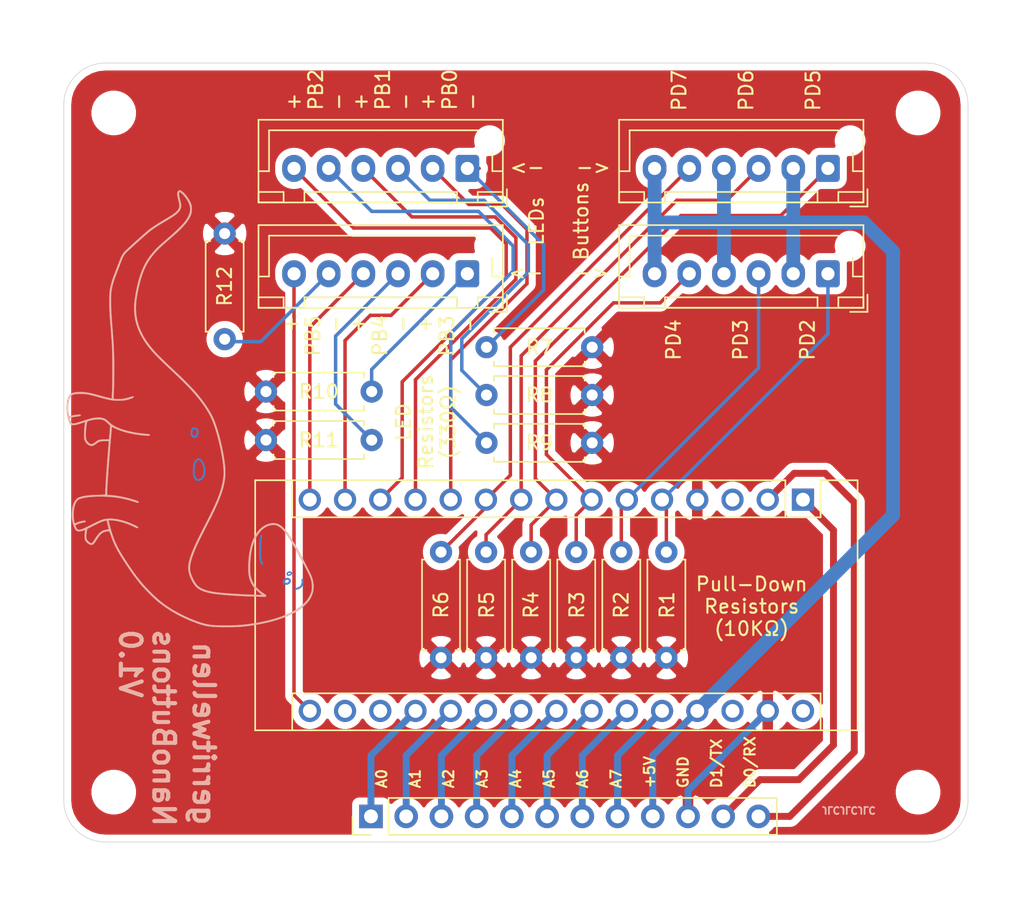
<source format=kicad_pcb>
(kicad_pcb (version 20171130) (host pcbnew "(5.1.10)-1")

  (general
    (thickness 1.6)
    (drawings 21)
    (tracks 131)
    (zones 0)
    (modules 23)
    (nets 36)
  )

  (page A4)
  (layers
    (0 F.Cu signal)
    (31 B.Cu signal)
    (32 B.Adhes user)
    (33 F.Adhes user)
    (34 B.Paste user)
    (35 F.Paste user)
    (36 B.SilkS user)
    (37 F.SilkS user)
    (38 B.Mask user)
    (39 F.Mask user)
    (40 Dwgs.User user)
    (41 Cmts.User user)
    (42 Eco1.User user)
    (43 Eco2.User user)
    (44 Edge.Cuts user)
    (45 Margin user)
    (46 B.CrtYd user)
    (47 F.CrtYd user)
    (48 B.Fab user)
    (49 F.Fab user)
  )

  (setup
    (last_trace_width 0.25)
    (user_trace_width 0.5)
    (user_trace_width 0.75)
    (user_trace_width 1)
    (trace_clearance 0.2)
    (zone_clearance 0.508)
    (zone_45_only no)
    (trace_min 0.2)
    (via_size 0.8)
    (via_drill 0.4)
    (via_min_size 0.4)
    (via_min_drill 0.3)
    (user_via 1.6 0.8)
    (uvia_size 0.3)
    (uvia_drill 0.1)
    (uvias_allowed no)
    (uvia_min_size 0.2)
    (uvia_min_drill 0.1)
    (edge_width 0.05)
    (segment_width 0.2)
    (pcb_text_width 0.3)
    (pcb_text_size 1.5 1.5)
    (mod_edge_width 0.12)
    (mod_text_size 1 1)
    (mod_text_width 0.15)
    (pad_size 1.524 1.524)
    (pad_drill 0.762)
    (pad_to_mask_clearance 0)
    (aux_axis_origin 0 0)
    (grid_origin 80 25)
    (visible_elements 7FFFFFFF)
    (pcbplotparams
      (layerselection 0x010fc_ffffffff)
      (usegerberextensions false)
      (usegerberattributes true)
      (usegerberadvancedattributes true)
      (creategerberjobfile true)
      (excludeedgelayer true)
      (linewidth 0.100000)
      (plotframeref false)
      (viasonmask false)
      (mode 1)
      (useauxorigin false)
      (hpglpennumber 1)
      (hpglpenspeed 20)
      (hpglpendiameter 15.000000)
      (psnegative false)
      (psa4output false)
      (plotreference true)
      (plotvalue true)
      (plotinvisibletext false)
      (padsonsilk false)
      (subtractmaskfromsilk false)
      (outputformat 1)
      (mirror false)
      (drillshape 0)
      (scaleselection 1)
      (outputdirectory "out/"))
  )

  (net 0 "")
  (net 1 D13)
  (net 2 D12)
  (net 3 "Net-(A1-Pad30)")
  (net 4 D11)
  (net 5 GND)
  (net 6 D10)
  (net 7 "Net-(A1-Pad28)")
  (net 8 D9)
  (net 9 +5V)
  (net 10 D8)
  (net 11 D7)
  (net 12 D6)
  (net 13 D5)
  (net 14 D4)
  (net 15 D3)
  (net 16 D2)
  (net 17 "Net-(A1-Pad3)")
  (net 18 "Net-(A1-Pad18)")
  (net 19 "Net-(A1-Pad17)")
  (net 20 "Net-(J3-Pad5)")
  (net 21 "Net-(J3-Pad3)")
  (net 22 "Net-(J3-Pad1)")
  (net 23 "Net-(J4-Pad5)")
  (net 24 "Net-(J4-Pad3)")
  (net 25 "Net-(J4-Pad1)")
  (net 26 A7)
  (net 27 A6)
  (net 28 A5)
  (net 29 A4)
  (net 30 A3)
  (net 31 A2)
  (net 32 A1)
  (net 33 A0)
  (net 34 D0)
  (net 35 D1)

  (net_class Default "This is the default net class."
    (clearance 0.2)
    (trace_width 0.25)
    (via_dia 0.8)
    (via_drill 0.4)
    (uvia_dia 0.3)
    (uvia_drill 0.1)
    (add_net +5V)
    (add_net A0)
    (add_net A1)
    (add_net A2)
    (add_net A3)
    (add_net A4)
    (add_net A5)
    (add_net A6)
    (add_net A7)
    (add_net D0)
    (add_net D1)
    (add_net D10)
    (add_net D11)
    (add_net D12)
    (add_net D13)
    (add_net D2)
    (add_net D3)
    (add_net D4)
    (add_net D5)
    (add_net D6)
    (add_net D7)
    (add_net D8)
    (add_net D9)
    (add_net GND)
    (add_net "Net-(A1-Pad17)")
    (add_net "Net-(A1-Pad18)")
    (add_net "Net-(A1-Pad28)")
    (add_net "Net-(A1-Pad3)")
    (add_net "Net-(A1-Pad30)")
    (add_net "Net-(J3-Pad1)")
    (add_net "Net-(J3-Pad3)")
    (add_net "Net-(J3-Pad5)")
    (add_net "Net-(J4-Pad1)")
    (add_net "Net-(J4-Pad3)")
    (add_net "Net-(J4-Pad5)")
  )

  (module Resistor_THT:R_Axial_DIN0207_L6.3mm_D2.5mm_P7.62mm_Horizontal (layer F.Cu) (tedit 5AE5139B) (tstamp 618AF23F)
    (at 119.5 50.35 180)
    (descr "Resistor, Axial_DIN0207 series, Axial, Horizontal, pin pitch=7.62mm, 0.25W = 1/4W, length*diameter=6.3*2.5mm^2, http://cdn-reichelt.de/documents/datenblatt/B400/1_4W%23YAG.pdf")
    (tags "Resistor Axial_DIN0207 series Axial Horizontal pin pitch 7.62mm 0.25W = 1/4W length 6.3mm diameter 2.5mm")
    (path /6116D931)
    (fp_text reference R8 (at 3.81 0) (layer F.SilkS)
      (effects (font (size 1 1) (thickness 0.15)))
    )
    (fp_text value 330 (at 3.81 2.37) (layer F.Fab)
      (effects (font (size 1 1) (thickness 0.15)))
    )
    (fp_text user %R (at 3.81 0) (layer F.Fab)
      (effects (font (size 1 1) (thickness 0.15)))
    )
    (fp_line (start 0.66 -1.25) (end 0.66 1.25) (layer F.Fab) (width 0.1))
    (fp_line (start 0.66 1.25) (end 6.96 1.25) (layer F.Fab) (width 0.1))
    (fp_line (start 6.96 1.25) (end 6.96 -1.25) (layer F.Fab) (width 0.1))
    (fp_line (start 6.96 -1.25) (end 0.66 -1.25) (layer F.Fab) (width 0.1))
    (fp_line (start 0 0) (end 0.66 0) (layer F.Fab) (width 0.1))
    (fp_line (start 7.62 0) (end 6.96 0) (layer F.Fab) (width 0.1))
    (fp_line (start 0.54 -1.04) (end 0.54 -1.37) (layer F.SilkS) (width 0.12))
    (fp_line (start 0.54 -1.37) (end 7.08 -1.37) (layer F.SilkS) (width 0.12))
    (fp_line (start 7.08 -1.37) (end 7.08 -1.04) (layer F.SilkS) (width 0.12))
    (fp_line (start 0.54 1.04) (end 0.54 1.37) (layer F.SilkS) (width 0.12))
    (fp_line (start 0.54 1.37) (end 7.08 1.37) (layer F.SilkS) (width 0.12))
    (fp_line (start 7.08 1.37) (end 7.08 1.04) (layer F.SilkS) (width 0.12))
    (fp_line (start -1.05 -1.5) (end -1.05 1.5) (layer F.CrtYd) (width 0.05))
    (fp_line (start -1.05 1.5) (end 8.67 1.5) (layer F.CrtYd) (width 0.05))
    (fp_line (start 8.67 1.5) (end 8.67 -1.5) (layer F.CrtYd) (width 0.05))
    (fp_line (start 8.67 -1.5) (end -1.05 -1.5) (layer F.CrtYd) (width 0.05))
    (pad 2 thru_hole oval (at 7.62 0 180) (size 1.6 1.6) (drill 0.8) (layers *.Cu *.Mask)
      (net 21 "Net-(J3-Pad3)"))
    (pad 1 thru_hole circle (at 0 0 180) (size 1.6 1.6) (drill 0.8) (layers *.Cu *.Mask)
      (net 5 GND))
    (model ${KISYS3DMOD}/Resistor_THT.3dshapes/R_Axial_DIN0207_L6.3mm_D2.5mm_P7.62mm_Horizontal.wrl
      (at (xyz 0 0 0))
      (scale (xyz 1 1 1))
      (rotate (xyz 0 0 0))
    )
  )

  (module Resistor_THT:R_Axial_DIN0207_L6.3mm_D2.5mm_P7.62mm_Horizontal (layer F.Cu) (tedit 5AE5139B) (tstamp 618AF20F)
    (at 119.5 53.8 180)
    (descr "Resistor, Axial_DIN0207 series, Axial, Horizontal, pin pitch=7.62mm, 0.25W = 1/4W, length*diameter=6.3*2.5mm^2, http://cdn-reichelt.de/documents/datenblatt/B400/1_4W%23YAG.pdf")
    (tags "Resistor Axial_DIN0207 series Axial Horizontal pin pitch 7.62mm 0.25W = 1/4W length 6.3mm diameter 2.5mm")
    (path /6116D92B)
    (fp_text reference R9 (at 3.8 0 180) (layer F.SilkS)
      (effects (font (size 1 1) (thickness 0.15)))
    )
    (fp_text value 330 (at 3.81 2.37) (layer F.Fab)
      (effects (font (size 1 1) (thickness 0.15)))
    )
    (fp_text user %R (at 3.81 0) (layer F.Fab)
      (effects (font (size 1 1) (thickness 0.15)))
    )
    (fp_line (start 0.66 -1.25) (end 0.66 1.25) (layer F.Fab) (width 0.1))
    (fp_line (start 0.66 1.25) (end 6.96 1.25) (layer F.Fab) (width 0.1))
    (fp_line (start 6.96 1.25) (end 6.96 -1.25) (layer F.Fab) (width 0.1))
    (fp_line (start 6.96 -1.25) (end 0.66 -1.25) (layer F.Fab) (width 0.1))
    (fp_line (start 0 0) (end 0.66 0) (layer F.Fab) (width 0.1))
    (fp_line (start 7.62 0) (end 6.96 0) (layer F.Fab) (width 0.1))
    (fp_line (start 0.54 -1.04) (end 0.54 -1.37) (layer F.SilkS) (width 0.12))
    (fp_line (start 0.54 -1.37) (end 7.08 -1.37) (layer F.SilkS) (width 0.12))
    (fp_line (start 7.08 -1.37) (end 7.08 -1.04) (layer F.SilkS) (width 0.12))
    (fp_line (start 0.54 1.04) (end 0.54 1.37) (layer F.SilkS) (width 0.12))
    (fp_line (start 0.54 1.37) (end 7.08 1.37) (layer F.SilkS) (width 0.12))
    (fp_line (start 7.08 1.37) (end 7.08 1.04) (layer F.SilkS) (width 0.12))
    (fp_line (start -1.05 -1.5) (end -1.05 1.5) (layer F.CrtYd) (width 0.05))
    (fp_line (start -1.05 1.5) (end 8.67 1.5) (layer F.CrtYd) (width 0.05))
    (fp_line (start 8.67 1.5) (end 8.67 -1.5) (layer F.CrtYd) (width 0.05))
    (fp_line (start 8.67 -1.5) (end -1.05 -1.5) (layer F.CrtYd) (width 0.05))
    (pad 2 thru_hole oval (at 7.62 0 180) (size 1.6 1.6) (drill 0.8) (layers *.Cu *.Mask)
      (net 20 "Net-(J3-Pad5)"))
    (pad 1 thru_hole circle (at 0 0 180) (size 1.6 1.6) (drill 0.8) (layers *.Cu *.Mask)
      (net 5 GND))
    (model ${KISYS3DMOD}/Resistor_THT.3dshapes/R_Axial_DIN0207_L6.3mm_D2.5mm_P7.62mm_Horizontal.wrl
      (at (xyz 0 0 0))
      (scale (xyz 1 1 1))
      (rotate (xyz 0 0 0))
    )
  )

  (module Resistor_THT:R_Axial_DIN0207_L6.3mm_D2.5mm_P7.62mm_Horizontal (layer F.Cu) (tedit 5AE5139B) (tstamp 618AF26F)
    (at 119.5 46.9 180)
    (descr "Resistor, Axial_DIN0207 series, Axial, Horizontal, pin pitch=7.62mm, 0.25W = 1/4W, length*diameter=6.3*2.5mm^2, http://cdn-reichelt.de/documents/datenblatt/B400/1_4W%23YAG.pdf")
    (tags "Resistor Axial_DIN0207 series Axial Horizontal pin pitch 7.62mm 0.25W = 1/4W length 6.3mm diameter 2.5mm")
    (path /61167C1F)
    (fp_text reference R7 (at 3.8 0) (layer F.SilkS)
      (effects (font (size 1 1) (thickness 0.15)))
    )
    (fp_text value 330 (at 3.81 2.37) (layer F.Fab)
      (effects (font (size 1 1) (thickness 0.15)))
    )
    (fp_text user %R (at 3.81 0) (layer F.Fab)
      (effects (font (size 1 1) (thickness 0.15)))
    )
    (fp_line (start 0.66 -1.25) (end 0.66 1.25) (layer F.Fab) (width 0.1))
    (fp_line (start 0.66 1.25) (end 6.96 1.25) (layer F.Fab) (width 0.1))
    (fp_line (start 6.96 1.25) (end 6.96 -1.25) (layer F.Fab) (width 0.1))
    (fp_line (start 6.96 -1.25) (end 0.66 -1.25) (layer F.Fab) (width 0.1))
    (fp_line (start 0 0) (end 0.66 0) (layer F.Fab) (width 0.1))
    (fp_line (start 7.62 0) (end 6.96 0) (layer F.Fab) (width 0.1))
    (fp_line (start 0.54 -1.04) (end 0.54 -1.37) (layer F.SilkS) (width 0.12))
    (fp_line (start 0.54 -1.37) (end 7.08 -1.37) (layer F.SilkS) (width 0.12))
    (fp_line (start 7.08 -1.37) (end 7.08 -1.04) (layer F.SilkS) (width 0.12))
    (fp_line (start 0.54 1.04) (end 0.54 1.37) (layer F.SilkS) (width 0.12))
    (fp_line (start 0.54 1.37) (end 7.08 1.37) (layer F.SilkS) (width 0.12))
    (fp_line (start 7.08 1.37) (end 7.08 1.04) (layer F.SilkS) (width 0.12))
    (fp_line (start -1.05 -1.5) (end -1.05 1.5) (layer F.CrtYd) (width 0.05))
    (fp_line (start -1.05 1.5) (end 8.67 1.5) (layer F.CrtYd) (width 0.05))
    (fp_line (start 8.67 1.5) (end 8.67 -1.5) (layer F.CrtYd) (width 0.05))
    (fp_line (start 8.67 -1.5) (end -1.05 -1.5) (layer F.CrtYd) (width 0.05))
    (pad 2 thru_hole oval (at 7.62 0 180) (size 1.6 1.6) (drill 0.8) (layers *.Cu *.Mask)
      (net 22 "Net-(J3-Pad1)"))
    (pad 1 thru_hole circle (at 0 0 180) (size 1.6 1.6) (drill 0.8) (layers *.Cu *.Mask)
      (net 5 GND))
    (model ${KISYS3DMOD}/Resistor_THT.3dshapes/R_Axial_DIN0207_L6.3mm_D2.5mm_P7.62mm_Horizontal.wrl
      (at (xyz 0 0 0))
      (scale (xyz 1 1 1))
      (rotate (xyz 0 0 0))
    )
  )

  (module Connector_JST:JST_XH_B6B-XH-AM_1x06_P2.50mm_Vertical (layer F.Cu) (tedit 5C28146E) (tstamp 614E595A)
    (at 110.5 41.6 180)
    (descr "JST XH series connector, B6B-XH-AM, with boss (http://www.jst-mfg.com/product/pdf/eng/eXH.pdf), generated with kicad-footprint-generator")
    (tags "connector JST XH vertical boss")
    (path /6116D916)
    (fp_text reference J4 (at 6.25 -3.55) (layer F.SilkS) hide
      (effects (font (size 1 1) (thickness 0.15)))
    )
    (fp_text value Conn_01x06 (at 6.25 4.6) (layer F.Fab)
      (effects (font (size 1 1) (thickness 0.15)))
    )
    (fp_line (start -2.45 -2.35) (end -2.45 3.4) (layer F.Fab) (width 0.1))
    (fp_line (start -2.45 3.4) (end 14.95 3.4) (layer F.Fab) (width 0.1))
    (fp_line (start 14.95 3.4) (end 14.95 -2.35) (layer F.Fab) (width 0.1))
    (fp_line (start 14.95 -2.35) (end -2.45 -2.35) (layer F.Fab) (width 0.1))
    (fp_line (start -2.56 -2.46) (end -2.56 3.51) (layer F.SilkS) (width 0.12))
    (fp_line (start -2.56 3.51) (end 15.06 3.51) (layer F.SilkS) (width 0.12))
    (fp_line (start 15.06 3.51) (end 15.06 -2.46) (layer F.SilkS) (width 0.12))
    (fp_line (start 15.06 -2.46) (end -2.56 -2.46) (layer F.SilkS) (width 0.12))
    (fp_line (start -2.95 -2.85) (end -2.95 3.9) (layer F.CrtYd) (width 0.05))
    (fp_line (start -2.95 3.9) (end 15.45 3.9) (layer F.CrtYd) (width 0.05))
    (fp_line (start 15.45 3.9) (end 15.45 -2.85) (layer F.CrtYd) (width 0.05))
    (fp_line (start 15.45 -2.85) (end -2.95 -2.85) (layer F.CrtYd) (width 0.05))
    (fp_line (start -0.625 -2.35) (end 0 -1.35) (layer F.Fab) (width 0.1))
    (fp_line (start 0 -1.35) (end 0.625 -2.35) (layer F.Fab) (width 0.1))
    (fp_line (start 0.75 -2.45) (end 0.75 -1.7) (layer F.SilkS) (width 0.12))
    (fp_line (start 0.75 -1.7) (end 11.75 -1.7) (layer F.SilkS) (width 0.12))
    (fp_line (start 11.75 -1.7) (end 11.75 -2.45) (layer F.SilkS) (width 0.12))
    (fp_line (start 11.75 -2.45) (end 0.75 -2.45) (layer F.SilkS) (width 0.12))
    (fp_line (start -2.55 -2.45) (end -2.55 -1.7) (layer F.SilkS) (width 0.12))
    (fp_line (start -2.55 -1.7) (end -0.75 -1.7) (layer F.SilkS) (width 0.12))
    (fp_line (start -0.75 -1.7) (end -0.75 -2.45) (layer F.SilkS) (width 0.12))
    (fp_line (start -0.75 -2.45) (end -2.55 -2.45) (layer F.SilkS) (width 0.12))
    (fp_line (start 13.25 -2.45) (end 13.25 -1.7) (layer F.SilkS) (width 0.12))
    (fp_line (start 13.25 -1.7) (end 15.05 -1.7) (layer F.SilkS) (width 0.12))
    (fp_line (start 15.05 -1.7) (end 15.05 -2.45) (layer F.SilkS) (width 0.12))
    (fp_line (start 15.05 -2.45) (end 13.25 -2.45) (layer F.SilkS) (width 0.12))
    (fp_line (start -2.55 -0.2) (end -1.8 -0.2) (layer F.SilkS) (width 0.12))
    (fp_line (start -1.8 -0.2) (end -1.8 1.14) (layer F.SilkS) (width 0.12))
    (fp_line (start 6.25 2.75) (end -0.74 2.75) (layer F.SilkS) (width 0.12))
    (fp_line (start 15.05 -0.2) (end 14.3 -0.2) (layer F.SilkS) (width 0.12))
    (fp_line (start 14.3 -0.2) (end 14.3 2.75) (layer F.SilkS) (width 0.12))
    (fp_line (start 14.3 2.75) (end 6.25 2.75) (layer F.SilkS) (width 0.12))
    (fp_line (start -1.6 -2.75) (end -2.85 -2.75) (layer F.SilkS) (width 0.12))
    (fp_line (start -2.85 -2.75) (end -2.85 -1.5) (layer F.SilkS) (width 0.12))
    (fp_text user %R (at 6.25 2.7) (layer F.Fab)
      (effects (font (size 1 1) (thickness 0.15)))
    )
    (pad "" np_thru_hole circle (at -1.6 2 180) (size 1.2 1.2) (drill 1.2) (layers *.Cu *.Mask))
    (pad 6 thru_hole oval (at 12.5 0 180) (size 1.7 1.95) (drill 0.95) (layers *.Cu *.Mask)
      (net 1 D13))
    (pad 5 thru_hole oval (at 10 0 180) (size 1.7 1.95) (drill 0.95) (layers *.Cu *.Mask)
      (net 23 "Net-(J4-Pad5)"))
    (pad 4 thru_hole oval (at 7.5 0 180) (size 1.7 1.95) (drill 0.95) (layers *.Cu *.Mask)
      (net 2 D12))
    (pad 3 thru_hole oval (at 5 0 180) (size 1.7 1.95) (drill 0.95) (layers *.Cu *.Mask)
      (net 24 "Net-(J4-Pad3)"))
    (pad 2 thru_hole oval (at 2.5 0 180) (size 1.7 1.95) (drill 0.95) (layers *.Cu *.Mask)
      (net 4 D11))
    (pad 1 thru_hole roundrect (at 0 0 180) (size 1.7 1.95) (drill 0.95) (layers *.Cu *.Mask) (roundrect_rratio 0.1470588235294118)
      (net 25 "Net-(J4-Pad1)"))
    (model ${KISYS3DMOD}/Connector_JST.3dshapes/JST_XH_B6B-XH-AM_1x06_P2.50mm_Vertical.wrl
      (at (xyz 0 0 0))
      (scale (xyz 1 1 1))
      (rotate (xyz 0 0 0))
    )
  )

  (module Resistor_THT:R_Axial_DIN0207_L6.3mm_D2.5mm_P7.62mm_Horizontal (layer F.Cu) (tedit 5AE5139B) (tstamp 618BF16B)
    (at 111.85 69.3 90)
    (descr "Resistor, Axial_DIN0207 series, Axial, Horizontal, pin pitch=7.62mm, 0.25W = 1/4W, length*diameter=6.3*2.5mm^2, http://cdn-reichelt.de/documents/datenblatt/B400/1_4W%23YAG.pdf")
    (tags "Resistor Axial_DIN0207 series Axial Horizontal pin pitch 7.62mm 0.25W = 1/4W length 6.3mm diameter 2.5mm")
    (path /6114EF4C)
    (fp_text reference R5 (at 3.8 0.05 90) (layer F.SilkS)
      (effects (font (size 1 1) (thickness 0.15)))
    )
    (fp_text value 10k (at 3.81 2.37 90) (layer F.Fab)
      (effects (font (size 1 1) (thickness 0.15)))
    )
    (fp_text user %R (at 3.81 0 90) (layer F.Fab)
      (effects (font (size 1 1) (thickness 0.15)))
    )
    (fp_line (start 0.66 -1.25) (end 0.66 1.25) (layer F.Fab) (width 0.1))
    (fp_line (start 0.66 1.25) (end 6.96 1.25) (layer F.Fab) (width 0.1))
    (fp_line (start 6.96 1.25) (end 6.96 -1.25) (layer F.Fab) (width 0.1))
    (fp_line (start 6.96 -1.25) (end 0.66 -1.25) (layer F.Fab) (width 0.1))
    (fp_line (start 0 0) (end 0.66 0) (layer F.Fab) (width 0.1))
    (fp_line (start 7.62 0) (end 6.96 0) (layer F.Fab) (width 0.1))
    (fp_line (start 0.54 -1.04) (end 0.54 -1.37) (layer F.SilkS) (width 0.12))
    (fp_line (start 0.54 -1.37) (end 7.08 -1.37) (layer F.SilkS) (width 0.12))
    (fp_line (start 7.08 -1.37) (end 7.08 -1.04) (layer F.SilkS) (width 0.12))
    (fp_line (start 0.54 1.04) (end 0.54 1.37) (layer F.SilkS) (width 0.12))
    (fp_line (start 0.54 1.37) (end 7.08 1.37) (layer F.SilkS) (width 0.12))
    (fp_line (start 7.08 1.37) (end 7.08 1.04) (layer F.SilkS) (width 0.12))
    (fp_line (start -1.05 -1.5) (end -1.05 1.5) (layer F.CrtYd) (width 0.05))
    (fp_line (start -1.05 1.5) (end 8.67 1.5) (layer F.CrtYd) (width 0.05))
    (fp_line (start 8.67 1.5) (end 8.67 -1.5) (layer F.CrtYd) (width 0.05))
    (fp_line (start 8.67 -1.5) (end -1.05 -1.5) (layer F.CrtYd) (width 0.05))
    (pad 2 thru_hole oval (at 7.62 0 90) (size 1.6 1.6) (drill 0.8) (layers *.Cu *.Mask)
      (net 12 D6))
    (pad 1 thru_hole circle (at 0 0 90) (size 1.6 1.6) (drill 0.8) (layers *.Cu *.Mask)
      (net 5 GND))
    (model ${KISYS3DMOD}/Resistor_THT.3dshapes/R_Axial_DIN0207_L6.3mm_D2.5mm_P7.62mm_Horizontal.wrl
      (at (xyz 0 0 0))
      (scale (xyz 1 1 1))
      (rotate (xyz 0 0 0))
    )
  )

  (module Resistor_THT:R_Axial_DIN0207_L6.3mm_D2.5mm_P7.62mm_Horizontal (layer F.Cu) (tedit 5AE5139B) (tstamp 618BC1AB)
    (at 93 38.7 270)
    (descr "Resistor, Axial_DIN0207 series, Axial, Horizontal, pin pitch=7.62mm, 0.25W = 1/4W, length*diameter=6.3*2.5mm^2, http://cdn-reichelt.de/documents/datenblatt/B400/1_4W%23YAG.pdf")
    (tags "Resistor Axial_DIN0207 series Axial Horizontal pin pitch 7.62mm 0.25W = 1/4W length 6.3mm diameter 2.5mm")
    (path /611687E1)
    (fp_text reference R12 (at 3.8 0 90) (layer F.SilkS)
      (effects (font (size 1 1) (thickness 0.15)))
    )
    (fp_text value 330 (at 3.81 2.37 90) (layer F.Fab)
      (effects (font (size 1 1) (thickness 0.15)))
    )
    (fp_text user %R (at 3.81 0 90) (layer F.Fab)
      (effects (font (size 1 1) (thickness 0.15)))
    )
    (fp_line (start 0.66 -1.25) (end 0.66 1.25) (layer F.Fab) (width 0.1))
    (fp_line (start 0.66 1.25) (end 6.96 1.25) (layer F.Fab) (width 0.1))
    (fp_line (start 6.96 1.25) (end 6.96 -1.25) (layer F.Fab) (width 0.1))
    (fp_line (start 6.96 -1.25) (end 0.66 -1.25) (layer F.Fab) (width 0.1))
    (fp_line (start 0 0) (end 0.66 0) (layer F.Fab) (width 0.1))
    (fp_line (start 7.62 0) (end 6.96 0) (layer F.Fab) (width 0.1))
    (fp_line (start 0.54 -1.04) (end 0.54 -1.37) (layer F.SilkS) (width 0.12))
    (fp_line (start 0.54 -1.37) (end 7.08 -1.37) (layer F.SilkS) (width 0.12))
    (fp_line (start 7.08 -1.37) (end 7.08 -1.04) (layer F.SilkS) (width 0.12))
    (fp_line (start 0.54 1.04) (end 0.54 1.37) (layer F.SilkS) (width 0.12))
    (fp_line (start 0.54 1.37) (end 7.08 1.37) (layer F.SilkS) (width 0.12))
    (fp_line (start 7.08 1.37) (end 7.08 1.04) (layer F.SilkS) (width 0.12))
    (fp_line (start -1.05 -1.5) (end -1.05 1.5) (layer F.CrtYd) (width 0.05))
    (fp_line (start -1.05 1.5) (end 8.67 1.5) (layer F.CrtYd) (width 0.05))
    (fp_line (start 8.67 1.5) (end 8.67 -1.5) (layer F.CrtYd) (width 0.05))
    (fp_line (start 8.67 -1.5) (end -1.05 -1.5) (layer F.CrtYd) (width 0.05))
    (pad 2 thru_hole oval (at 7.62 0 270) (size 1.6 1.6) (drill 0.8) (layers *.Cu *.Mask)
      (net 23 "Net-(J4-Pad5)"))
    (pad 1 thru_hole circle (at 0 0 270) (size 1.6 1.6) (drill 0.8) (layers *.Cu *.Mask)
      (net 5 GND))
    (model ${KISYS3DMOD}/Resistor_THT.3dshapes/R_Axial_DIN0207_L6.3mm_D2.5mm_P7.62mm_Horizontal.wrl
      (at (xyz 0 0 0))
      (scale (xyz 1 1 1))
      (rotate (xyz 0 0 0))
    )
  )

  (module Resistor_THT:R_Axial_DIN0207_L6.3mm_D2.5mm_P7.62mm_Horizontal (layer F.Cu) (tedit 5AE5139B) (tstamp 618BC1ED)
    (at 95.98 53.6)
    (descr "Resistor, Axial_DIN0207 series, Axial, Horizontal, pin pitch=7.62mm, 0.25W = 1/4W, length*diameter=6.3*2.5mm^2, http://cdn-reichelt.de/documents/datenblatt/B400/1_4W%23YAG.pdf")
    (tags "Resistor Axial_DIN0207 series Axial Horizontal pin pitch 7.62mm 0.25W = 1/4W length 6.3mm diameter 2.5mm")
    (path /61168A3D)
    (fp_text reference R11 (at 3.8 0) (layer F.SilkS)
      (effects (font (size 1 1) (thickness 0.15)))
    )
    (fp_text value 330 (at 3.81 2.37) (layer F.Fab)
      (effects (font (size 1 1) (thickness 0.15)))
    )
    (fp_text user %R (at 3.81 0) (layer F.Fab)
      (effects (font (size 1 1) (thickness 0.15)))
    )
    (fp_line (start 0.66 -1.25) (end 0.66 1.25) (layer F.Fab) (width 0.1))
    (fp_line (start 0.66 1.25) (end 6.96 1.25) (layer F.Fab) (width 0.1))
    (fp_line (start 6.96 1.25) (end 6.96 -1.25) (layer F.Fab) (width 0.1))
    (fp_line (start 6.96 -1.25) (end 0.66 -1.25) (layer F.Fab) (width 0.1))
    (fp_line (start 0 0) (end 0.66 0) (layer F.Fab) (width 0.1))
    (fp_line (start 7.62 0) (end 6.96 0) (layer F.Fab) (width 0.1))
    (fp_line (start 0.54 -1.04) (end 0.54 -1.37) (layer F.SilkS) (width 0.12))
    (fp_line (start 0.54 -1.37) (end 7.08 -1.37) (layer F.SilkS) (width 0.12))
    (fp_line (start 7.08 -1.37) (end 7.08 -1.04) (layer F.SilkS) (width 0.12))
    (fp_line (start 0.54 1.04) (end 0.54 1.37) (layer F.SilkS) (width 0.12))
    (fp_line (start 0.54 1.37) (end 7.08 1.37) (layer F.SilkS) (width 0.12))
    (fp_line (start 7.08 1.37) (end 7.08 1.04) (layer F.SilkS) (width 0.12))
    (fp_line (start -1.05 -1.5) (end -1.05 1.5) (layer F.CrtYd) (width 0.05))
    (fp_line (start -1.05 1.5) (end 8.67 1.5) (layer F.CrtYd) (width 0.05))
    (fp_line (start 8.67 1.5) (end 8.67 -1.5) (layer F.CrtYd) (width 0.05))
    (fp_line (start 8.67 -1.5) (end -1.05 -1.5) (layer F.CrtYd) (width 0.05))
    (pad 2 thru_hole oval (at 7.62 0) (size 1.6 1.6) (drill 0.8) (layers *.Cu *.Mask)
      (net 24 "Net-(J4-Pad3)"))
    (pad 1 thru_hole circle (at 0 0) (size 1.6 1.6) (drill 0.8) (layers *.Cu *.Mask)
      (net 5 GND))
    (model ${KISYS3DMOD}/Resistor_THT.3dshapes/R_Axial_DIN0207_L6.3mm_D2.5mm_P7.62mm_Horizontal.wrl
      (at (xyz 0 0 0))
      (scale (xyz 1 1 1))
      (rotate (xyz 0 0 0))
    )
  )

  (module Resistor_THT:R_Axial_DIN0207_L6.3mm_D2.5mm_P7.62mm_Horizontal (layer F.Cu) (tedit 5AE5139B) (tstamp 618BC22F)
    (at 95.98 50.1)
    (descr "Resistor, Axial_DIN0207 series, Axial, Horizontal, pin pitch=7.62mm, 0.25W = 1/4W, length*diameter=6.3*2.5mm^2, http://cdn-reichelt.de/documents/datenblatt/B400/1_4W%23YAG.pdf")
    (tags "Resistor Axial_DIN0207 series Axial Horizontal pin pitch 7.62mm 0.25W = 1/4W length 6.3mm diameter 2.5mm")
    (path /6116D925)
    (fp_text reference R10 (at 3.8 0) (layer F.SilkS)
      (effects (font (size 1 1) (thickness 0.15)))
    )
    (fp_text value 330 (at 3.81 2.37) (layer F.Fab)
      (effects (font (size 1 1) (thickness 0.15)))
    )
    (fp_text user %R (at 3.81 0) (layer F.Fab)
      (effects (font (size 1 1) (thickness 0.15)))
    )
    (fp_line (start 0.66 -1.25) (end 0.66 1.25) (layer F.Fab) (width 0.1))
    (fp_line (start 0.66 1.25) (end 6.96 1.25) (layer F.Fab) (width 0.1))
    (fp_line (start 6.96 1.25) (end 6.96 -1.25) (layer F.Fab) (width 0.1))
    (fp_line (start 6.96 -1.25) (end 0.66 -1.25) (layer F.Fab) (width 0.1))
    (fp_line (start 0 0) (end 0.66 0) (layer F.Fab) (width 0.1))
    (fp_line (start 7.62 0) (end 6.96 0) (layer F.Fab) (width 0.1))
    (fp_line (start 0.54 -1.04) (end 0.54 -1.37) (layer F.SilkS) (width 0.12))
    (fp_line (start 0.54 -1.37) (end 7.08 -1.37) (layer F.SilkS) (width 0.12))
    (fp_line (start 7.08 -1.37) (end 7.08 -1.04) (layer F.SilkS) (width 0.12))
    (fp_line (start 0.54 1.04) (end 0.54 1.37) (layer F.SilkS) (width 0.12))
    (fp_line (start 0.54 1.37) (end 7.08 1.37) (layer F.SilkS) (width 0.12))
    (fp_line (start 7.08 1.37) (end 7.08 1.04) (layer F.SilkS) (width 0.12))
    (fp_line (start -1.05 -1.5) (end -1.05 1.5) (layer F.CrtYd) (width 0.05))
    (fp_line (start -1.05 1.5) (end 8.67 1.5) (layer F.CrtYd) (width 0.05))
    (fp_line (start 8.67 1.5) (end 8.67 -1.5) (layer F.CrtYd) (width 0.05))
    (fp_line (start 8.67 -1.5) (end -1.05 -1.5) (layer F.CrtYd) (width 0.05))
    (pad 2 thru_hole oval (at 7.62 0) (size 1.6 1.6) (drill 0.8) (layers *.Cu *.Mask)
      (net 25 "Net-(J4-Pad1)"))
    (pad 1 thru_hole circle (at 0 0) (size 1.6 1.6) (drill 0.8) (layers *.Cu *.Mask)
      (net 5 GND))
    (model ${KISYS3DMOD}/Resistor_THT.3dshapes/R_Axial_DIN0207_L6.3mm_D2.5mm_P7.62mm_Horizontal.wrl
      (at (xyz 0 0 0))
      (scale (xyz 1 1 1))
      (rotate (xyz 0 0 0))
    )
  )

  (module Resistor_THT:R_Axial_DIN0207_L6.3mm_D2.5mm_P7.62mm_Horizontal (layer F.Cu) (tedit 5AE5139B) (tstamp 618BF129)
    (at 108.6 69.3 90)
    (descr "Resistor, Axial_DIN0207 series, Axial, Horizontal, pin pitch=7.62mm, 0.25W = 1/4W, length*diameter=6.3*2.5mm^2, http://cdn-reichelt.de/documents/datenblatt/B400/1_4W%23YAG.pdf")
    (tags "Resistor Axial_DIN0207 series Axial Horizontal pin pitch 7.62mm 0.25W = 1/4W length 6.3mm diameter 2.5mm")
    (path /6115CAC1)
    (fp_text reference R6 (at 3.81 0 90) (layer F.SilkS)
      (effects (font (size 1 1) (thickness 0.15)))
    )
    (fp_text value 10k (at 3.81 2.37 90) (layer F.Fab)
      (effects (font (size 1 1) (thickness 0.15)))
    )
    (fp_text user %R (at 3.81 0 90) (layer F.Fab)
      (effects (font (size 1 1) (thickness 0.15)))
    )
    (fp_line (start 0.66 -1.25) (end 0.66 1.25) (layer F.Fab) (width 0.1))
    (fp_line (start 0.66 1.25) (end 6.96 1.25) (layer F.Fab) (width 0.1))
    (fp_line (start 6.96 1.25) (end 6.96 -1.25) (layer F.Fab) (width 0.1))
    (fp_line (start 6.96 -1.25) (end 0.66 -1.25) (layer F.Fab) (width 0.1))
    (fp_line (start 0 0) (end 0.66 0) (layer F.Fab) (width 0.1))
    (fp_line (start 7.62 0) (end 6.96 0) (layer F.Fab) (width 0.1))
    (fp_line (start 0.54 -1.04) (end 0.54 -1.37) (layer F.SilkS) (width 0.12))
    (fp_line (start 0.54 -1.37) (end 7.08 -1.37) (layer F.SilkS) (width 0.12))
    (fp_line (start 7.08 -1.37) (end 7.08 -1.04) (layer F.SilkS) (width 0.12))
    (fp_line (start 0.54 1.04) (end 0.54 1.37) (layer F.SilkS) (width 0.12))
    (fp_line (start 0.54 1.37) (end 7.08 1.37) (layer F.SilkS) (width 0.12))
    (fp_line (start 7.08 1.37) (end 7.08 1.04) (layer F.SilkS) (width 0.12))
    (fp_line (start -1.05 -1.5) (end -1.05 1.5) (layer F.CrtYd) (width 0.05))
    (fp_line (start -1.05 1.5) (end 8.67 1.5) (layer F.CrtYd) (width 0.05))
    (fp_line (start 8.67 1.5) (end 8.67 -1.5) (layer F.CrtYd) (width 0.05))
    (fp_line (start 8.67 -1.5) (end -1.05 -1.5) (layer F.CrtYd) (width 0.05))
    (pad 2 thru_hole oval (at 7.62 0 90) (size 1.6 1.6) (drill 0.8) (layers *.Cu *.Mask)
      (net 11 D7))
    (pad 1 thru_hole circle (at 0 0 90) (size 1.6 1.6) (drill 0.8) (layers *.Cu *.Mask)
      (net 5 GND))
    (model ${KISYS3DMOD}/Resistor_THT.3dshapes/R_Axial_DIN0207_L6.3mm_D2.5mm_P7.62mm_Horizontal.wrl
      (at (xyz 0 0 0))
      (scale (xyz 1 1 1))
      (rotate (xyz 0 0 0))
    )
  )

  (module Resistor_THT:R_Axial_DIN0207_L6.3mm_D2.5mm_P7.62mm_Horizontal (layer F.Cu) (tedit 5AE5139B) (tstamp 618BF0E7)
    (at 115.1 69.3 90)
    (descr "Resistor, Axial_DIN0207 series, Axial, Horizontal, pin pitch=7.62mm, 0.25W = 1/4W, length*diameter=6.3*2.5mm^2, http://cdn-reichelt.de/documents/datenblatt/B400/1_4W%23YAG.pdf")
    (tags "Resistor Axial_DIN0207 series Axial Horizontal pin pitch 7.62mm 0.25W = 1/4W length 6.3mm diameter 2.5mm")
    (path /61158056)
    (fp_text reference R4 (at 3.8 0 90) (layer F.SilkS)
      (effects (font (size 1 1) (thickness 0.15)))
    )
    (fp_text value 10k (at 3.81 2.37 90) (layer F.Fab)
      (effects (font (size 1 1) (thickness 0.15)))
    )
    (fp_text user %R (at 3.81 0 90) (layer F.Fab)
      (effects (font (size 1 1) (thickness 0.15)))
    )
    (fp_line (start 0.66 -1.25) (end 0.66 1.25) (layer F.Fab) (width 0.1))
    (fp_line (start 0.66 1.25) (end 6.96 1.25) (layer F.Fab) (width 0.1))
    (fp_line (start 6.96 1.25) (end 6.96 -1.25) (layer F.Fab) (width 0.1))
    (fp_line (start 6.96 -1.25) (end 0.66 -1.25) (layer F.Fab) (width 0.1))
    (fp_line (start 0 0) (end 0.66 0) (layer F.Fab) (width 0.1))
    (fp_line (start 7.62 0) (end 6.96 0) (layer F.Fab) (width 0.1))
    (fp_line (start 0.54 -1.04) (end 0.54 -1.37) (layer F.SilkS) (width 0.12))
    (fp_line (start 0.54 -1.37) (end 7.08 -1.37) (layer F.SilkS) (width 0.12))
    (fp_line (start 7.08 -1.37) (end 7.08 -1.04) (layer F.SilkS) (width 0.12))
    (fp_line (start 0.54 1.04) (end 0.54 1.37) (layer F.SilkS) (width 0.12))
    (fp_line (start 0.54 1.37) (end 7.08 1.37) (layer F.SilkS) (width 0.12))
    (fp_line (start 7.08 1.37) (end 7.08 1.04) (layer F.SilkS) (width 0.12))
    (fp_line (start -1.05 -1.5) (end -1.05 1.5) (layer F.CrtYd) (width 0.05))
    (fp_line (start -1.05 1.5) (end 8.67 1.5) (layer F.CrtYd) (width 0.05))
    (fp_line (start 8.67 1.5) (end 8.67 -1.5) (layer F.CrtYd) (width 0.05))
    (fp_line (start 8.67 -1.5) (end -1.05 -1.5) (layer F.CrtYd) (width 0.05))
    (pad 2 thru_hole oval (at 7.62 0 90) (size 1.6 1.6) (drill 0.8) (layers *.Cu *.Mask)
      (net 13 D5))
    (pad 1 thru_hole circle (at 0 0 90) (size 1.6 1.6) (drill 0.8) (layers *.Cu *.Mask)
      (net 5 GND))
    (model ${KISYS3DMOD}/Resistor_THT.3dshapes/R_Axial_DIN0207_L6.3mm_D2.5mm_P7.62mm_Horizontal.wrl
      (at (xyz 0 0 0))
      (scale (xyz 1 1 1))
      (rotate (xyz 0 0 0))
    )
  )

  (module Resistor_THT:R_Axial_DIN0207_L6.3mm_D2.5mm_P7.62mm_Horizontal (layer F.Cu) (tedit 5AE5139B) (tstamp 618BF063)
    (at 118.35 69.3 90)
    (descr "Resistor, Axial_DIN0207 series, Axial, Horizontal, pin pitch=7.62mm, 0.25W = 1/4W, length*diameter=6.3*2.5mm^2, http://cdn-reichelt.de/documents/datenblatt/B400/1_4W%23YAG.pdf")
    (tags "Resistor Axial_DIN0207 series Axial Horizontal pin pitch 7.62mm 0.25W = 1/4W length 6.3mm diameter 2.5mm")
    (path /6115CAE2)
    (fp_text reference R3 (at 3.8 0.05 90) (layer F.SilkS)
      (effects (font (size 1 1) (thickness 0.15)))
    )
    (fp_text value 10k (at 3.81 2.37 90) (layer F.Fab)
      (effects (font (size 1 1) (thickness 0.15)))
    )
    (fp_text user %R (at 3.81 0 90) (layer F.Fab)
      (effects (font (size 1 1) (thickness 0.15)))
    )
    (fp_line (start 0.66 -1.25) (end 0.66 1.25) (layer F.Fab) (width 0.1))
    (fp_line (start 0.66 1.25) (end 6.96 1.25) (layer F.Fab) (width 0.1))
    (fp_line (start 6.96 1.25) (end 6.96 -1.25) (layer F.Fab) (width 0.1))
    (fp_line (start 6.96 -1.25) (end 0.66 -1.25) (layer F.Fab) (width 0.1))
    (fp_line (start 0 0) (end 0.66 0) (layer F.Fab) (width 0.1))
    (fp_line (start 7.62 0) (end 6.96 0) (layer F.Fab) (width 0.1))
    (fp_line (start 0.54 -1.04) (end 0.54 -1.37) (layer F.SilkS) (width 0.12))
    (fp_line (start 0.54 -1.37) (end 7.08 -1.37) (layer F.SilkS) (width 0.12))
    (fp_line (start 7.08 -1.37) (end 7.08 -1.04) (layer F.SilkS) (width 0.12))
    (fp_line (start 0.54 1.04) (end 0.54 1.37) (layer F.SilkS) (width 0.12))
    (fp_line (start 0.54 1.37) (end 7.08 1.37) (layer F.SilkS) (width 0.12))
    (fp_line (start 7.08 1.37) (end 7.08 1.04) (layer F.SilkS) (width 0.12))
    (fp_line (start -1.05 -1.5) (end -1.05 1.5) (layer F.CrtYd) (width 0.05))
    (fp_line (start -1.05 1.5) (end 8.67 1.5) (layer F.CrtYd) (width 0.05))
    (fp_line (start 8.67 1.5) (end 8.67 -1.5) (layer F.CrtYd) (width 0.05))
    (fp_line (start 8.67 -1.5) (end -1.05 -1.5) (layer F.CrtYd) (width 0.05))
    (pad 2 thru_hole oval (at 7.62 0 90) (size 1.6 1.6) (drill 0.8) (layers *.Cu *.Mask)
      (net 14 D4))
    (pad 1 thru_hole circle (at 0 0 90) (size 1.6 1.6) (drill 0.8) (layers *.Cu *.Mask)
      (net 5 GND))
    (model ${KISYS3DMOD}/Resistor_THT.3dshapes/R_Axial_DIN0207_L6.3mm_D2.5mm_P7.62mm_Horizontal.wrl
      (at (xyz 0 0 0))
      (scale (xyz 1 1 1))
      (rotate (xyz 0 0 0))
    )
  )

  (module Resistor_THT:R_Axial_DIN0207_L6.3mm_D2.5mm_P7.62mm_Horizontal (layer F.Cu) (tedit 5AE5139B) (tstamp 618BF0A5)
    (at 121.6 69.3 90)
    (descr "Resistor, Axial_DIN0207 series, Axial, Horizontal, pin pitch=7.62mm, 0.25W = 1/4W, length*diameter=6.3*2.5mm^2, http://cdn-reichelt.de/documents/datenblatt/B400/1_4W%23YAG.pdf")
    (tags "Resistor Axial_DIN0207 series Axial Horizontal pin pitch 7.62mm 0.25W = 1/4W length 6.3mm diameter 2.5mm")
    (path /61158461)
    (fp_text reference R2 (at 3.8 0 90) (layer F.SilkS)
      (effects (font (size 1 1) (thickness 0.15)))
    )
    (fp_text value 10k (at 3.81 2.37 90) (layer F.Fab)
      (effects (font (size 1 1) (thickness 0.15)))
    )
    (fp_text user %R (at 3.81 0 90) (layer F.Fab)
      (effects (font (size 1 1) (thickness 0.15)))
    )
    (fp_line (start 0.66 -1.25) (end 0.66 1.25) (layer F.Fab) (width 0.1))
    (fp_line (start 0.66 1.25) (end 6.96 1.25) (layer F.Fab) (width 0.1))
    (fp_line (start 6.96 1.25) (end 6.96 -1.25) (layer F.Fab) (width 0.1))
    (fp_line (start 6.96 -1.25) (end 0.66 -1.25) (layer F.Fab) (width 0.1))
    (fp_line (start 0 0) (end 0.66 0) (layer F.Fab) (width 0.1))
    (fp_line (start 7.62 0) (end 6.96 0) (layer F.Fab) (width 0.1))
    (fp_line (start 0.54 -1.04) (end 0.54 -1.37) (layer F.SilkS) (width 0.12))
    (fp_line (start 0.54 -1.37) (end 7.08 -1.37) (layer F.SilkS) (width 0.12))
    (fp_line (start 7.08 -1.37) (end 7.08 -1.04) (layer F.SilkS) (width 0.12))
    (fp_line (start 0.54 1.04) (end 0.54 1.37) (layer F.SilkS) (width 0.12))
    (fp_line (start 0.54 1.37) (end 7.08 1.37) (layer F.SilkS) (width 0.12))
    (fp_line (start 7.08 1.37) (end 7.08 1.04) (layer F.SilkS) (width 0.12))
    (fp_line (start -1.05 -1.5) (end -1.05 1.5) (layer F.CrtYd) (width 0.05))
    (fp_line (start -1.05 1.5) (end 8.67 1.5) (layer F.CrtYd) (width 0.05))
    (fp_line (start 8.67 1.5) (end 8.67 -1.5) (layer F.CrtYd) (width 0.05))
    (fp_line (start 8.67 -1.5) (end -1.05 -1.5) (layer F.CrtYd) (width 0.05))
    (pad 2 thru_hole oval (at 7.62 0 90) (size 1.6 1.6) (drill 0.8) (layers *.Cu *.Mask)
      (net 15 D3))
    (pad 1 thru_hole circle (at 0 0 90) (size 1.6 1.6) (drill 0.8) (layers *.Cu *.Mask)
      (net 5 GND))
    (model ${KISYS3DMOD}/Resistor_THT.3dshapes/R_Axial_DIN0207_L6.3mm_D2.5mm_P7.62mm_Horizontal.wrl
      (at (xyz 0 0 0))
      (scale (xyz 1 1 1))
      (rotate (xyz 0 0 0))
    )
  )

  (module Resistor_THT:R_Axial_DIN0207_L6.3mm_D2.5mm_P7.62mm_Horizontal (layer F.Cu) (tedit 5AE5139B) (tstamp 618BF1AD)
    (at 124.85 69.3 90)
    (descr "Resistor, Axial_DIN0207 series, Axial, Horizontal, pin pitch=7.62mm, 0.25W = 1/4W, length*diameter=6.3*2.5mm^2, http://cdn-reichelt.de/documents/datenblatt/B400/1_4W%23YAG.pdf")
    (tags "Resistor Axial_DIN0207 series Axial Horizontal pin pitch 7.62mm 0.25W = 1/4W length 6.3mm diameter 2.5mm")
    (path /6115CAE8)
    (fp_text reference R1 (at 3.8 0.05 90) (layer F.SilkS)
      (effects (font (size 1 1) (thickness 0.15)))
    )
    (fp_text value 10k (at 3.81 2.37 90) (layer F.Fab)
      (effects (font (size 1 1) (thickness 0.15)))
    )
    (fp_text user %R (at 3.81 0 90) (layer F.Fab)
      (effects (font (size 1 1) (thickness 0.15)))
    )
    (fp_line (start 0.66 -1.25) (end 0.66 1.25) (layer F.Fab) (width 0.1))
    (fp_line (start 0.66 1.25) (end 6.96 1.25) (layer F.Fab) (width 0.1))
    (fp_line (start 6.96 1.25) (end 6.96 -1.25) (layer F.Fab) (width 0.1))
    (fp_line (start 6.96 -1.25) (end 0.66 -1.25) (layer F.Fab) (width 0.1))
    (fp_line (start 0 0) (end 0.66 0) (layer F.Fab) (width 0.1))
    (fp_line (start 7.62 0) (end 6.96 0) (layer F.Fab) (width 0.1))
    (fp_line (start 0.54 -1.04) (end 0.54 -1.37) (layer F.SilkS) (width 0.12))
    (fp_line (start 0.54 -1.37) (end 7.08 -1.37) (layer F.SilkS) (width 0.12))
    (fp_line (start 7.08 -1.37) (end 7.08 -1.04) (layer F.SilkS) (width 0.12))
    (fp_line (start 0.54 1.04) (end 0.54 1.37) (layer F.SilkS) (width 0.12))
    (fp_line (start 0.54 1.37) (end 7.08 1.37) (layer F.SilkS) (width 0.12))
    (fp_line (start 7.08 1.37) (end 7.08 1.04) (layer F.SilkS) (width 0.12))
    (fp_line (start -1.05 -1.5) (end -1.05 1.5) (layer F.CrtYd) (width 0.05))
    (fp_line (start -1.05 1.5) (end 8.67 1.5) (layer F.CrtYd) (width 0.05))
    (fp_line (start 8.67 1.5) (end 8.67 -1.5) (layer F.CrtYd) (width 0.05))
    (fp_line (start 8.67 -1.5) (end -1.05 -1.5) (layer F.CrtYd) (width 0.05))
    (pad 2 thru_hole oval (at 7.62 0 90) (size 1.6 1.6) (drill 0.8) (layers *.Cu *.Mask)
      (net 16 D2))
    (pad 1 thru_hole circle (at 0 0 90) (size 1.6 1.6) (drill 0.8) (layers *.Cu *.Mask)
      (net 5 GND))
    (model ${KISYS3DMOD}/Resistor_THT.3dshapes/R_Axial_DIN0207_L6.3mm_D2.5mm_P7.62mm_Horizontal.wrl
      (at (xyz 0 0 0))
      (scale (xyz 1 1 1))
      (rotate (xyz 0 0 0))
    )
  )

  (module GUtils_Footprint:dino1 (layer B.Cu) (tedit 618AF5AB) (tstamp 618BE6F6)
    (at 88.8 56 90)
    (path /618D0684)
    (fp_text reference G2 (at 0 0 90) (layer B.SilkS) hide
      (effects (font (size 1.27 1.27) (thickness 0.15)) (justify mirror))
    )
    (fp_text value Graphic (at 0 0 90) (layer B.SilkS) hide
      (effects (font (size 1.27 1.27) (thickness 0.15)) (justify mirror))
    )
    (fp_poly (pts (xy -8.03346 10.616239) (xy -7.758049 10.5744) (xy -7.514166 10.506691) (xy -7.433329 10.475608)
      (xy -7.319882 10.42573) (xy -7.177987 10.35924) (xy -7.011805 10.278317) (xy -6.825499 10.185143)
      (xy -6.62323 10.081899) (xy -6.40916 9.970767) (xy -6.18745 9.853926) (xy -5.962262 9.733559)
      (xy -5.737758 9.611846) (xy -5.5181 9.490969) (xy -5.30745 9.373108) (xy -5.109968 9.260444)
      (xy -4.929818 9.15516) (xy -4.8895 9.131158) (xy -4.617633 8.963729) (xy -4.383314 8.80826)
      (xy -4.184236 8.662442) (xy -4.018089 8.523968) (xy -3.882564 8.390531) (xy -3.775355 8.259822)
      (xy -3.694151 8.129533) (xy -3.636646 7.997358) (xy -3.600529 7.860989) (xy -3.596585 7.838648)
      (xy -3.587767 7.668497) (xy -3.612691 7.484424) (xy -3.668901 7.294455) (xy -3.75394 7.106615)
      (xy -3.865351 6.928931) (xy -3.881868 6.9067) (xy -4.053861 6.71355) (xy -4.262136 6.538792)
      (xy -4.504351 6.383484) (xy -4.778166 6.248685) (xy -5.08124 6.135454) (xy -5.411232 6.044849)
      (xy -5.7658 5.977929) (xy -6.00075 5.948406) (xy -6.343558 5.917901) (xy -6.649991 5.90109)
      (xy -6.923935 5.898587) (xy -7.169276 5.911006) (xy -7.3899 5.938959) (xy -7.589693 5.983059)
      (xy -7.772542 6.043919) (xy -7.942333 6.122154) (xy -8.102951 6.218375) (xy -8.212862 6.297416)
      (xy -8.313705 6.383007) (xy -8.4253 6.490882) (xy -8.535658 6.608423) (xy -8.632788 6.72301)
      (xy -8.689519 6.799095) (xy -8.766268 6.910916) (xy -8.756245 6.244166) (xy -8.751673 6.048065)
      (xy -8.743655 5.823661) (xy -8.732637 5.577731) (xy -8.719062 5.317057) (xy -8.703374 5.048419)
      (xy -8.686019 4.778595) (xy -8.667441 4.514365) (xy -8.648083 4.26251) (xy -8.628391 4.029808)
      (xy -8.608808 3.82304) (xy -8.58978 3.648985) (xy -8.582123 3.58775) (xy -8.535111 3.283326)
      (xy -8.478516 3.017452) (xy -8.411274 2.787207) (xy -8.332324 2.589674) (xy -8.240603 2.421935)
      (xy -8.135049 2.281071) (xy -8.088151 2.231032) (xy -7.979916 2.139332) (xy -7.839661 2.045415)
      (xy -7.677111 1.954098) (xy -7.50199 1.8702) (xy -7.324022 1.798543) (xy -7.152933 1.743943)
      (xy -7.061192 1.722093) (xy -6.923287 1.703447) (xy -6.773397 1.701937) (xy -6.608209 1.718345)
      (xy -6.42441 1.753453) (xy -6.218686 1.808044) (xy -5.987724 1.8829) (xy -5.728211 1.978804)
      (xy -5.436835 2.096538) (xy -5.386916 2.117504) (xy -5.311287 2.149939) (xy -5.231378 2.185363)
      (xy -5.144268 2.22522) (xy -5.047036 2.270955) (xy -4.936761 2.324011) (xy -4.810525 2.385835)
      (xy -4.665405 2.457869) (xy -4.498481 2.541559) (xy -4.306833 2.638349) (xy -4.08754 2.749683)
      (xy -3.837681 2.877006) (xy -3.554337 3.021763) (xy -3.429 3.085878) (xy -3.009454 3.296988)
      (xy -2.621265 3.48443) (xy -2.261302 3.649084) (xy -1.926432 3.79183) (xy -1.613524 3.91355)
      (xy -1.319446 4.015123) (xy -1.041066 4.097429) (xy -0.775253 4.161349) (xy -0.518874 4.207764)
      (xy -0.268799 4.237553) (xy -0.021894 4.251597) (xy 0.224971 4.250777) (xy 0.474929 4.235972)
      (xy 0.613834 4.222301) (xy 0.942807 4.180157) (xy 1.285971 4.125894) (xy 1.637777 4.060946)
      (xy 1.992681 3.986749) (xy 2.345134 3.904739) (xy 2.689592 3.81635) (xy 3.020508 3.723017)
      (xy 3.332334 3.626177) (xy 3.619526 3.527264) (xy 3.876537 3.427714) (xy 4.09782 3.328962)
      (xy 4.133 3.311597) (xy 4.404754 3.164562) (xy 4.694524 2.988089) (xy 4.995374 2.786938)
      (xy 5.300367 2.56587) (xy 5.602565 2.329643) (xy 5.784907 2.178148) (xy 5.929112 2.05146)
      (xy 6.096774 1.897237) (xy 6.283487 1.719814) (xy 6.484846 1.52353) (xy 6.696444 1.312719)
      (xy 6.913876 1.091719) (xy 7.132738 0.864866) (xy 7.32029 0.66675) (xy 7.555722 0.416161)
      (xy 7.765353 0.194061) (xy 7.951959 -0.002296) (xy 8.118319 -0.17565) (xy 8.267209 -0.328746)
      (xy 8.401407 -0.464327) (xy 8.52369 -0.585135) (xy 8.636836 -0.693915) (xy 8.743622 -0.793408)
      (xy 8.846824 -0.886358) (xy 8.949221 -0.975508) (xy 9.05359 -1.063601) (xy 9.162708 -1.153381)
      (xy 9.165167 -1.155383) (xy 9.531119 -1.429535) (xy 9.904029 -1.661945) (xy 10.283885 -1.852609)
      (xy 10.670675 -2.001522) (xy 11.064386 -2.108679) (xy 11.465007 -2.174076) (xy 11.872524 -2.197709)
      (xy 12.065 -2.194446) (xy 12.214305 -2.186802) (xy 12.356703 -2.17568) (xy 12.500261 -2.159954)
      (xy 12.653048 -2.138497) (xy 12.82313 -2.110182) (xy 13.018574 -2.073881) (xy 13.234994 -2.030992)
      (xy 13.66859 -1.934506) (xy 14.065399 -1.826898) (xy 14.430105 -1.705547) (xy 14.767393 -1.567832)
      (xy 15.081945 -1.411131) (xy 15.378448 -1.232825) (xy 15.661584 -1.030291) (xy 15.936037 -0.800909)
      (xy 16.206492 -0.542059) (xy 16.477633 -0.251119) (xy 16.537222 -0.183257) (xy 16.71903 0.02565)
      (xy 16.87608 0.205664) (xy 17.011235 0.359971) (xy 17.127358 0.491759) (xy 17.227312 0.604214)
      (xy 17.313962 0.700524) (xy 17.390169 0.783875) (xy 17.458798 0.857454) (xy 17.522712 0.924449)
      (xy 17.584774 0.988046) (xy 17.634789 1.038394) (xy 17.880411 1.270624) (xy 18.11275 1.462767)
      (xy 18.331909 1.614899) (xy 18.537994 1.727093) (xy 18.669 1.780023) (xy 18.810389 1.81555)
      (xy 18.971699 1.835241) (xy 19.1361 1.838306) (xy 19.286761 1.823953) (xy 19.344903 1.811778)
      (xy 19.478383 1.767482) (xy 19.620001 1.702784) (xy 19.76459 1.621831) (xy 19.906981 1.528772)
      (xy 20.042006 1.427754) (xy 20.164497 1.322927) (xy 20.269286 1.218437) (xy 20.351205 1.118433)
      (xy 20.405087 1.027063) (xy 20.425762 0.948475) (xy 20.425834 0.944189) (xy 20.411649 0.90632)
      (xy 20.376358 0.858192) (xy 20.363962 0.845038) (xy 20.327173 0.812101) (xy 20.290563 0.793491)
      (xy 20.240436 0.78519) (xy 20.163099 0.783177) (xy 20.153206 0.783166) (xy 20.040296 0.790967)
      (xy 19.898355 0.814888) (xy 19.7228 0.855713) (xy 19.712369 0.858389) (xy 19.549643 0.897533)
      (xy 19.419224 0.921769) (xy 19.313919 0.931421) (xy 19.226538 0.926816) (xy 19.14989 0.90828)
      (xy 19.096848 0.886267) (xy 19.024446 0.845092) (xy 18.952052 0.790039) (xy 18.877214 0.717926)
      (xy 18.797479 0.625574) (xy 18.710396 0.509803) (xy 18.613512 0.367433) (xy 18.504375 0.195283)
      (xy 18.380533 -0.009827) (xy 18.29924 -0.148167) (xy 18.174934 -0.35731) (xy 18.047744 -0.563762)
      (xy 17.921868 -0.761103) (xy 17.801509 -0.942915) (xy 17.690868 -1.102777) (xy 17.594145 -1.23427)
      (xy 17.559721 -1.278199) (xy 17.504427 -1.345061) (xy 17.426665 -1.436168) (xy 17.330032 -1.547517)
      (xy 17.218127 -1.675104) (xy 17.094546 -1.814924) (xy 16.962889 -1.962974) (xy 16.826751 -2.115249)
      (xy 16.689732 -2.267746) (xy 16.555429 -2.41646) (xy 16.427439 -2.557388) (xy 16.309361 -2.686525)
      (xy 16.204791 -2.799867) (xy 16.117328 -2.89341) (xy 16.050569 -2.96315) (xy 16.008113 -3.005083)
      (xy 16.008 -3.005187) (xy 15.931305 -3.072051) (xy 15.854222 -3.130825) (xy 15.770536 -3.184764)
      (xy 15.674035 -3.237124) (xy 15.558506 -3.291161) (xy 15.417736 -3.350132) (xy 15.245514 -3.417293)
      (xy 15.160245 -3.449499) (xy 14.99831 -3.510553) (xy 14.818254 -3.578964) (xy 14.634918 -3.64906)
      (xy 14.463144 -3.715167) (xy 14.331385 -3.766298) (xy 14.064466 -3.865425) (xy 13.820173 -3.944774)
      (xy 13.585851 -4.007957) (xy 13.348843 -4.058588) (xy 13.23975 -4.077937) (xy 13.115312 -4.093502)
      (xy 12.954745 -4.105273) (xy 12.764081 -4.113281) (xy 12.549351 -4.117556) (xy 12.316587 -4.118127)
      (xy 12.07182 -4.115025) (xy 11.821083 -4.108281) (xy 11.570406 -4.097925) (xy 11.325821 -4.083986)
      (xy 11.101917 -4.067225) (xy 10.668791 -4.031466) (xy 10.226058 -3.997039) (xy 9.762047 -3.96306)
      (xy 9.36625 -3.935507) (xy 9.23604 -3.928346) (xy 9.068914 -3.92188) (xy 8.870285 -3.916141)
      (xy 8.645567 -3.911163) (xy 8.400172 -3.906979) (xy 8.139513 -3.903623) (xy 7.869003 -3.901127)
      (xy 7.594055 -3.899524) (xy 7.320081 -3.898849) (xy 7.052494 -3.899134) (xy 6.796708 -3.900412)
      (xy 6.558135 -3.902717) (xy 6.342187 -3.906082) (xy 6.154278 -3.910541) (xy 6.026001 -3.91499)
      (xy 5.868956 -3.921653) (xy 5.726303 -3.927977) (xy 5.603333 -3.933708) (xy 5.505336 -3.938588)
      (xy 5.437602 -3.942362) (xy 5.405422 -3.944772) (xy 5.403508 -3.945161) (xy 5.404847 -3.96859)
      (xy 5.415977 -4.02707) (xy 5.43548 -4.114829) (xy 5.461935 -4.226099) (xy 5.493922 -4.355107)
      (xy 5.53002 -4.496084) (xy 5.568811 -4.643258) (xy 5.608874 -4.79086) (xy 5.632445 -4.875497)
      (xy 5.693443 -5.096493) (xy 5.742599 -5.285196) (xy 5.781578 -5.449436) (xy 5.812042 -5.597042)
      (xy 5.835654 -5.735843) (xy 5.854078 -5.873668) (xy 5.863954 -5.965389) (xy 5.874356 -6.155576)
      (xy 5.870028 -6.351495) (xy 5.851956 -6.539184) (xy 5.821129 -6.704682) (xy 5.808332 -6.752022)
      (xy 5.750577 -6.873373) (xy 5.655369 -6.976862) (xy 5.523897 -7.061917) (xy 5.35735 -7.12797)
      (xy 5.156914 -7.174449) (xy 4.923779 -7.200786) (xy 4.866457 -7.203898) (xy 4.746162 -7.206718)
      (xy 4.619272 -7.205582) (xy 4.504567 -7.200828) (xy 4.449485 -7.196388) (xy 4.269392 -7.172604)
      (xy 4.094085 -7.139992) (xy 3.930055 -7.100476) (xy 3.783795 -7.055981) (xy 3.661796 -7.008428)
      (xy 3.57055 -6.959743) (xy 3.525139 -6.922483) (xy 3.488528 -6.858439) (xy 3.472529 -6.768407)
      (xy 3.477366 -6.650252) (xy 3.503266 -6.501844) (xy 3.550453 -6.321049) (xy 3.607976 -6.1388)
      (xy 3.640351 -6.039024) (xy 3.665487 -5.955343) (xy 3.681375 -5.894966) (xy 3.686003 -5.865102)
      (xy 3.684814 -5.863167) (xy 3.658645 -5.866263) (xy 3.600108 -5.87463) (xy 3.518643 -5.886887)
      (xy 3.448603 -5.897735) (xy 3.315157 -5.913779) (xy 3.150165 -5.925724) (xy 2.964275 -5.932915)
      (xy 2.846917 -5.934677) (xy 2.708624 -5.935155) (xy 2.605195 -5.934166) (xy 2.529167 -5.93103)
      (xy 2.47308 -5.925069) (xy 2.42947 -5.915602) (xy 2.390877 -5.90195) (xy 2.365728 -5.890872)
      (xy 2.221063 -5.80854) (xy 2.109301 -5.708213) (xy 2.054808 -5.636754) (xy 1.998826 -5.530445)
      (xy 1.976433 -5.42682) (xy 1.977348 -5.418729) (xy 2.108017 -5.418729) (xy 2.125829 -5.496531)
      (xy 2.175954 -5.575703) (xy 2.222605 -5.627913) (xy 2.320116 -5.713455) (xy 2.421489 -5.767262)
      (xy 2.543148 -5.797501) (xy 2.57175 -5.801488) (xy 2.675256 -5.808897) (xy 2.809683 -5.810227)
      (xy 2.96413 -5.805936) (xy 3.127692 -5.796485) (xy 3.289468 -5.782334) (xy 3.429 -5.765324)
      (xy 3.549252 -5.748184) (xy 3.63473 -5.734298) (xy 3.69242 -5.719985) (xy 3.72931 -5.70156)
      (xy 3.752385 -5.675339) (xy 3.768632 -5.637639) (xy 3.785038 -5.584776) (xy 3.787662 -5.576226)
      (xy 3.836089 -5.392565) (xy 3.870505 -5.204954) (xy 3.890266 -5.022137) (xy 3.894726 -4.852861)
      (xy 3.88324 -4.705871) (xy 3.85954 -4.602229) (xy 3.828977 -4.523408) (xy 3.790549 -4.45157)
      (xy 3.737925 -4.377611) (xy 3.664777 -4.292429) (xy 3.585896 -4.208708) (xy 3.440418 -4.058018)
      (xy 2.950028 -4.095736) (xy 2.459639 -4.133454) (xy 2.451432 -4.463852) (xy 2.445866 -4.61606)
      (xy 2.435817 -4.735386) (xy 2.418459 -4.831246) (xy 2.390964 -4.91306) (xy 2.350505 -4.990245)
      (xy 2.294254 -5.07222) (xy 2.252437 -5.126743) (xy 2.170924 -5.240516) (xy 2.122916 -5.335618)
      (xy 2.108017 -5.418729) (xy 1.977348 -5.418729) (xy 1.988462 -5.320474) (xy 2.035746 -5.206001)
      (xy 2.119118 -5.077995) (xy 2.146412 -5.042335) (xy 2.209447 -4.957942) (xy 2.254808 -4.883668)
      (xy 2.285701 -4.809173) (xy 2.305332 -4.72412) (xy 2.316907 -4.618171) (xy 2.323634 -4.480988)
      (xy 2.324013 -4.469727) (xy 2.326115 -4.362719) (xy 2.32519 -4.271634) (xy 2.321512 -4.204743)
      (xy 2.315358 -4.170319) (xy 2.313961 -4.168161) (xy 2.286731 -4.163593) (xy 2.221518 -4.163515)
      (xy 2.122413 -4.167748) (xy 1.993508 -4.176108) (xy 1.838894 -4.188415) (xy 1.819334 -4.190103)
      (xy 1.576861 -4.210704) (xy 1.320028 -4.231648) (xy 1.053159 -4.25264) (xy 0.780582 -4.273388)
      (xy 0.506622 -4.293597) (xy 0.235606 -4.312974) (xy -0.028139 -4.331224) (xy -0.280288 -4.348054)
      (xy -0.516513 -4.36317) (xy -0.732488 -4.376279) (xy -0.923888 -4.387086) (xy -1.086385 -4.395298)
      (xy -1.215653 -4.40062) (xy -1.307366 -4.40276) (xy -1.312333 -4.402783) (xy -1.397374 -4.404765)
      (xy -1.466958 -4.409578) (xy -1.509594 -4.416315) (xy -1.515884 -4.418866) (xy -1.525067 -4.446243)
      (xy -1.533257 -4.515678) (xy -1.540457 -4.627238) (xy -1.546673 -4.780993) (xy -1.551372 -4.953)
      (xy -1.56379 -5.280903) (xy -1.585344 -5.570082) (xy -1.616359 -5.823216) (xy -1.65716 -6.042988)
      (xy -1.70545 -6.223845) (xy -1.739428 -6.320354) (xy -1.775207 -6.391483) (xy -1.822175 -6.453503)
      (xy -1.862554 -6.496039) (xy -2.000474 -6.607388) (xy -2.168113 -6.694623) (xy -2.366942 -6.758181)
      (xy -2.598433 -6.798498) (xy -2.864058 -6.816011) (xy -2.944728 -6.816887) (xy -3.146406 -6.812959)
      (xy -3.319188 -6.799979) (xy -3.475877 -6.776181) (xy -3.62928 -6.739799) (xy -3.735916 -6.707721)
      (xy -3.880679 -6.656713) (xy -3.990024 -6.607288) (xy -4.070533 -6.555724) (xy -4.128791 -6.498303)
      (xy -4.144772 -6.476678) (xy -4.17088 -6.433223) (xy -4.184779 -6.390468) (xy -4.18889 -6.334482)
      (xy -4.185634 -6.251334) (xy -4.185195 -6.244167) (xy -4.169708 -6.120485) (xy -4.141511 -6.011931)
      (xy -4.129724 -5.981879) (xy -4.105868 -5.922696) (xy -4.09327 -5.881143) (xy -4.093151 -5.869294)
      (xy -4.11681 -5.867982) (xy -4.171849 -5.872418) (xy -4.247845 -5.88167) (xy -4.274993 -5.885512)
      (xy -4.386032 -5.896998) (xy -4.509154 -5.902566) (xy -4.614589 -5.901122) (xy -4.709873 -5.892898)
      (xy -4.778174 -5.878666) (xy -4.834798 -5.854313) (xy -4.870904 -5.832228) (xy -4.991105 -5.737454)
      (xy -5.081201 -5.634339) (xy -5.138811 -5.52775) (xy -5.161556 -5.422553) (xy -5.161077 -5.419282)
      (xy -5.031814 -5.419282) (xy -5.023987 -5.462342) (xy -5.016827 -5.481377) (xy -4.975194 -5.550786)
      (xy -4.910319 -5.626799) (xy -4.835861 -5.695499) (xy -4.765477 -5.742966) (xy -4.755573 -5.747631)
      (xy -4.66576 -5.770251) (xy -4.538702 -5.776006) (xy -4.37382 -5.764896) (xy -4.229018 -5.746102)
      (xy -4.13909 -5.732234) (xy -4.066628 -5.720375) (xy -4.020611 -5.712037) (xy -4.008893 -5.70906)
      (xy -3.998613 -5.689671) (xy -3.971958 -5.637479) (xy -3.931484 -5.557549) (xy -3.879749 -5.45494)
      (xy -3.819311 -5.334717) (xy -3.760565 -5.217584) (xy -3.667224 -5.029183) (xy -3.592268 -4.872699)
      (xy -3.533584 -4.74301) (xy -3.489055 -4.634993) (xy -3.456568 -4.543529) (xy -3.434007 -4.463494)
      (xy -3.419617 -4.392009) (xy -3.405875 -4.307268) (xy -3.697896 -4.235606) (xy -3.804475 -4.209263)
      (xy -3.896856 -4.186074) (xy -3.966978 -4.16809) (xy -4.006778 -4.157361) (xy -4.011981 -4.155727)
      (xy -4.025758 -4.171067) (xy -4.041179 -4.221521) (xy -4.05619 -4.300032) (xy -4.058611 -4.316054)
      (xy -4.089995 -4.46523) (xy -4.140513 -4.598933) (xy -4.214021 -4.721959) (xy -4.314375 -4.839108)
      (xy -4.445434 -4.95518) (xy -4.611054 -5.074971) (xy -4.73014 -5.151574) (xy -4.849096 -5.227265)
      (xy -4.934788 -5.287333) (xy -4.991168 -5.336326) (xy -5.022193 -5.378793) (xy -5.031814 -5.419282)
      (xy -5.161077 -5.419282) (xy -5.147055 -5.323614) (xy -5.134143 -5.294038) (xy -5.122098 -5.27326)
      (xy -5.105706 -5.252633) (xy -5.080528 -5.228867) (xy -5.042121 -5.198672) (xy -4.986047 -5.158758)
      (xy -4.907866 -5.105834) (xy -4.803136 -5.03661) (xy -4.667418 -4.947795) (xy -4.66301 -4.944917)
      (xy -4.505537 -4.832262) (xy -4.384853 -4.72179) (xy -4.296273 -4.60719) (xy -4.235113 -4.482151)
      (xy -4.196691 -4.340362) (xy -4.191303 -4.309317) (xy -4.180743 -4.216238) (xy -4.182618 -4.151745)
      (xy -4.188603 -4.131979) (xy -4.218485 -4.108014) (xy -4.2826 -4.077285) (xy -4.37402 -4.042924)
      (xy -4.416628 -4.028881) (xy -4.812428 -3.888562) (xy -5.199262 -3.721235) (xy -5.585775 -3.522831)
      (xy -5.958416 -3.303181) (xy -6.423255 -3.00639) (xy -6.861299 -2.713323) (xy -7.269239 -2.42631)
      (xy -7.64377 -2.147682) (xy -7.981585 -1.879769) (xy -8.001 -1.863767) (xy -8.121114 -1.760429)
      (xy -8.26086 -1.633393) (xy -8.413834 -1.489049) (xy -8.573634 -1.333788) (xy -8.733854 -1.174001)
      (xy -8.888093 -1.016077) (xy -9.029947 -0.866407) (xy -9.153013 -0.731383) (xy -9.250887 -0.617393)
      (xy -9.255402 -0.611873) (xy -9.623164 -0.127993) (xy -9.957212 0.380466) (xy -10.25811 0.914473)
      (xy -10.526423 1.475) (xy -10.674553 1.830916) (xy -10.766459 2.068818) (xy -10.844355 2.282526)
      (xy -10.909363 2.478492) (xy -10.962608 2.663167) (xy -11.005214 2.843001) (xy -11.038304 3.024446)
      (xy -11.063002 3.213952) (xy -11.080431 3.41797) (xy -11.091717 3.642951) (xy -11.097983 3.895347)
      (xy -11.100352 4.181607) (xy -11.10047 4.275666) (xy -11.100434 4.28625) (xy -10.973723 4.28625)
      (xy -10.972325 3.986441) (xy -10.966602 3.721947) (xy -10.955317 3.485863) (xy -10.937236 3.271282)
      (xy -10.911125 3.0713) (xy -10.875748 2.879011) (xy -10.829871 2.687509) (xy -10.772258 2.48989)
      (xy -10.701676 2.279247) (xy -10.616888 2.048675) (xy -10.536554 1.841561) (xy -10.463673 1.666534)
      (xy -10.374804 1.468823) (xy -10.274633 1.257733) (xy -10.167846 1.042573) (xy -10.059129 0.83265)
      (xy -9.95317 0.63727) (xy -9.854653 0.465741) (xy -9.794464 0.367725) (xy -9.620863 0.102367)
      (xy -9.452952 -0.137595) (xy -9.283346 -0.361331) (xy -9.104655 -0.578009) (xy -8.909492 -0.7968)
      (xy -8.690468 -1.026873) (xy -8.584029 -1.134651) (xy -8.328542 -1.383377) (xy -8.067118 -1.622267)
      (xy -7.795274 -1.854751) (xy -7.508524 -2.084254) (xy -7.202382 -2.314203) (xy -6.872365 -2.548027)
      (xy -6.513988 -2.789153) (xy -6.122764 -3.041007) (xy -5.93725 -3.157233) (xy -5.701546 -3.301132)
      (xy -5.490423 -3.423581) (xy -5.294878 -3.528905) (xy -5.105908 -3.621428) (xy -4.914514 -3.705475)
      (xy -4.711691 -3.78537) (xy -4.488439 -3.865438) (xy -4.401129 -3.895207) (xy -4.300613 -3.927763)
      (xy -4.181232 -3.96431) (xy -4.050056 -4.002908) (xy -3.914159 -4.041617) (xy -3.780613 -4.078495)
      (xy -3.65649 -4.111602) (xy -3.548863 -4.138998) (xy -3.464804 -4.158742) (xy -3.411385 -4.168894)
      (xy -3.400281 -4.169834) (xy -3.391365 -4.150177) (xy -3.388179 -4.096299) (xy -3.390135 -4.015838)
      (xy -3.396646 -3.916433) (xy -3.407124 -3.805721) (xy -3.420982 -3.691341) (xy -3.437633 -3.580931)
      (xy -3.451264 -3.506977) (xy -3.551556 -3.10929) (xy -3.690259 -2.712538) (xy -3.862912 -2.328343)
      (xy -3.915483 -2.218036) (xy -3.946058 -2.138469) (xy -3.95568 -2.084872) (xy -3.945396 -2.052473)
      (xy -3.926147 -2.039551) (xy -3.897579 -2.036155) (xy -3.868862 -2.052011) (xy -3.836202 -2.091928)
      (xy -3.795803 -2.160715) (xy -3.74387 -2.263181) (xy -3.734603 -2.282265) (xy -3.581176 -2.627531)
      (xy -3.457006 -2.967046) (xy -3.362815 -3.297341) (xy -3.29932 -3.614952) (xy -3.267244 -3.91641)
      (xy -3.267305 -4.19825) (xy -3.292045 -4.413458) (xy -3.306492 -4.487926) (xy -3.324353 -4.560716)
      (xy -3.347647 -4.636661) (xy -3.378391 -4.720595) (xy -3.418604 -4.817351) (xy -3.470305 -4.931763)
      (xy -3.535513 -5.068664) (xy -3.616245 -5.232887) (xy -3.714521 -5.429267) (xy -3.724722 -5.449532)
      (xy -3.826094 -5.653113) (xy -3.907982 -5.8235) (xy -3.971581 -5.964439) (xy -4.018085 -6.079676)
      (xy -4.048689 -6.172955) (xy -4.064588 -6.248023) (xy -4.066977 -6.308626) (xy -4.057049 -6.358508)
      (xy -4.035999 -6.401415) (xy -4.030776 -6.409181) (xy -3.996498 -6.441622) (xy -3.93952 -6.481298)
      (xy -3.873807 -6.520002) (xy -3.813327 -6.549524) (xy -3.772045 -6.561657) (xy -3.771319 -6.561667)
      (xy -3.752426 -6.54439) (xy -3.721533 -6.499231) (xy -3.687503 -6.439911) (xy -3.625095 -6.293391)
      (xy -3.573618 -6.108118) (xy -3.541031 -5.93725) (xy -3.527237 -5.872016) (xy -3.508965 -5.838272)
      (xy -3.480011 -5.82521) (xy -3.476398 -5.824641) (xy -3.430717 -5.83336) (xy -3.414983 -5.8539)
      (xy -3.410131 -5.90219) (xy -3.41714 -5.980364) (xy -3.433822 -6.078372) (xy -3.457989 -6.186161)
      (xy -3.487454 -6.293683) (xy -3.520028 -6.390886) (xy -3.544759 -6.450075) (xy -3.576404 -6.522444)
      (xy -3.596504 -6.579177) (xy -3.601767 -6.610553) (xy -3.600128 -6.613474) (xy -3.557024 -6.628465)
      (xy -3.480688 -6.643744) (xy -3.380201 -6.658276) (xy -3.264642 -6.671021) (xy -3.143093 -6.680942)
      (xy -3.024633 -6.687001) (xy -2.944686 -6.688389) (xy -2.717258 -6.678145) (xy -2.506181 -6.648908)
      (xy -2.316377 -6.602185) (xy -2.152773 -6.539486) (xy -2.020293 -6.462318) (xy -1.927654 -6.376862)
      (xy -1.873784 -6.288097) (xy -1.825251 -6.161136) (xy -1.78258 -5.99984) (xy -1.746293 -5.808074)
      (xy -1.716915 -5.589698) (xy -1.694969 -5.348576) (xy -1.68098 -5.08857) (xy -1.67547 -4.813542)
      (xy -1.678611 -4.54025) (xy -1.698813 -4.109715) (xy -1.736586 -3.708417) (xy -1.793605 -3.326358)
      (xy -1.871545 -2.953537) (xy -1.972081 -2.579956) (xy -2.046809 -2.342622) (xy -2.084614 -2.226657)
      (xy -2.109616 -2.144012) (xy -2.123157 -2.088106) (xy -2.126578 -2.05236) (xy -2.121221 -2.030192)
      (xy -2.112791 -2.019053) (xy -2.083695 -1.998419) (xy -2.056428 -2.000646) (xy -2.028491 -2.029394)
      (xy -1.997385 -2.088324) (xy -1.960611 -2.181097) (xy -1.917952 -2.30451) (xy -1.852031 -2.517677)
      (xy -1.789289 -2.749194) (xy -1.731281 -2.991064) (xy -1.679561 -3.235286) (xy -1.635683 -3.473862)
      (xy -1.601201 -3.698792) (xy -1.577669 -3.902078) (xy -1.56664 -4.07572) (xy -1.566009 -4.116112)
      (xy -1.565469 -4.174878) (xy -1.560485 -4.217841) (xy -1.545394 -4.247179) (xy -1.514533 -4.26507)
      (xy -1.46224 -4.273691) (xy -1.382851 -4.275221) (xy -1.270706 -4.271836) (xy -1.1716 -4.267787)
      (xy -0.940724 -4.257062) (xy -0.674339 -4.24234) (xy -0.371645 -4.223564) (xy -0.031845 -4.200675)
      (xy 0.34586 -4.173617) (xy 0.762268 -4.142333) (xy 1.218177 -4.106763) (xy 1.714386 -4.066851)
      (xy 2.251693 -4.02254) (xy 2.393144 -4.010717) (xy 2.583182 -3.994878) (xy 2.761179 -3.980205)
      (xy 2.92247 -3.967071) (xy 3.062392 -3.955849) (xy 3.176281 -3.946911) (xy 3.259473 -3.940629)
      (xy 3.307306 -3.937377) (xy 3.316178 -3.937) (xy 3.334761 -3.934029) (xy 3.340478 -3.920543)
      (xy 3.331441 -3.88968) (xy 3.305764 -3.834581) (xy 3.267408 -3.759638) (xy 3.15329 -3.511831)
      (xy 3.048729 -3.228735) (xy 2.955212 -2.916619) (xy 2.874224 -2.581749) (xy 2.80725 -2.230395)
      (xy 2.755778 -1.868824) (xy 2.721292 -1.503304) (xy 2.71702 -1.437844) (xy 2.711494 -1.335313)
      (xy 2.71022 -1.267312) (xy 2.713864 -1.226186) (xy 2.72309 -1.204285) (xy 2.738204 -1.194093)
      (xy 2.775612 -1.188986) (xy 2.803295 -1.209563) (xy 2.823231 -1.260251) (xy 2.837395 -1.345476)
      (xy 2.845383 -1.434239) (xy 2.858887 -1.58814) (xy 2.878436 -1.765826) (xy 2.902277 -1.954264)
      (xy 2.928656 -2.140424) (xy 2.95582 -2.311272) (xy 2.982015 -2.453778) (xy 2.983676 -2.461909)
      (xy 3.065865 -2.821032) (xy 3.15666 -3.140173) (xy 3.25675 -3.420935) (xy 3.366825 -3.664923)
      (xy 3.487574 -3.873741) (xy 3.619687 -4.048993) (xy 3.704058 -4.138084) (xy 3.833172 -4.277954)
      (xy 3.926056 -4.41721) (xy 3.986739 -4.565463) (xy 4.019248 -4.732327) (xy 4.027733 -4.910667)
      (xy 4.02408 -5.031295) (xy 4.013055 -5.15132) (xy 3.993218 -5.277433) (xy 3.963127 -5.416326)
      (xy 3.921342 -5.574693) (xy 3.866422 -5.759224) (xy 3.800765 -5.964873) (xy 3.733504 -6.172709)
      (xy 3.680111 -6.344533) (xy 3.640548 -6.484317) (xy 3.614777 -6.596032) (xy 3.602761 -6.68365)
      (xy 3.60446 -6.751143) (xy 3.619838 -6.802483) (xy 3.648857 -6.841643) (xy 3.691479 -6.872593)
      (xy 3.747665 -6.899305) (xy 3.791695 -6.916372) (xy 3.883141 -6.950361) (xy 3.942679 -6.969173)
      (xy 3.97872 -6.970538) (xy 3.999674 -6.952188) (xy 4.01395 -6.911855) (xy 4.028647 -6.852459)
      (xy 4.045353 -6.775328) (xy 4.064274 -6.671279) (xy 4.082793 -6.555449) (xy 4.095018 -6.468621)
      (xy 4.108756 -6.369427) (xy 4.121757 -6.285495) (xy 4.132535 -6.225816) (xy 4.139489 -6.19956)
      (xy 4.170904 -6.182114) (xy 4.213866 -6.185285) (xy 4.244377 -6.206696) (xy 4.245957 -6.210101)
      (xy 4.248191 -6.244466) (xy 4.244141 -6.311276) (xy 4.235025 -6.401313) (xy 4.222059 -6.505359)
      (xy 4.206464 -6.614196) (xy 4.189456 -6.718604) (xy 4.172253 -6.809367) (xy 4.159416 -6.86502)
      (xy 4.143886 -6.933358) (xy 4.136445 -6.985032) (xy 4.137791 -7.005693) (xy 4.162846 -7.016278)
      (xy 4.2205 -7.029079) (xy 4.301174 -7.042673) (xy 4.39529 -7.055635) (xy 4.493271 -7.066542)
      (xy 4.585538 -7.073968) (xy 4.60375 -7.074975) (xy 4.701017 -7.076381) (xy 4.817951 -7.072911)
      (xy 4.941999 -7.065479) (xy 5.060611 -7.055002) (xy 5.161233 -7.042395) (xy 5.228167 -7.02943)
      (xy 5.399911 -6.972424) (xy 5.53216 -6.903008) (xy 5.62442 -6.821465) (xy 5.64949 -6.786382)
      (xy 5.686927 -6.696356) (xy 5.713542 -6.56815) (xy 5.72901 -6.404596) (xy 5.73301 -6.208526)
      (xy 5.729919 -6.08027) (xy 5.724354 -5.963997) (xy 5.716302 -5.857249) (xy 5.704523 -5.75369)
      (xy 5.687778 -5.646986) (xy 5.664827 -5.530801) (xy 5.634432 -5.398801) (xy 5.595353 -5.24465)
      (xy 5.54635 -5.062014) (xy 5.492818 -4.868334) (xy 5.429929 -4.640436) (xy 5.378322 -4.446968)
      (xy 5.336903 -4.281878) (xy 5.304577 -4.139112) (xy 5.280252 -4.012615) (xy 5.262833 -3.896336)
      (xy 5.251228 -3.784219) (xy 5.244341 -3.670212) (xy 5.24108 -3.548261) (xy 5.240417 -3.471334)
      (xy 5.242609 -3.275235) (xy 5.252015 -3.109622) (xy 5.270404 -2.962998) (xy 5.299547 -2.823868)
      (xy 5.341212 -2.680735) (xy 5.378868 -2.57175) (xy 5.421579 -2.465623) (xy 5.459828 -2.397719)
      (xy 5.496284 -2.364532) (xy 5.533616 -2.362557) (xy 5.537141 -2.363802) (xy 5.555443 -2.375389)
      (xy 5.563523 -2.396766) (xy 5.560391 -2.434432) (xy 5.545057 -2.494885) (xy 5.516529 -2.584623)
      (xy 5.492746 -2.654995) (xy 5.409937 -2.956579) (xy 5.365401 -3.261636) (xy 5.359968 -3.563286)
      (xy 5.369069 -3.682798) (xy 5.382971 -3.815806) (xy 5.596611 -3.802142) (xy 5.784887 -3.791944)
      (xy 6.008195 -3.782944) (xy 6.259245 -3.775237) (xy 6.530751 -3.768919) (xy 6.815422 -3.764085)
      (xy 7.105972 -3.760829) (xy 7.395113 -3.759248) (xy 7.675556 -3.759435) (xy 7.940013 -3.761487)
      (xy 8.181196 -3.765499) (xy 8.258978 -3.767389) (xy 8.488771 -3.773734) (xy 8.695897 -3.780052)
      (xy 8.886423 -3.78669) (xy 9.066416 -3.793993) (xy 9.241943 -3.802308) (xy 9.419069 -3.811981)
      (xy 9.603863 -3.823358) (xy 9.802391 -3.836786) (xy 10.020719 -3.85261) (xy 10.264914 -3.871177)
      (xy 10.541044 -3.892834) (xy 10.752667 -3.909703) (xy 11.170382 -3.940703) (xy 11.558751 -3.964525)
      (xy 11.916047 -3.98114) (xy 12.240541 -3.990517) (xy 12.530507 -3.992626) (xy 12.784215 -3.987439)
      (xy 12.999938 -3.974925) (xy 13.175949 -3.955055) (xy 13.197417 -3.951669) (xy 13.422151 -3.909306)
      (xy 13.644685 -3.855573) (xy 13.875058 -3.787558) (xy 14.123309 -3.702351) (xy 14.340417 -3.620287)
      (xy 14.49952 -3.558511) (xy 14.676889 -3.490265) (xy 14.857432 -3.421317) (xy 15.026057 -3.357433)
      (xy 15.14475 -3.31291) (xy 15.320142 -3.246376) (xy 15.461782 -3.189448) (xy 15.576201 -3.138713)
      (xy 15.669929 -3.090761) (xy 15.749497 -3.042177) (xy 15.821435 -2.989551) (xy 15.892274 -2.929469)
      (xy 15.910931 -2.912559) (xy 15.951121 -2.872846) (xy 16.015807 -2.805328) (xy 16.101446 -2.713914)
      (xy 16.204492 -2.602516) (xy 16.321401 -2.475041) (xy 16.44863 -2.3354) (xy 16.582634 -2.187503)
      (xy 16.719868 -2.03526) (xy 16.856788 -1.88258) (xy 16.98985 -1.733373) (xy 17.115509 -1.591549)
      (xy 17.230222 -1.461018) (xy 17.312102 -1.36692) (xy 17.432404 -1.222368) (xy 17.551936 -1.066944)
      (xy 17.674136 -0.895589) (xy 17.802439 -0.703242) (xy 17.940282 -0.484843) (xy 18.0911 -0.23533)
      (xy 18.161264 -0.116417) (xy 18.286199 0.094806) (xy 18.393886 0.272548) (xy 18.486952 0.420706)
      (xy 18.568021 0.543179) (xy 18.63972 0.643865) (xy 18.704675 0.72666) (xy 18.76551 0.795464)
      (xy 18.797607 0.828206) (xy 18.922602 0.93615) (xy 19.047712 1.010983) (xy 19.179326 1.053912)
      (xy 19.323831 1.066142) (xy 19.487618 1.048883) (xy 19.677074 1.003341) (xy 19.695584 0.997902)
      (xy 19.855936 0.954837) (xy 19.995611 0.9266) (xy 20.111383 0.913167) (xy 20.200029 0.914519)
      (xy 20.258324 0.930633) (xy 20.283042 0.961487) (xy 20.273945 1.001788) (xy 20.220871 1.07673)
      (xy 20.137128 1.165365) (xy 20.029667 1.261971) (xy 19.905437 1.360827) (xy 19.77139 1.456212)
      (xy 19.634476 1.542403) (xy 19.579167 1.573733) (xy 19.380895 1.661296) (xy 19.182496 1.706888)
      (xy 18.982606 1.710515) (xy 18.779863 1.672185) (xy 18.572903 1.591905) (xy 18.547304 1.579243)
      (xy 18.430176 1.515693) (xy 18.313476 1.443025) (xy 18.194583 1.358761) (xy 18.070879 1.260422)
      (xy 17.939745 1.14553) (xy 17.79856 1.011606) (xy 17.644707 0.856172) (xy 17.475565 0.67675)
      (xy 17.288515 0.470862) (xy 17.080939 0.236028) (xy 16.867118 -0.010584) (xy 16.704926 -0.197807)
      (xy 16.564511 -0.356932) (xy 16.441163 -0.492878) (xy 16.330167 -0.610569) (xy 16.226814 -0.714926)
      (xy 16.126389 -0.810869) (xy 16.024181 -0.903322) (xy 15.95358 -0.964713) (xy 15.705197 -1.16536)
      (xy 15.450012 -1.345668) (xy 15.183771 -1.507429) (xy 14.90222 -1.652438) (xy 14.601105 -1.782488)
      (xy 14.276171 -1.899372) (xy 13.923164 -2.004884) (xy 13.537831 -2.100817) (xy 13.115916 -2.188965)
      (xy 12.996334 -2.21145) (xy 12.650072 -2.268884) (xy 12.33393 -2.307325) (xy 12.040252 -2.326886)
      (xy 11.761381 -2.327678) (xy 11.489659 -2.309816) (xy 11.217431 -2.27341) (xy 11.038417 -2.24023)
      (xy 10.696458 -2.151452) (xy 10.347756 -2.02408) (xy 9.996768 -1.860342) (xy 9.647953 -1.66247)
      (xy 9.30577 -1.432692) (xy 9.082517 -1.262066) (xy 8.975139 -1.174633) (xy 8.870859 -1.08708)
      (xy 8.766973 -0.996738) (xy 8.660778 -0.900939) (xy 8.549572 -0.797014) (xy 8.43065 -0.682295)
      (xy 8.301311 -0.554113) (xy 8.158851 -0.4098) (xy 8.000566 -0.246687) (xy 7.823754 -0.062105)
      (xy 7.625711 0.146613) (xy 7.403735 0.382137) (xy 7.235913 0.560916) (xy 6.882679 0.932407)
      (xy 6.550072 1.270918) (xy 6.235348 1.578766) (xy 5.935761 1.858267) (xy 5.648567 2.111739)
      (xy 5.371021 2.341498) (xy 5.100377 2.54986) (xy 4.833891 2.739142) (xy 4.568817 2.911662)
      (xy 4.302412 3.069735) (xy 4.188322 3.132995) (xy 3.984541 3.233725) (xy 3.743774 3.335538)
      (xy 3.471295 3.437033) (xy 3.17238 3.53681) (xy 2.852302 3.633469) (xy 2.516335 3.725609)
      (xy 2.169755 3.811828) (xy 1.817835 3.890727) (xy 1.465851 3.960904) (xy 1.119076 4.02096)
      (xy 0.782785 4.069492) (xy 0.566382 4.094822) (xy 0.292345 4.117683) (xy 0.043851 4.124663)
      (xy -0.193032 4.115172) (xy -0.432237 4.088622) (xy -0.687695 4.044424) (xy -0.704075 4.041152)
      (xy -0.885314 4.001326) (xy -1.069955 3.95365) (xy -1.2609 3.896904) (xy -1.461052 3.829866)
      (xy -1.673312 3.751316) (xy -1.900583 3.660033) (xy -2.145766 3.554796) (xy -2.411763 3.434383)
      (xy -2.701476 3.297575) (xy -3.017807 3.143149) (xy -3.363659 2.969885) (xy -3.741932 2.776563)
      (xy -3.88304 2.703668) (xy -4.277124 2.501933) (xy -4.637818 2.322393) (xy -4.967271 2.164244)
      (xy -5.267636 2.026683) (xy -5.541062 1.908907) (xy -5.789702 1.810114) (xy -6.015705 1.729499)
      (xy -6.221223 1.66626) (xy -6.408406 1.619594) (xy -6.579407 1.588697) (xy -6.736374 1.572767)
      (xy -6.881461 1.571) (xy -6.912687 1.572473) (xy -7.100357 1.598237) (xy -7.304917 1.651956)
      (xy -7.516189 1.729036) (xy -7.723995 1.824886) (xy -7.918155 1.934911) (xy -8.088492 2.054518)
      (xy -8.200272 2.153517) (xy -8.315272 2.290416) (xy -8.416382 2.45685) (xy -8.504269 2.654814)
      (xy -8.579602 2.886301) (xy -8.643047 3.153304) (xy -8.695272 3.457818) (xy -8.730086 3.735916)
      (xy -8.755638 3.993783) (xy -8.780635 4.285247) (xy -8.804536 4.60157) (xy -8.826801 4.934015)
      (xy -8.846889 5.273846) (xy -8.864262 5.612327) (xy -8.878378 5.940719) (xy -8.888696 6.250286)
      (xy -8.890964 6.337876) (xy -8.895205 6.520176) (xy -8.898876 6.688745) (xy -8.901898 6.839003)
      (xy -8.904187 6.966376) (xy -8.905665 7.066284) (xy -8.90625 7.134151) (xy -8.905861 7.165398)
      (xy -8.905608 7.166947) (xy -8.883705 7.175234) (xy -8.843083 7.186469) (xy -8.807509 7.191028)
      (xy -8.780015 7.177915) (xy -8.750076 7.139417) (xy -8.726709 7.101178) (xy -8.600637 6.909751)
      (xy -8.454886 6.725356) (xy -8.29712 6.556128) (xy -8.135008 6.410205) (xy -7.976214 6.295725)
      (xy -7.956737 6.283887) (xy -7.756254 6.183899) (xy -7.532121 6.105703) (xy -7.344833 6.062358)
      (xy -7.229398 6.047872) (xy -7.080199 6.038659) (xy -6.905477 6.034703) (xy -6.713469 6.035986)
      (xy -6.512413 6.04249) (xy -6.310549 6.0542) (xy -6.180666 6.06479) (xy -6.002389 6.081851)
      (xy -5.856682 6.097682) (xy -5.733873 6.113824) (xy -5.62429 6.131817) (xy -5.51826 6.153201)
      (xy -5.406111 6.179516) (xy -5.315265 6.202611) (xy -5.02368 6.292555) (xy -4.755848 6.403762)
      (xy -4.513935 6.534182) (xy -4.300113 6.68177) (xy -4.116548 6.844476) (xy -3.96541 7.020254)
      (xy -3.848869 7.207056) (xy -3.769091 7.402834) (xy -3.728247 7.605541) (xy -3.723105 7.705781)
      (xy -3.726081 7.807626) (xy -3.737817 7.88579) (xy -3.761736 7.958588) (xy -3.776826 7.993253)
      (xy -3.821093 8.080467) (xy -3.874209 8.166099) (xy -3.938118 8.251467) (xy -4.014763 8.337889)
      (xy -4.10609 8.426685) (xy -4.214042 8.519174) (xy -4.340565 8.616674) (xy -4.487601 8.720503)
      (xy -4.657096 8.831981) (xy -4.850994 8.952427) (xy -5.071239 9.083159) (xy -5.319775 9.225495)
      (xy -5.598548 9.380756) (xy -5.9095 9.550259) (xy -6.254577 9.735323) (xy -6.635723 9.937268)
      (xy -6.668271 9.954424) (xy -6.875351 10.062945) (xy -7.050231 10.153049) (xy -7.197719 10.226873)
      (xy -7.322621 10.286555) (xy -7.429746 10.334232) (xy -7.523902 10.372042) (xy -7.609896 10.402123)
      (xy -7.692537 10.426611) (xy -7.776631 10.447644) (xy -7.77875 10.448134) (xy -7.908233 10.470236)
      (xy -8.056745 10.483172) (xy -8.21032 10.486748) (xy -8.354989 10.480771) (xy -8.476785 10.465048)
      (xy -8.507483 10.458223) (xy -8.751618 10.374715) (xy -8.986283 10.250702) (xy -9.210961 10.087053)
      (xy -9.42514 9.884639) (xy -9.628302 9.64433) (xy -9.819935 9.366994) (xy -9.999522 9.053503)
      (xy -10.16655 8.704726) (xy -10.320503 8.321533) (xy -10.460866 7.904794) (xy -10.587125 7.455379)
      (xy -10.698765 6.974157) (xy -10.7627 6.647722) (xy -10.827991 6.266466) (xy -10.879757 5.908079)
      (xy -10.919058 5.560704) (xy -10.946951 5.212484) (xy -10.964499 4.851562) (xy -10.972759 4.466081)
      (xy -10.973723 4.28625) (xy -11.100434 4.28625) (xy -11.099532 4.549269) (xy -11.096311 4.789243)
      (xy -11.09023 5.004259) (xy -11.080708 5.202988) (xy -11.067167 5.3941) (xy -11.049027 5.586266)
      (xy -11.025709 5.788156) (xy -10.996634 6.008441) (xy -10.974039 6.167905) (xy -10.88177 6.727168)
      (xy -10.771237 7.256185) (xy -10.64291 7.75353) (xy -10.497256 8.217778) (xy -10.334745 8.647505)
      (xy -10.155844 9.041286) (xy -9.961023 9.397696) (xy -9.858642 9.56015) (xy -9.748675 9.712163)
      (xy -9.61932 9.867637) (xy -9.478392 10.018701) (xy -9.333703 10.157482) (xy -9.193068 10.276109)
      (xy -9.064298 10.366711) (xy -9.04875 10.376072) (xy -8.805101 10.497478) (xy -8.555596 10.577896)
      (xy -8.298846 10.617444) (xy -8.03346 10.616239)) (layer B.SilkS) (width 0.01))
    (fp_poly (pts (xy 3.053798 2.317133) (xy 3.157735 2.280183) (xy 3.241573 2.215512) (xy 3.298676 2.128472)
      (xy 3.32241 2.024412) (xy 3.322696 2.009523) (xy 3.308784 1.917751) (xy 3.264356 1.848128)
      (xy 3.183792 1.792096) (xy 3.177826 1.78905) (xy 3.104509 1.764332) (xy 3.009358 1.748434)
      (xy 2.907624 1.742221) (xy 2.814561 1.746561) (xy 2.74542 1.76232) (xy 2.741084 1.764238)
      (xy 2.649343 1.824732) (xy 2.584481 1.90329) (xy 2.550341 1.991669) (xy 2.550473 2.019609)
      (xy 2.680822 2.019609) (xy 2.708353 1.963105) (xy 2.761541 1.91017) (xy 2.796041 1.888174)
      (xy 2.853384 1.873301) (xy 2.93444 1.871144) (xy 3.022881 1.880671) (xy 3.102379 1.900854)
      (xy 3.121796 1.90872) (xy 3.173747 1.949238) (xy 3.192876 2.002151) (xy 3.183765 2.060032)
      (xy 3.150995 2.115451) (xy 3.099151 2.160981) (xy 3.032813 2.189193) (xy 2.956564 2.19266)
      (xy 2.947554 2.191172) (xy 2.848086 2.165556) (xy 2.763354 2.130766) (xy 2.703996 2.091751)
      (xy 2.68539 2.069145) (xy 2.680822 2.019609) (xy 2.550473 2.019609) (xy 2.550768 2.081628)
      (xy 2.569162 2.132829) (xy 2.617198 2.188993) (xy 2.695997 2.242067) (xy 2.794079 2.286168)
      (xy 2.899966 2.315415) (xy 2.936398 2.321012) (xy 3.053798 2.317133)) (layer B.Cu) (width 0.01))
    (fp_poly (pts (xy 0.346372 2.802077) (xy 0.520549 2.771553) (xy 0.684419 2.722237) (xy 0.828987 2.655227)
      (xy 0.94526 2.571628) (xy 0.953408 2.56393) (xy 1.03565 2.465371) (xy 1.075688 2.368991)
      (xy 1.073537 2.273897) (xy 1.029215 2.179197) (xy 0.962115 2.101883) (xy 0.886962 2.039873)
      (xy 0.802928 1.992425) (xy 0.703339 1.957758) (xy 0.581519 1.93409) (xy 0.430796 1.919638)
      (xy 0.254 1.912806) (xy 0.139512 1.910992) (xy 0.03962 1.910382) (xy -0.037848 1.910948)
      (xy -0.085067 1.912662) (xy -0.09525 1.914061) (xy -0.125929 1.924263) (xy -0.182894 1.942269)
      (xy -0.232833 1.957728) (xy -0.368181 2.01489) (xy -0.466296 2.091754) (xy -0.526995 2.188109)
      (xy -0.550095 2.303749) (xy -0.550333 2.317913) (xy -0.545527 2.342975) (xy -0.4171 2.342975)
      (xy -0.412933 2.260462) (xy -0.36948 2.185843) (xy -0.287755 2.121591) (xy -0.168774 2.070177)
      (xy -0.111454 2.053879) (xy -0.034105 2.042458) (xy 0.07344 2.037061) (xy 0.199547 2.037204)
      (xy 0.332582 2.042402) (xy 0.460911 2.05217) (xy 0.5729 2.066023) (xy 0.656915 2.083476)
      (xy 0.666106 2.086284) (xy 0.759866 2.126514) (xy 0.843518 2.180161) (xy 0.908529 2.240001)
      (xy 0.946364 2.298811) (xy 0.9525 2.328684) (xy 0.933868 2.383363) (xy 0.883461 2.444916)
      (xy 0.809511 2.506378) (xy 0.720249 2.560785) (xy 0.634625 2.597622) (xy 0.418588 2.65745)
      (xy 0.219425 2.683656) (xy 0.039367 2.676419) (xy -0.119355 2.63592) (xy -0.25451 2.562339)
      (xy -0.303515 2.521796) (xy -0.380965 2.430911) (xy -0.4171 2.342975) (xy -0.545527 2.342975)
      (xy -0.530771 2.41991) (xy -0.47583 2.524405) (xy -0.391133 2.62335) (xy -0.2823 2.708698)
      (xy -0.273526 2.7142) (xy -0.148061 2.769868) (xy 0.003073 2.802335) (xy 0.170882 2.812704)
      (xy 0.346372 2.802077)) (layer B.Cu) (width 0.01))
    (fp_poly (pts (xy -6.494195 6.965061) (xy -6.432041 6.93404) (xy -6.368344 6.90244) (xy -6.301198 6.877478)
      (xy -6.224813 6.858437) (xy -6.1334 6.844598) (xy -6.02117 6.835244) (xy -5.882331 6.829657)
      (xy -5.711094 6.827119) (xy -5.566833 6.826774) (xy -5.351142 6.828364) (xy -5.168996 6.832941)
      (xy -5.011681 6.84093) (xy -4.870486 6.852755) (xy -4.755456 6.866297) (xy -4.62653 6.882334)
      (xy -4.534256 6.89029) (xy -4.473599 6.889445) (xy -4.439522 6.879078) (xy -4.426989 6.858467)
      (xy -4.430965 6.826891) (xy -4.432999 6.820132) (xy -4.447782 6.796972) (xy -4.480632 6.779916)
      (xy -4.540281 6.765736) (xy -4.609727 6.754778) (xy -4.797851 6.731911) (xy -5.003021 6.713739)
      (xy -5.217315 6.700433) (xy -5.432808 6.692163) (xy -5.641577 6.689098) (xy -5.835699 6.69141)
      (xy -6.007251 6.699267) (xy -6.148309 6.71284) (xy -6.198778 6.720685) (xy -6.353217 6.755798)
      (xy -6.472502 6.798374) (xy -6.554657 6.847375) (xy -6.597707 6.901765) (xy -6.604 6.933524)
      (xy -6.592577 6.973168) (xy -6.556754 6.983678) (xy -6.494195 6.965061)) (layer B.Cu) (width 0.01))
    (fp_poly (pts (xy -7.67175 8.959008) (xy -7.625099 8.927041) (xy -7.561257 8.831495) (xy -7.538267 8.726154)
      (xy -7.556446 8.613432) (xy -7.577217 8.562845) (xy -7.633931 8.48385) (xy -7.71167 8.425859)
      (xy -7.799546 8.393545) (xy -7.886667 8.391579) (xy -7.937083 8.408448) (xy -7.995969 8.461012)
      (xy -8.030357 8.538175) (xy -8.035751 8.58573) (xy -7.911727 8.58573) (xy -7.897773 8.54389)
      (xy -7.856684 8.523942) (xy -7.800816 8.53216) (xy -7.744071 8.565574) (xy -7.729074 8.579939)
      (xy -7.682656 8.654444) (xy -7.673394 8.733342) (xy -7.689217 8.784166) (xy -7.730166 8.827491)
      (xy -7.782734 8.834752) (xy -7.836419 8.805981) (xy -7.856393 8.78367) (xy -7.889033 8.722162)
      (xy -7.908383 8.650937) (xy -7.911727 8.58573) (xy -8.035751 8.58573) (xy -8.040822 8.63043)
      (xy -8.027942 8.728269) (xy -7.992291 8.822183) (xy -7.934447 8.902663) (xy -7.905555 8.928705)
      (xy -7.831793 8.965667) (xy -7.748822 8.975738) (xy -7.67175 8.959008)) (layer B.Cu) (width 0.01))
    (fp_poly (pts (xy -7.151563 9.051794) (xy -7.116408 9.021176) (xy -7.099635 8.992388) (xy -7.074577 8.905597)
      (xy -7.080605 8.815171) (xy -7.115433 8.73606) (xy -7.143621 8.704825) (xy -7.210344 8.667642)
      (xy -7.281522 8.659229) (xy -7.34234 8.680599) (xy -7.353905 8.690428) (xy -7.380357 8.732445)
      (xy -7.390207 8.794913) (xy -7.390191 8.795338) (xy -7.302867 8.795338) (xy -7.289133 8.756689)
      (xy -7.260799 8.754091) (xy -7.221016 8.775472) (xy -7.184741 8.811724) (xy -7.175982 8.825599)
      (xy -7.167183 8.86945) (xy -7.174707 8.920335) (xy -7.19391 8.961008) (xy -7.216109 8.974666)
      (xy -7.249053 8.955993) (xy -7.277829 8.909925) (xy -7.297434 8.851396) (xy -7.302867 8.795338)
      (xy -7.390191 8.795338) (xy -7.387355 8.868833) (xy -7.363213 8.959183) (xy -7.311785 9.023714)
      (xy -7.238737 9.056463) (xy -7.206281 9.059333) (xy -7.151563 9.051794)) (layer B.Cu) (width 0.01))
    (fp_poly (pts (xy -7.719155 9.875942) (xy -7.644823 9.855438) (xy -7.609421 9.821109) (xy -7.611332 9.771289)
      (xy -7.613012 9.766678) (xy -7.627972 9.748041) (xy -7.660575 9.741127) (xy -7.721191 9.744424)
      (xy -7.746655 9.74721) (xy -7.892656 9.747739) (xy -8.018611 9.714028) (xy -8.106631 9.659505)
      (xy -8.168878 9.595088) (xy -8.214715 9.516058) (xy -8.250201 9.410798) (xy -8.262316 9.36114)
      (xy -8.281524 9.289494) (xy -8.301588 9.250332) (xy -8.328004 9.23406) (xy -8.336044 9.232474)
      (xy -8.379914 9.240793) (xy -8.395253 9.259743) (xy -8.402341 9.323577) (xy -8.389054 9.410112)
      (xy -8.359431 9.507464) (xy -8.317508 9.603746) (xy -8.267324 9.687073) (xy -8.23799 9.72273)
      (xy -8.130012 9.806818) (xy -7.99768 9.86116) (xy -7.848904 9.883419) (xy -7.719155 9.875942)) (layer B.Cu) (width 0.01))
    (fp_poly (pts (xy -7.67175 8.959008) (xy -7.625099 8.927041) (xy -7.561257 8.831495) (xy -7.538267 8.726154)
      (xy -7.556446 8.613432) (xy -7.577217 8.562845) (xy -7.633931 8.48385) (xy -7.71167 8.425859)
      (xy -7.799546 8.393545) (xy -7.886667 8.391579) (xy -7.937083 8.408448) (xy -7.995969 8.461012)
      (xy -8.030357 8.538175) (xy -8.035751 8.58573) (xy -7.911727 8.58573) (xy -7.897773 8.54389)
      (xy -7.856684 8.523942) (xy -7.800816 8.53216) (xy -7.744071 8.565574) (xy -7.729074 8.579939)
      (xy -7.682656 8.654444) (xy -7.673394 8.733342) (xy -7.689217 8.784166) (xy -7.730166 8.827491)
      (xy -7.782734 8.834752) (xy -7.836419 8.805981) (xy -7.856393 8.78367) (xy -7.889033 8.722162)
      (xy -7.908383 8.650937) (xy -7.911727 8.58573) (xy -8.035751 8.58573) (xy -8.040822 8.63043)
      (xy -8.027942 8.728269) (xy -7.992291 8.822183) (xy -7.934447 8.902663) (xy -7.905555 8.928705)
      (xy -7.831793 8.965667) (xy -7.748822 8.975738) (xy -7.67175 8.959008)) (layer B.Mask) (width 0))
    (fp_poly (pts (xy 0.346372 2.802077) (xy 0.520549 2.771553) (xy 0.684419 2.722237) (xy 0.828987 2.655227)
      (xy 0.94526 2.571628) (xy 0.953408 2.56393) (xy 1.03565 2.465371) (xy 1.075688 2.368991)
      (xy 1.073537 2.273897) (xy 1.029215 2.179197) (xy 0.962115 2.101883) (xy 0.886962 2.039873)
      (xy 0.802928 1.992425) (xy 0.703339 1.957758) (xy 0.581519 1.93409) (xy 0.430796 1.919638)
      (xy 0.254 1.912806) (xy 0.139512 1.910992) (xy 0.03962 1.910382) (xy -0.037848 1.910948)
      (xy -0.085067 1.912662) (xy -0.09525 1.914061) (xy -0.125929 1.924263) (xy -0.182894 1.942269)
      (xy -0.232833 1.957728) (xy -0.368181 2.01489) (xy -0.466296 2.091754) (xy -0.526995 2.188109)
      (xy -0.550095 2.303749) (xy -0.550333 2.317913) (xy -0.545527 2.342975) (xy -0.4171 2.342975)
      (xy -0.412933 2.260462) (xy -0.36948 2.185843) (xy -0.287755 2.121591) (xy -0.168774 2.070177)
      (xy -0.111454 2.053879) (xy -0.034105 2.042458) (xy 0.07344 2.037061) (xy 0.199547 2.037204)
      (xy 0.332582 2.042402) (xy 0.460911 2.05217) (xy 0.5729 2.066023) (xy 0.656915 2.083476)
      (xy 0.666106 2.086284) (xy 0.759866 2.126514) (xy 0.843518 2.180161) (xy 0.908529 2.240001)
      (xy 0.946364 2.298811) (xy 0.9525 2.328684) (xy 0.933868 2.383363) (xy 0.883461 2.444916)
      (xy 0.809511 2.506378) (xy 0.720249 2.560785) (xy 0.634625 2.597622) (xy 0.418588 2.65745)
      (xy 0.219425 2.683656) (xy 0.039367 2.676419) (xy -0.119355 2.63592) (xy -0.25451 2.562339)
      (xy -0.303515 2.521796) (xy -0.380965 2.430911) (xy -0.4171 2.342975) (xy -0.545527 2.342975)
      (xy -0.530771 2.41991) (xy -0.47583 2.524405) (xy -0.391133 2.62335) (xy -0.2823 2.708698)
      (xy -0.273526 2.7142) (xy -0.148061 2.769868) (xy 0.003073 2.802335) (xy 0.170882 2.812704)
      (xy 0.346372 2.802077)) (layer B.Mask) (width 0.01))
    (fp_poly (pts (xy -7.151563 9.051794) (xy -7.116408 9.021176) (xy -7.099635 8.992388) (xy -7.074577 8.905597)
      (xy -7.080605 8.815171) (xy -7.115433 8.73606) (xy -7.143621 8.704825) (xy -7.210344 8.667642)
      (xy -7.281522 8.659229) (xy -7.34234 8.680599) (xy -7.353905 8.690428) (xy -7.380357 8.732445)
      (xy -7.390207 8.794913) (xy -7.390191 8.795338) (xy -7.302867 8.795338) (xy -7.289133 8.756689)
      (xy -7.260799 8.754091) (xy -7.221016 8.775472) (xy -7.184741 8.811724) (xy -7.175982 8.825599)
      (xy -7.167183 8.86945) (xy -7.174707 8.920335) (xy -7.19391 8.961008) (xy -7.216109 8.974666)
      (xy -7.249053 8.955993) (xy -7.277829 8.909925) (xy -7.297434 8.851396) (xy -7.302867 8.795338)
      (xy -7.390191 8.795338) (xy -7.387355 8.868833) (xy -7.363213 8.959183) (xy -7.311785 9.023714)
      (xy -7.238737 9.056463) (xy -7.206281 9.059333) (xy -7.151563 9.051794)) (layer B.Mask) (width 0.01))
    (fp_poly (pts (xy 3.053798 2.317133) (xy 3.157735 2.280183) (xy 3.241573 2.215512) (xy 3.298676 2.128472)
      (xy 3.32241 2.024412) (xy 3.322696 2.009523) (xy 3.308784 1.917751) (xy 3.264356 1.848128)
      (xy 3.183792 1.792096) (xy 3.177826 1.78905) (xy 3.104509 1.764332) (xy 3.009358 1.748434)
      (xy 2.907624 1.742221) (xy 2.814561 1.746561) (xy 2.74542 1.76232) (xy 2.741084 1.764238)
      (xy 2.649343 1.824732) (xy 2.584481 1.90329) (xy 2.550341 1.991669) (xy 2.550473 2.019609)
      (xy 2.680822 2.019609) (xy 2.708353 1.963105) (xy 2.761541 1.91017) (xy 2.796041 1.888174)
      (xy 2.853384 1.873301) (xy 2.93444 1.871144) (xy 3.022881 1.880671) (xy 3.102379 1.900854)
      (xy 3.121796 1.90872) (xy 3.173747 1.949238) (xy 3.192876 2.002151) (xy 3.183765 2.060032)
      (xy 3.150995 2.115451) (xy 3.099151 2.160981) (xy 3.032813 2.189193) (xy 2.956564 2.19266)
      (xy 2.947554 2.191172) (xy 2.848086 2.165556) (xy 2.763354 2.130766) (xy 2.703996 2.091751)
      (xy 2.68539 2.069145) (xy 2.680822 2.019609) (xy 2.550473 2.019609) (xy 2.550768 2.081628)
      (xy 2.569162 2.132829) (xy 2.617198 2.188993) (xy 2.695997 2.242067) (xy 2.794079 2.286168)
      (xy 2.899966 2.315415) (xy 2.936398 2.321012) (xy 3.053798 2.317133)) (layer B.Mask) (width 0.01))
    (fp_poly (pts (xy -7.719155 9.875942) (xy -7.644823 9.855438) (xy -7.609421 9.821109) (xy -7.611332 9.771289)
      (xy -7.613012 9.766678) (xy -7.627972 9.748041) (xy -7.660575 9.741127) (xy -7.721191 9.744424)
      (xy -7.746655 9.74721) (xy -7.892656 9.747739) (xy -8.018611 9.714028) (xy -8.106631 9.659505)
      (xy -8.168878 9.595088) (xy -8.214715 9.516058) (xy -8.250201 9.410798) (xy -8.262316 9.36114)
      (xy -8.281524 9.289494) (xy -8.301588 9.250332) (xy -8.328004 9.23406) (xy -8.336044 9.232474)
      (xy -8.379914 9.240793) (xy -8.395253 9.259743) (xy -8.402341 9.323577) (xy -8.389054 9.410112)
      (xy -8.359431 9.507464) (xy -8.317508 9.603746) (xy -8.267324 9.687073) (xy -8.23799 9.72273)
      (xy -8.130012 9.806818) (xy -7.99768 9.86116) (xy -7.848904 9.883419) (xy -7.719155 9.875942)) (layer B.Mask) (width 0.01))
    (fp_poly (pts (xy -6.494195 6.965061) (xy -6.432041 6.93404) (xy -6.368344 6.90244) (xy -6.301198 6.877478)
      (xy -6.224813 6.858437) (xy -6.1334 6.844598) (xy -6.02117 6.835244) (xy -5.882331 6.829657)
      (xy -5.711094 6.827119) (xy -5.566833 6.826774) (xy -5.351142 6.828364) (xy -5.168996 6.832941)
      (xy -5.011681 6.84093) (xy -4.870486 6.852755) (xy -4.755456 6.866297) (xy -4.62653 6.882334)
      (xy -4.534256 6.89029) (xy -4.473599 6.889445) (xy -4.439522 6.879078) (xy -4.426989 6.858467)
      (xy -4.430965 6.826891) (xy -4.432999 6.820132) (xy -4.447782 6.796972) (xy -4.480632 6.779916)
      (xy -4.540281 6.765736) (xy -4.609727 6.754778) (xy -4.797851 6.731911) (xy -5.003021 6.713739)
      (xy -5.217315 6.700433) (xy -5.432808 6.692163) (xy -5.641577 6.689098) (xy -5.835699 6.69141)
      (xy -6.007251 6.699267) (xy -6.148309 6.71284) (xy -6.198778 6.720685) (xy -6.353217 6.755798)
      (xy -6.472502 6.798374) (xy -6.554657 6.847375) (xy -6.597707 6.901765) (xy -6.604 6.933524)
      (xy -6.592577 6.973168) (xy -6.556754 6.983678) (xy -6.494195 6.965061)) (layer B.Mask) (width 0))
  )

  (module GUtils_Footprint:Arduino_Nano (layer F.Cu) (tedit 6115AB5F) (tstamp 618AF2CB)
    (at 134.7 57.9 270)
    (descr "Arduino Nano, http://www.mouser.com/pdfdocs/Gravitech_Arduino_Nano3_0.pdf")
    (tags "Arduino Nano")
    (path /61151E85)
    (fp_text reference A1 (at 7.62 -5.08 90) (layer F.SilkS) hide
      (effects (font (size 1 1) (thickness 0.15)))
    )
    (fp_text value Arduino_Nano (at 8.89 19.05) (layer F.Fab)
      (effects (font (size 1 1) (thickness 0.15)))
    )
    (fp_line (start 16.75 42.16) (end -1.53 42.16) (layer F.CrtYd) (width 0.05))
    (fp_line (start 16.75 42.16) (end 16.75 -4.06) (layer F.CrtYd) (width 0.05))
    (fp_line (start -1.53 -4.06) (end -1.53 42.16) (layer F.CrtYd) (width 0.05))
    (fp_line (start -1.53 -4.06) (end 16.75 -4.06) (layer F.CrtYd) (width 0.05))
    (fp_line (start 16.51 -3.81) (end 16.51 39.37) (layer F.Fab) (width 0.1))
    (fp_line (start 0 -3.81) (end 16.51 -3.81) (layer F.Fab) (width 0.1))
    (fp_line (start -1.27 -2.54) (end 0 -3.81) (layer F.Fab) (width 0.1))
    (fp_line (start -1.27 39.37) (end -1.27 -2.54) (layer F.Fab) (width 0.1))
    (fp_line (start 16.51 39.37) (end -1.27 39.37) (layer F.Fab) (width 0.1))
    (fp_line (start 16.64 -3.94) (end -1.4 -3.94) (layer F.SilkS) (width 0.12))
    (fp_line (start 16.64 39.5) (end 16.64 -3.94) (layer F.SilkS) (width 0.12))
    (fp_line (start -1.4 39.5) (end 16.64 39.5) (layer F.SilkS) (width 0.12))
    (fp_line (start 3.81 41.91) (end 3.81 31.75) (layer F.Fab) (width 0.1))
    (fp_line (start 11.43 41.91) (end 3.81 41.91) (layer F.Fab) (width 0.1))
    (fp_line (start 11.43 31.75) (end 11.43 41.91) (layer F.Fab) (width 0.1))
    (fp_line (start 3.81 31.75) (end 11.43 31.75) (layer F.Fab) (width 0.1))
    (fp_line (start 1.27 36.83) (end -1.4 36.83) (layer F.SilkS) (width 0.12))
    (fp_line (start 1.27 1.27) (end 1.27 36.83) (layer F.SilkS) (width 0.12))
    (fp_line (start 1.27 1.27) (end -1.4 1.27) (layer F.SilkS) (width 0.12))
    (fp_line (start 13.97 36.83) (end 16.64 36.83) (layer F.SilkS) (width 0.12))
    (fp_line (start 13.97 -1.27) (end 13.97 36.83) (layer F.SilkS) (width 0.12))
    (fp_line (start 13.97 -1.27) (end 16.64 -1.27) (layer F.SilkS) (width 0.12))
    (fp_line (start -1.4 -3.94) (end -1.4 -1.27) (layer F.SilkS) (width 0.12))
    (fp_line (start -1.4 1.27) (end -1.4 39.5) (layer F.SilkS) (width 0.12))
    (fp_line (start 1.27 -1.27) (end -1.4 -1.27) (layer F.SilkS) (width 0.12))
    (fp_line (start 1.27 1.27) (end 1.27 -1.27) (layer F.SilkS) (width 0.12))
    (fp_text user %R (at 6.35 19.05) (layer F.Fab)
      (effects (font (size 1 1) (thickness 0.15)))
    )
    (pad 16 thru_hole oval (at 15.24 35.56 270) (size 1.6 1.6) (drill 1) (layers *.Cu *.Mask)
      (net 1 D13))
    (pad 15 thru_hole oval (at 0 35.56 270) (size 1.6 1.6) (drill 1) (layers *.Cu *.Mask)
      (net 2 D12))
    (pad 30 thru_hole oval (at 15.24 0 270) (size 1.6 1.6) (drill 1) (layers *.Cu *.Mask)
      (net 3 "Net-(A1-Pad30)"))
    (pad 14 thru_hole oval (at 0 33.02 270) (size 1.6 1.6) (drill 1) (layers *.Cu *.Mask)
      (net 4 D11))
    (pad 29 thru_hole oval (at 15.24 2.54 270) (size 1.6 1.6) (drill 1) (layers *.Cu *.Mask)
      (net 5 GND))
    (pad 13 thru_hole oval (at 0 30.48 270) (size 1.6 1.6) (drill 1) (layers *.Cu *.Mask)
      (net 6 D10))
    (pad 28 thru_hole oval (at 15.24 5.08 270) (size 1.6 1.6) (drill 1) (layers *.Cu *.Mask)
      (net 7 "Net-(A1-Pad28)"))
    (pad 12 thru_hole oval (at 0 27.94 270) (size 1.6 1.6) (drill 1) (layers *.Cu *.Mask)
      (net 8 D9))
    (pad 27 thru_hole oval (at 15.24 7.62 270) (size 1.6 1.6) (drill 1) (layers *.Cu *.Mask)
      (net 9 +5V))
    (pad 11 thru_hole oval (at 0 25.4 270) (size 1.6 1.6) (drill 1) (layers *.Cu *.Mask)
      (net 10 D8))
    (pad 26 thru_hole oval (at 15.24 10.16 270) (size 1.6 1.6) (drill 1) (layers *.Cu *.Mask)
      (net 26 A7))
    (pad 10 thru_hole oval (at 0 22.86 270) (size 1.6 1.6) (drill 1) (layers *.Cu *.Mask)
      (net 11 D7))
    (pad 25 thru_hole oval (at 15.24 12.7 270) (size 1.6 1.6) (drill 1) (layers *.Cu *.Mask)
      (net 27 A6))
    (pad 9 thru_hole oval (at 0 20.32 270) (size 1.6 1.6) (drill 1) (layers *.Cu *.Mask)
      (net 12 D6))
    (pad 24 thru_hole oval (at 15.24 15.24 270) (size 1.6 1.6) (drill 1) (layers *.Cu *.Mask)
      (net 28 A5))
    (pad 8 thru_hole oval (at 0 17.78 270) (size 1.6 1.6) (drill 1) (layers *.Cu *.Mask)
      (net 13 D5))
    (pad 23 thru_hole oval (at 15.24 17.78 270) (size 1.6 1.6) (drill 1) (layers *.Cu *.Mask)
      (net 29 A4))
    (pad 7 thru_hole oval (at 0 15.24 270) (size 1.6 1.6) (drill 1) (layers *.Cu *.Mask)
      (net 14 D4))
    (pad 22 thru_hole oval (at 15.24 20.32 270) (size 1.6 1.6) (drill 1) (layers *.Cu *.Mask)
      (net 30 A3))
    (pad 6 thru_hole oval (at 0 12.7 270) (size 1.6 1.6) (drill 1) (layers *.Cu *.Mask)
      (net 15 D3))
    (pad 21 thru_hole oval (at 15.24 22.86 270) (size 1.6 1.6) (drill 1) (layers *.Cu *.Mask)
      (net 31 A2))
    (pad 5 thru_hole oval (at 0 10.16 270) (size 1.6 1.6) (drill 1) (layers *.Cu *.Mask)
      (net 16 D2))
    (pad 20 thru_hole oval (at 15.24 25.4 270) (size 1.6 1.6) (drill 1) (layers *.Cu *.Mask)
      (net 32 A1))
    (pad 4 thru_hole oval (at 0 7.62 270) (size 1.6 1.6) (drill 1) (layers *.Cu *.Mask)
      (net 5 GND))
    (pad 19 thru_hole oval (at 15.24 27.94 270) (size 1.6 1.6) (drill 1) (layers *.Cu *.Mask)
      (net 33 A0))
    (pad 3 thru_hole oval (at 0 5.08 270) (size 1.6 1.6) (drill 1) (layers *.Cu *.Mask)
      (net 17 "Net-(A1-Pad3)"))
    (pad 18 thru_hole oval (at 15.24 30.48 270) (size 1.6 1.6) (drill 1) (layers *.Cu *.Mask)
      (net 18 "Net-(A1-Pad18)"))
    (pad 2 thru_hole oval (at 0 2.54 270) (size 1.6 1.6) (drill 1) (layers *.Cu *.Mask)
      (net 34 D0))
    (pad 17 thru_hole oval (at 15.24 33.02 270) (size 1.6 1.6) (drill 1) (layers *.Cu *.Mask)
      (net 19 "Net-(A1-Pad17)"))
    (pad 1 thru_hole rect (at 0 0 270) (size 1.6 1.6) (drill 1) (layers *.Cu *.Mask)
      (net 35 D1))
    (model ${KISYS3DMOD}/Module.3dshapes/Arduino_Nano_WithMountingHoles.wrl
      (at (xyz 0 0 0))
      (scale (xyz 1 1 1))
      (rotate (xyz 0 0 0))
    )
    (model "G:/WeeWoo/Projects/kicad_adapt/GUtils_Footprint/model/arduino nano.STEP"
      (offset (xyz 0 0 9.5))
      (scale (xyz 1 1 1))
      (rotate (xyz -90 0 90))
    )
    (model G:/WeeWoo/Projects/kicad_adapt/GUtils_Footprint/model/PinSocket_1x15_P2.54mm_Vertical.wrl
      (offset (xyz 15 0 0))
      (scale (xyz 1 1 1))
      (rotate (xyz 0 0 0))
    )
    (model G:/WeeWoo/Projects/kicad_adapt/GUtils_Footprint/model/PinSocket_1x15_P2.54mm_Vertical.wrl
      (at (xyz 0 0 0))
      (scale (xyz 1 1 1))
      (rotate (xyz 0 0 0))
    )
  )

  (module MountingHole:MountingHole_2.2mm_M2_ISO7380 (layer F.Cu) (tedit 56D1B4CB) (tstamp 614E201F)
    (at 143 79)
    (descr "Mounting Hole 2.2mm, no annular, M2, ISO7380")
    (tags "mounting hole 2.2mm no annular m2 iso7380")
    (path /614DD115)
    (attr virtual)
    (fp_text reference H4 (at 0 -2.75) (layer F.SilkS) hide
      (effects (font (size 1 1) (thickness 0.15)))
    )
    (fp_text value MountingHole (at 0 2.75) (layer F.Fab)
      (effects (font (size 1 1) (thickness 0.15)))
    )
    (fp_circle (center 0 0) (end 1.75 0) (layer Cmts.User) (width 0.15))
    (fp_circle (center 0 0) (end 2 0) (layer F.CrtYd) (width 0.05))
    (fp_text user %R (at 0.3 0) (layer F.Fab)
      (effects (font (size 1 1) (thickness 0.15)))
    )
    (pad 1 np_thru_hole circle (at 0 0) (size 2.2 2.2) (drill 2.2) (layers *.Cu *.Mask))
  )

  (module MountingHole:MountingHole_2.2mm_M2_ISO7380 (layer F.Cu) (tedit 56D1B4CB) (tstamp 614E2869)
    (at 85 79)
    (descr "Mounting Hole 2.2mm, no annular, M2, ISO7380")
    (tags "mounting hole 2.2mm no annular m2 iso7380")
    (path /614DD10F)
    (attr virtual)
    (fp_text reference H3 (at 0 -2.75) (layer F.SilkS) hide
      (effects (font (size 1 1) (thickness 0.15)))
    )
    (fp_text value MountingHole (at 0 2.75) (layer F.Fab)
      (effects (font (size 1 1) (thickness 0.15)))
    )
    (fp_circle (center 0 0) (end 1.75 0) (layer Cmts.User) (width 0.15))
    (fp_circle (center 0 0) (end 2 0) (layer F.CrtYd) (width 0.05))
    (fp_text user %R (at 0.3 0) (layer F.Fab)
      (effects (font (size 1 1) (thickness 0.15)))
    )
    (pad 1 np_thru_hole circle (at 0 0) (size 2.2 2.2) (drill 2.2) (layers *.Cu *.Mask))
  )

  (module Connector_PinHeader_2.54mm:PinHeader_1x12_P2.54mm_Vertical (layer F.Cu) (tedit 59FED5CC) (tstamp 614E306F)
    (at 103.55 80.75 90)
    (descr "Through hole straight pin header, 1x12, 2.54mm pitch, single row")
    (tags "Through hole pin header THT 1x12 2.54mm single row")
    (path /611A68A7)
    (fp_text reference J5 (at 0 -2.33 90) (layer F.SilkS) hide
      (effects (font (size 1 1) (thickness 0.15)))
    )
    (fp_text value Conn_01x12 (at 0 30.27 90) (layer F.Fab)
      (effects (font (size 1 1) (thickness 0.15)))
    )
    (fp_line (start -0.635 -1.27) (end 1.27 -1.27) (layer F.Fab) (width 0.1))
    (fp_line (start 1.27 -1.27) (end 1.27 29.21) (layer F.Fab) (width 0.1))
    (fp_line (start 1.27 29.21) (end -1.27 29.21) (layer F.Fab) (width 0.1))
    (fp_line (start -1.27 29.21) (end -1.27 -0.635) (layer F.Fab) (width 0.1))
    (fp_line (start -1.27 -0.635) (end -0.635 -1.27) (layer F.Fab) (width 0.1))
    (fp_line (start -1.33 29.27) (end 1.33 29.27) (layer F.SilkS) (width 0.12))
    (fp_line (start -1.33 1.27) (end -1.33 29.27) (layer F.SilkS) (width 0.12))
    (fp_line (start 1.33 1.27) (end 1.33 29.27) (layer F.SilkS) (width 0.12))
    (fp_line (start -1.33 1.27) (end 1.33 1.27) (layer F.SilkS) (width 0.12))
    (fp_line (start -1.33 0) (end -1.33 -1.33) (layer F.SilkS) (width 0.12))
    (fp_line (start -1.33 -1.33) (end 0 -1.33) (layer F.SilkS) (width 0.12))
    (fp_line (start -1.8 -1.8) (end -1.8 29.75) (layer F.CrtYd) (width 0.05))
    (fp_line (start -1.8 29.75) (end 1.8 29.75) (layer F.CrtYd) (width 0.05))
    (fp_line (start 1.8 29.75) (end 1.8 -1.8) (layer F.CrtYd) (width 0.05))
    (fp_line (start 1.8 -1.8) (end -1.8 -1.8) (layer F.CrtYd) (width 0.05))
    (fp_text user %R (at 0 13.97) (layer F.Fab)
      (effects (font (size 1 1) (thickness 0.15)))
    )
    (pad 12 thru_hole oval (at 0 27.94 90) (size 1.7 1.7) (drill 1) (layers *.Cu *.Mask)
      (net 34 D0))
    (pad 11 thru_hole oval (at 0 25.4 90) (size 1.7 1.7) (drill 1) (layers *.Cu *.Mask)
      (net 35 D1))
    (pad 10 thru_hole oval (at 0 22.86 90) (size 1.7 1.7) (drill 1) (layers *.Cu *.Mask)
      (net 5 GND))
    (pad 9 thru_hole oval (at 0 20.32 90) (size 1.7 1.7) (drill 1) (layers *.Cu *.Mask)
      (net 9 +5V))
    (pad 8 thru_hole oval (at 0 17.78 90) (size 1.7 1.7) (drill 1) (layers *.Cu *.Mask)
      (net 26 A7))
    (pad 7 thru_hole oval (at 0 15.24 90) (size 1.7 1.7) (drill 1) (layers *.Cu *.Mask)
      (net 27 A6))
    (pad 6 thru_hole oval (at 0 12.7 90) (size 1.7 1.7) (drill 1) (layers *.Cu *.Mask)
      (net 28 A5))
    (pad 5 thru_hole oval (at 0 10.16 90) (size 1.7 1.7) (drill 1) (layers *.Cu *.Mask)
      (net 29 A4))
    (pad 4 thru_hole oval (at 0 7.62 90) (size 1.7 1.7) (drill 1) (layers *.Cu *.Mask)
      (net 30 A3))
    (pad 3 thru_hole oval (at 0 5.08 90) (size 1.7 1.7) (drill 1) (layers *.Cu *.Mask)
      (net 31 A2))
    (pad 2 thru_hole oval (at 0 2.54 90) (size 1.7 1.7) (drill 1) (layers *.Cu *.Mask)
      (net 32 A1))
    (pad 1 thru_hole rect (at 0 0 90) (size 1.7 1.7) (drill 1) (layers *.Cu *.Mask)
      (net 33 A0))
    (model ${KISYS3DMOD}/Connector_PinHeader_2.54mm.3dshapes/PinHeader_1x12_P2.54mm_Vertical.wrl
      (at (xyz 0 0 0))
      (scale (xyz 1 1 1))
      (rotate (xyz 0 0 0))
    )
  )

  (module Connector_JST:JST_XH_B6B-XH-AM_1x06_P2.50mm_Vertical (layer F.Cu) (tedit 5C28146E) (tstamp 614E23A3)
    (at 110.5 34 180)
    (descr "JST XH series connector, B6B-XH-AM, with boss (http://www.jst-mfg.com/product/pdf/eng/eXH.pdf), generated with kicad-footprint-generator")
    (tags "connector JST XH vertical boss")
    (path /611641FC)
    (fp_text reference J3 (at 6.25 -3.55) (layer F.SilkS) hide
      (effects (font (size 1 1) (thickness 0.15)))
    )
    (fp_text value Conn_01x06 (at 6.25 4.6) (layer F.Fab)
      (effects (font (size 1 1) (thickness 0.15)))
    )
    (fp_line (start -2.45 -2.35) (end -2.45 3.4) (layer F.Fab) (width 0.1))
    (fp_line (start -2.45 3.4) (end 14.95 3.4) (layer F.Fab) (width 0.1))
    (fp_line (start 14.95 3.4) (end 14.95 -2.35) (layer F.Fab) (width 0.1))
    (fp_line (start 14.95 -2.35) (end -2.45 -2.35) (layer F.Fab) (width 0.1))
    (fp_line (start -2.56 -2.46) (end -2.56 3.51) (layer F.SilkS) (width 0.12))
    (fp_line (start -2.56 3.51) (end 15.06 3.51) (layer F.SilkS) (width 0.12))
    (fp_line (start 15.06 3.51) (end 15.06 -2.46) (layer F.SilkS) (width 0.12))
    (fp_line (start 15.06 -2.46) (end -2.56 -2.46) (layer F.SilkS) (width 0.12))
    (fp_line (start -2.95 -2.85) (end -2.95 3.9) (layer F.CrtYd) (width 0.05))
    (fp_line (start -2.95 3.9) (end 15.45 3.9) (layer F.CrtYd) (width 0.05))
    (fp_line (start 15.45 3.9) (end 15.45 -2.85) (layer F.CrtYd) (width 0.05))
    (fp_line (start 15.45 -2.85) (end -2.95 -2.85) (layer F.CrtYd) (width 0.05))
    (fp_line (start -0.625 -2.35) (end 0 -1.35) (layer F.Fab) (width 0.1))
    (fp_line (start 0 -1.35) (end 0.625 -2.35) (layer F.Fab) (width 0.1))
    (fp_line (start 0.75 -2.45) (end 0.75 -1.7) (layer F.SilkS) (width 0.12))
    (fp_line (start 0.75 -1.7) (end 11.75 -1.7) (layer F.SilkS) (width 0.12))
    (fp_line (start 11.75 -1.7) (end 11.75 -2.45) (layer F.SilkS) (width 0.12))
    (fp_line (start 11.75 -2.45) (end 0.75 -2.45) (layer F.SilkS) (width 0.12))
    (fp_line (start -2.55 -2.45) (end -2.55 -1.7) (layer F.SilkS) (width 0.12))
    (fp_line (start -2.55 -1.7) (end -0.75 -1.7) (layer F.SilkS) (width 0.12))
    (fp_line (start -0.75 -1.7) (end -0.75 -2.45) (layer F.SilkS) (width 0.12))
    (fp_line (start -0.75 -2.45) (end -2.55 -2.45) (layer F.SilkS) (width 0.12))
    (fp_line (start 13.25 -2.45) (end 13.25 -1.7) (layer F.SilkS) (width 0.12))
    (fp_line (start 13.25 -1.7) (end 15.05 -1.7) (layer F.SilkS) (width 0.12))
    (fp_line (start 15.05 -1.7) (end 15.05 -2.45) (layer F.SilkS) (width 0.12))
    (fp_line (start 15.05 -2.45) (end 13.25 -2.45) (layer F.SilkS) (width 0.12))
    (fp_line (start -2.55 -0.2) (end -1.8 -0.2) (layer F.SilkS) (width 0.12))
    (fp_line (start -1.8 -0.2) (end -1.8 1.14) (layer F.SilkS) (width 0.12))
    (fp_line (start 6.25 2.75) (end -0.74 2.75) (layer F.SilkS) (width 0.12))
    (fp_line (start 15.05 -0.2) (end 14.3 -0.2) (layer F.SilkS) (width 0.12))
    (fp_line (start 14.3 -0.2) (end 14.3 2.75) (layer F.SilkS) (width 0.12))
    (fp_line (start 14.3 2.75) (end 6.25 2.75) (layer F.SilkS) (width 0.12))
    (fp_line (start -1.6 -2.75) (end -2.85 -2.75) (layer F.SilkS) (width 0.12))
    (fp_line (start -2.85 -2.75) (end -2.85 -1.5) (layer F.SilkS) (width 0.12))
    (fp_text user %R (at 6.25 2.7) (layer F.Fab)
      (effects (font (size 1 1) (thickness 0.15)))
    )
    (pad "" np_thru_hole circle (at -1.6 2 180) (size 1.2 1.2) (drill 1.2) (layers *.Cu *.Mask))
    (pad 6 thru_hole oval (at 12.5 0 180) (size 1.7 1.95) (drill 0.95) (layers *.Cu *.Mask)
      (net 6 D10))
    (pad 5 thru_hole oval (at 10 0 180) (size 1.7 1.95) (drill 0.95) (layers *.Cu *.Mask)
      (net 20 "Net-(J3-Pad5)"))
    (pad 4 thru_hole oval (at 7.5 0 180) (size 1.7 1.95) (drill 0.95) (layers *.Cu *.Mask)
      (net 8 D9))
    (pad 3 thru_hole oval (at 5 0 180) (size 1.7 1.95) (drill 0.95) (layers *.Cu *.Mask)
      (net 21 "Net-(J3-Pad3)"))
    (pad 2 thru_hole oval (at 2.5 0 180) (size 1.7 1.95) (drill 0.95) (layers *.Cu *.Mask)
      (net 10 D8))
    (pad 1 thru_hole roundrect (at 0 0 180) (size 1.7 1.95) (drill 0.95) (layers *.Cu *.Mask) (roundrect_rratio 0.1470588235294118)
      (net 22 "Net-(J3-Pad1)"))
    (model ${KISYS3DMOD}/Connector_JST.3dshapes/JST_XH_B6B-XH-AM_1x06_P2.50mm_Vertical.wrl
      (at (xyz 0 0 0))
      (scale (xyz 1 1 1))
      (rotate (xyz 0 0 0))
    )
  )

  (module Connector_JST:JST_XH_B6B-XH-AM_1x06_P2.50mm_Vertical (layer F.Cu) (tedit 5C28146E) (tstamp 614E5D1B)
    (at 136.5 34 180)
    (descr "JST XH series connector, B6B-XH-AM, with boss (http://www.jst-mfg.com/product/pdf/eng/eXH.pdf), generated with kicad-footprint-generator")
    (tags "connector JST XH vertical boss")
    (path /61155E65)
    (fp_text reference J2 (at 6.25 -3.55) (layer F.SilkS) hide
      (effects (font (size 1 1) (thickness 0.15)))
    )
    (fp_text value Conn_01x06 (at 6.25 4.6) (layer F.Fab)
      (effects (font (size 1 1) (thickness 0.15)))
    )
    (fp_line (start -2.45 -2.35) (end -2.45 3.4) (layer F.Fab) (width 0.1))
    (fp_line (start -2.45 3.4) (end 14.95 3.4) (layer F.Fab) (width 0.1))
    (fp_line (start 14.95 3.4) (end 14.95 -2.35) (layer F.Fab) (width 0.1))
    (fp_line (start 14.95 -2.35) (end -2.45 -2.35) (layer F.Fab) (width 0.1))
    (fp_line (start -2.56 -2.46) (end -2.56 3.51) (layer F.SilkS) (width 0.12))
    (fp_line (start -2.56 3.51) (end 15.06 3.51) (layer F.SilkS) (width 0.12))
    (fp_line (start 15.06 3.51) (end 15.06 -2.46) (layer F.SilkS) (width 0.12))
    (fp_line (start 15.06 -2.46) (end -2.56 -2.46) (layer F.SilkS) (width 0.12))
    (fp_line (start -2.95 -2.85) (end -2.95 3.9) (layer F.CrtYd) (width 0.05))
    (fp_line (start -2.95 3.9) (end 15.45 3.9) (layer F.CrtYd) (width 0.05))
    (fp_line (start 15.45 3.9) (end 15.45 -2.85) (layer F.CrtYd) (width 0.05))
    (fp_line (start 15.45 -2.85) (end -2.95 -2.85) (layer F.CrtYd) (width 0.05))
    (fp_line (start -0.625 -2.35) (end 0 -1.35) (layer F.Fab) (width 0.1))
    (fp_line (start 0 -1.35) (end 0.625 -2.35) (layer F.Fab) (width 0.1))
    (fp_line (start 0.75 -2.45) (end 0.75 -1.7) (layer F.SilkS) (width 0.12))
    (fp_line (start 0.75 -1.7) (end 11.75 -1.7) (layer F.SilkS) (width 0.12))
    (fp_line (start 11.75 -1.7) (end 11.75 -2.45) (layer F.SilkS) (width 0.12))
    (fp_line (start 11.75 -2.45) (end 0.75 -2.45) (layer F.SilkS) (width 0.12))
    (fp_line (start -2.55 -2.45) (end -2.55 -1.7) (layer F.SilkS) (width 0.12))
    (fp_line (start -2.55 -1.7) (end -0.75 -1.7) (layer F.SilkS) (width 0.12))
    (fp_line (start -0.75 -1.7) (end -0.75 -2.45) (layer F.SilkS) (width 0.12))
    (fp_line (start -0.75 -2.45) (end -2.55 -2.45) (layer F.SilkS) (width 0.12))
    (fp_line (start 13.25 -2.45) (end 13.25 -1.7) (layer F.SilkS) (width 0.12))
    (fp_line (start 13.25 -1.7) (end 15.05 -1.7) (layer F.SilkS) (width 0.12))
    (fp_line (start 15.05 -1.7) (end 15.05 -2.45) (layer F.SilkS) (width 0.12))
    (fp_line (start 15.05 -2.45) (end 13.25 -2.45) (layer F.SilkS) (width 0.12))
    (fp_line (start -2.55 -0.2) (end -1.8 -0.2) (layer F.SilkS) (width 0.12))
    (fp_line (start -1.8 -0.2) (end -1.8 1.14) (layer F.SilkS) (width 0.12))
    (fp_line (start 6.25 2.75) (end -0.74 2.75) (layer F.SilkS) (width 0.12))
    (fp_line (start 15.05 -0.2) (end 14.3 -0.2) (layer F.SilkS) (width 0.12))
    (fp_line (start 14.3 -0.2) (end 14.3 2.75) (layer F.SilkS) (width 0.12))
    (fp_line (start 14.3 2.75) (end 6.25 2.75) (layer F.SilkS) (width 0.12))
    (fp_line (start -1.6 -2.75) (end -2.85 -2.75) (layer F.SilkS) (width 0.12))
    (fp_line (start -2.85 -2.75) (end -2.85 -1.5) (layer F.SilkS) (width 0.12))
    (fp_text user %R (at 6.25 2.7) (layer F.Fab)
      (effects (font (size 1 1) (thickness 0.15)))
    )
    (pad "" np_thru_hole circle (at -1.6 2 180) (size 1.2 1.2) (drill 1.2) (layers *.Cu *.Mask))
    (pad 6 thru_hole oval (at 12.5 0 180) (size 1.7 1.95) (drill 0.95) (layers *.Cu *.Mask)
      (net 9 +5V))
    (pad 5 thru_hole oval (at 10 0 180) (size 1.7 1.95) (drill 0.95) (layers *.Cu *.Mask)
      (net 11 D7))
    (pad 4 thru_hole oval (at 7.5 0 180) (size 1.7 1.95) (drill 0.95) (layers *.Cu *.Mask)
      (net 9 +5V))
    (pad 3 thru_hole oval (at 5 0 180) (size 1.7 1.95) (drill 0.95) (layers *.Cu *.Mask)
      (net 12 D6))
    (pad 2 thru_hole oval (at 2.5 0 180) (size 1.7 1.95) (drill 0.95) (layers *.Cu *.Mask)
      (net 9 +5V))
    (pad 1 thru_hole roundrect (at 0 0 180) (size 1.7 1.95) (drill 0.95) (layers *.Cu *.Mask) (roundrect_rratio 0.1470588235294118)
      (net 13 D5))
    (model ${KISYS3DMOD}/Connector_JST.3dshapes/JST_XH_B6B-XH-AM_1x06_P2.50mm_Vertical.wrl
      (at (xyz 0 0 0))
      (scale (xyz 1 1 1))
      (rotate (xyz 0 0 0))
    )
  )

  (module Connector_JST:JST_XH_B6B-XH-AM_1x06_P2.50mm_Vertical (layer F.Cu) (tedit 5C28146E) (tstamp 614E1EA2)
    (at 136.5 41.6 180)
    (descr "JST XH series connector, B6B-XH-AM, with boss (http://www.jst-mfg.com/product/pdf/eng/eXH.pdf), generated with kicad-footprint-generator")
    (tags "connector JST XH vertical boss")
    (path /6115CAD4)
    (fp_text reference J1 (at 6.25 -3.55) (layer F.SilkS) hide
      (effects (font (size 1 1) (thickness 0.15)))
    )
    (fp_text value Conn_01x06 (at 6.25 4.6) (layer F.Fab)
      (effects (font (size 1 1) (thickness 0.15)))
    )
    (fp_line (start -2.45 -2.35) (end -2.45 3.4) (layer F.Fab) (width 0.1))
    (fp_line (start -2.45 3.4) (end 14.95 3.4) (layer F.Fab) (width 0.1))
    (fp_line (start 14.95 3.4) (end 14.95 -2.35) (layer F.Fab) (width 0.1))
    (fp_line (start 14.95 -2.35) (end -2.45 -2.35) (layer F.Fab) (width 0.1))
    (fp_line (start -2.56 -2.46) (end -2.56 3.51) (layer F.SilkS) (width 0.12))
    (fp_line (start -2.56 3.51) (end 15.06 3.51) (layer F.SilkS) (width 0.12))
    (fp_line (start 15.06 3.51) (end 15.06 -2.46) (layer F.SilkS) (width 0.12))
    (fp_line (start 15.06 -2.46) (end -2.56 -2.46) (layer F.SilkS) (width 0.12))
    (fp_line (start -2.95 -2.85) (end -2.95 3.9) (layer F.CrtYd) (width 0.05))
    (fp_line (start -2.95 3.9) (end 15.45 3.9) (layer F.CrtYd) (width 0.05))
    (fp_line (start 15.45 3.9) (end 15.45 -2.85) (layer F.CrtYd) (width 0.05))
    (fp_line (start 15.45 -2.85) (end -2.95 -2.85) (layer F.CrtYd) (width 0.05))
    (fp_line (start -0.625 -2.35) (end 0 -1.35) (layer F.Fab) (width 0.1))
    (fp_line (start 0 -1.35) (end 0.625 -2.35) (layer F.Fab) (width 0.1))
    (fp_line (start 0.75 -2.45) (end 0.75 -1.7) (layer F.SilkS) (width 0.12))
    (fp_line (start 0.75 -1.7) (end 11.75 -1.7) (layer F.SilkS) (width 0.12))
    (fp_line (start 11.75 -1.7) (end 11.75 -2.45) (layer F.SilkS) (width 0.12))
    (fp_line (start 11.75 -2.45) (end 0.75 -2.45) (layer F.SilkS) (width 0.12))
    (fp_line (start -2.55 -2.45) (end -2.55 -1.7) (layer F.SilkS) (width 0.12))
    (fp_line (start -2.55 -1.7) (end -0.75 -1.7) (layer F.SilkS) (width 0.12))
    (fp_line (start -0.75 -1.7) (end -0.75 -2.45) (layer F.SilkS) (width 0.12))
    (fp_line (start -0.75 -2.45) (end -2.55 -2.45) (layer F.SilkS) (width 0.12))
    (fp_line (start 13.25 -2.45) (end 13.25 -1.7) (layer F.SilkS) (width 0.12))
    (fp_line (start 13.25 -1.7) (end 15.05 -1.7) (layer F.SilkS) (width 0.12))
    (fp_line (start 15.05 -1.7) (end 15.05 -2.45) (layer F.SilkS) (width 0.12))
    (fp_line (start 15.05 -2.45) (end 13.25 -2.45) (layer F.SilkS) (width 0.12))
    (fp_line (start -2.55 -0.2) (end -1.8 -0.2) (layer F.SilkS) (width 0.12))
    (fp_line (start -1.8 -0.2) (end -1.8 1.14) (layer F.SilkS) (width 0.12))
    (fp_line (start 6.25 2.75) (end -0.74 2.75) (layer F.SilkS) (width 0.12))
    (fp_line (start 15.05 -0.2) (end 14.3 -0.2) (layer F.SilkS) (width 0.12))
    (fp_line (start 14.3 -0.2) (end 14.3 2.75) (layer F.SilkS) (width 0.12))
    (fp_line (start 14.3 2.75) (end 6.25 2.75) (layer F.SilkS) (width 0.12))
    (fp_line (start -1.6 -2.75) (end -2.85 -2.75) (layer F.SilkS) (width 0.12))
    (fp_line (start -2.85 -2.75) (end -2.85 -1.5) (layer F.SilkS) (width 0.12))
    (fp_text user %R (at 6.25 2.7) (layer F.Fab)
      (effects (font (size 1 1) (thickness 0.15)))
    )
    (pad "" np_thru_hole circle (at -1.6 2 180) (size 1.2 1.2) (drill 1.2) (layers *.Cu *.Mask))
    (pad 6 thru_hole oval (at 12.5 0 180) (size 1.7 1.95) (drill 0.95) (layers *.Cu *.Mask)
      (net 9 +5V))
    (pad 5 thru_hole oval (at 10 0 180) (size 1.7 1.95) (drill 0.95) (layers *.Cu *.Mask)
      (net 14 D4))
    (pad 4 thru_hole oval (at 7.5 0 180) (size 1.7 1.95) (drill 0.95) (layers *.Cu *.Mask)
      (net 9 +5V))
    (pad 3 thru_hole oval (at 5 0 180) (size 1.7 1.95) (drill 0.95) (layers *.Cu *.Mask)
      (net 15 D3))
    (pad 2 thru_hole oval (at 2.5 0 180) (size 1.7 1.95) (drill 0.95) (layers *.Cu *.Mask)
      (net 9 +5V))
    (pad 1 thru_hole roundrect (at 0 0 180) (size 1.7 1.95) (drill 0.95) (layers *.Cu *.Mask) (roundrect_rratio 0.1470588235294118)
      (net 16 D2))
    (model ${KISYS3DMOD}/Connector_JST.3dshapes/JST_XH_B6B-XH-AM_1x06_P2.50mm_Vertical.wrl
      (at (xyz 0 0 0))
      (scale (xyz 1 1 1))
      (rotate (xyz 0 0 0))
    )
  )

  (module MountingHole:MountingHole_2.2mm_M2_ISO7380 (layer F.Cu) (tedit 56D1B4CB) (tstamp 611547A0)
    (at 143 30)
    (descr "Mounting Hole 2.2mm, no annular, M2, ISO7380")
    (tags "mounting hole 2.2mm no annular m2 iso7380")
    (path /61187FAC)
    (attr virtual)
    (fp_text reference H2 (at 0 -2.75) (layer F.SilkS) hide
      (effects (font (size 1 1) (thickness 0.15)))
    )
    (fp_text value MountingHole (at 0 2.75) (layer F.Fab)
      (effects (font (size 1 1) (thickness 0.15)))
    )
    (fp_circle (center 0 0) (end 1.75 0) (layer Cmts.User) (width 0.15))
    (fp_circle (center 0 0) (end 2 0) (layer F.CrtYd) (width 0.05))
    (fp_text user %R (at 0.3 0) (layer F.Fab)
      (effects (font (size 1 1) (thickness 0.15)))
    )
    (pad 1 np_thru_hole circle (at 0 0) (size 2.2 2.2) (drill 2.2) (layers *.Cu *.Mask))
  )

  (module MountingHole:MountingHole_2.2mm_M2_ISO7380 (layer F.Cu) (tedit 56D1B4CB) (tstamp 61154798)
    (at 85 30)
    (descr "Mounting Hole 2.2mm, no annular, M2, ISO7380")
    (tags "mounting hole 2.2mm no annular m2 iso7380")
    (path /61187C80)
    (attr virtual)
    (fp_text reference H1 (at 0 -2.75) (layer F.SilkS) hide
      (effects (font (size 1 1) (thickness 0.15)))
    )
    (fp_text value MountingHole (at 0 2.75) (layer F.Fab)
      (effects (font (size 1 1) (thickness 0.15)))
    )
    (fp_circle (center 0 0) (end 1.75 0) (layer Cmts.User) (width 0.15))
    (fp_circle (center 0 0) (end 2 0) (layer F.CrtYd) (width 0.05))
    (fp_text user %R (at 0.3 0) (layer F.Fab)
      (effects (font (size 1 1) (thickness 0.15)))
    )
    (pad 1 np_thru_hole circle (at 0 0) (size 2.2 2.2) (drill 2.2) (layers *.Cu *.Mask))
  )

  (gr_text "<-   ->" (at 117.1 41.5) (layer F.SilkS) (tstamp 618C162D)
    (effects (font (size 1 1) (thickness 0.15)) (justify mirror))
  )
  (gr_text "<-   ->" (at 117.2 33.9) (layer F.SilkS)
    (effects (font (size 1 1) (thickness 0.15)) (justify mirror))
  )
  (gr_line (start 143.6 26.4) (end 84.4 26.4) (layer Edge.Cuts) (width 0.05) (tstamp 618BC25C))
  (gr_text gerritwellen (at 91.5 81.542857 270) (layer B.SilkS)
    (effects (font (size 1.5 1.5) (thickness 0.3)) (justify left mirror))
  )
  (gr_text JLCJLCJLC (at 138 80.3 180) (layer B.SilkS)
    (effects (font (size 0.5 0.5) (thickness 0.125)) (justify mirror))
  )
  (gr_text "NanoButtons\nV1.0\n" (at 87.4 67.1 -90) (layer B.SilkS)
    (effects (font (size 1.5 1.5) (thickness 0.3)) (justify right mirror))
  )
  (gr_text "+\nPB2\n-\n+\nPB1\n-\n+\nPB0\n-" (at 104.4 29.9 90) (layer F.SilkS) (tstamp 618C0E25)
    (effects (font (size 1 1) (thickness 0.15)) (justify left))
  )
  (gr_text "+\nPB5\n-\n+\nPB4\n-\n+\nPB3\n-" (at 104.2 44.5 90) (layer F.SilkS) (tstamp 618BF1DA)
    (effects (font (size 1 1) (thickness 0.15)) (justify right))
  )
  (gr_text "PD7\n\n\nPD6\n\n\nPD5" (at 130.6 26.8 90) (layer F.SilkS) (tstamp 618B09E7)
    (effects (font (size 1 1) (thickness 0.15)) (justify right))
  )
  (gr_text "Pull-Down\nResistors\n(10KΩ)" (at 131 65.6) (layer F.SilkS) (tstamp 618AEDEA)
    (effects (font (size 1 1) (thickness 0.15)))
  )
  (gr_arc (start 84.4 79.6) (end 81.4 79.6) (angle -90) (layer Edge.Cuts) (width 0.05) (tstamp 614E2973))
  (gr_line (start 81.4 29.4) (end 81.4 79.6) (layer Edge.Cuts) (width 0.05) (tstamp 614E2972))
  (gr_arc (start 143.6 29.4) (end 146.6 29.4) (angle -90) (layer Edge.Cuts) (width 0.05) (tstamp 614E2958))
  (gr_line (start 146.6 79.6) (end 146.6 29.4) (layer Edge.Cuts) (width 0.05) (tstamp 618BF1DD))
  (gr_arc (start 143.6 79.6) (end 143.6 82.6) (angle -90) (layer Edge.Cuts) (width 0.05) (tstamp 614E2958))
  (gr_line (start 84.4 82.6) (end 143.6 82.6) (layer Edge.Cuts) (width 0.05) (tstamp 614E2957))
  (gr_arc (start 84.4 29.4) (end 84.4 26.4) (angle -90) (layer Edge.Cuts) (width 0.05))
  (gr_text "A0\n\nA1\n\nA2\n\nA3\n\nA4\n\nA5\n\nA6\n\nA7\n\n+5V\n\nGND\n\nD1/TX\n\nD0/RX" (at 117.6 78.8 90) (layer F.SilkS)
    (effects (font (size 0.75 0.75) (thickness 0.15)) (justify left))
  )
  (gr_text "PD4\n\n\nPD3\n\n\nPD2" (at 130.2 44.8 90) (layer F.SilkS) (tstamp 614E33C0)
    (effects (font (size 1 1) (thickness 0.15)) (justify right))
  )
  (gr_text "LEDs\n\nButtons" (at 117.1 37.8 90) (layer F.SilkS) (tstamp 614E6187)
    (effects (font (size 1 1) (thickness 0.15)))
  )
  (gr_text "LED\nResistors\n(330Ω)" (at 107.5 52.3 90) (layer F.SilkS)
    (effects (font (size 1 1) (thickness 0.15)))
  )

  (segment (start 98 41.6) (end 97.9 41.6) (width 0.25) (layer F.Cu) (net 1))
  (segment (start 98 72) (end 99.14 73.14) (width 0.25) (layer F.Cu) (net 1))
  (segment (start 98 41.6) (end 98 72) (width 0.25) (layer F.Cu) (net 1))
  (segment (start 103 41.6) (end 103.1 41.6) (width 0.25) (layer F.Cu) (net 2))
  (segment (start 99.14 45.46) (end 99.14 57.9) (width 0.25) (layer F.Cu) (net 2))
  (segment (start 103 41.6) (end 99.14 45.46) (width 0.25) (layer F.Cu) (net 2))
  (segment (start 105 44.6) (end 108 41.6) (width 0.25) (layer F.Cu) (net 4))
  (segment (start 103.5 44.6) (end 105 44.6) (width 0.25) (layer F.Cu) (net 4))
  (segment (start 101.68 46.42) (end 103.5 44.6) (width 0.25) (layer F.Cu) (net 4))
  (segment (start 101.68 57.9) (end 101.68 46.42) (width 0.25) (layer F.Cu) (net 4))
  (segment (start 126.41 78.89) (end 132.16 73.14) (width 0.5) (layer B.Cu) (net 5))
  (segment (start 126.41 80.75) (end 126.41 78.89) (width 0.5) (layer B.Cu) (net 5))
  (segment (start 113.3 39.430998) (end 112.169002 38.3) (width 0.25) (layer F.Cu) (net 6))
  (segment (start 104.22 57.9) (end 105.8 56.32) (width 0.25) (layer F.Cu) (net 6))
  (segment (start 105.8 56.32) (end 105.8 49.4) (width 0.25) (layer F.Cu) (net 6))
  (segment (start 113.3 41.9) (end 113.3 39.430998) (width 0.25) (layer F.Cu) (net 6))
  (segment (start 105.8 49.4) (end 113.3 41.9) (width 0.25) (layer F.Cu) (net 6))
  (segment (start 98 34) (end 102.3 38.3) (width 0.25) (layer F.Cu) (net 6))
  (segment (start 112.169002 38.3) (end 102.3 38.3) (width 0.25) (layer F.Cu) (net 6))
  (segment (start 112.5 37.5) (end 114 39) (width 0.25) (layer F.Cu) (net 8))
  (segment (start 106.5 37.5) (end 112.5 37.5) (width 0.25) (layer F.Cu) (net 8))
  (segment (start 103 34) (end 106.5 37.5) (width 0.25) (layer F.Cu) (net 8))
  (segment (start 106.76 57.9) (end 106.76 49.24) (width 0.25) (layer F.Cu) (net 8))
  (segment (start 114 42) (end 114 39) (width 0.25) (layer F.Cu) (net 8))
  (segment (start 106.76 49.24) (end 114 42) (width 0.25) (layer F.Cu) (net 8))
  (segment (start 123.87 76.35) (end 127.08 73.14) (width 0.5) (layer B.Cu) (net 9))
  (segment (start 123.87 80.75) (end 123.87 76.35) (width 0.5) (layer B.Cu) (net 9))
  (segment (start 129 34) (end 129 41.6) (width 1) (layer B.Cu) (net 9))
  (segment (start 134 41.6) (end 134 34) (width 1) (layer B.Cu) (net 9))
  (segment (start 124 37.9) (end 139.1 37.9) (width 1) (layer B.Cu) (net 9))
  (segment (start 124 41.6) (end 124 37.9) (width 1) (layer B.Cu) (net 9))
  (segment (start 124 37.9) (end 124 34) (width 1) (layer B.Cu) (net 9))
  (segment (start 139.1 37.9) (end 141.2 40) (width 1) (layer B.Cu) (net 9))
  (segment (start 141.2 59.02) (end 127.08 73.14) (width 1) (layer B.Cu) (net 9))
  (segment (start 141.2 40) (end 141.2 59.02) (width 1) (layer B.Cu) (net 9))
  (segment (start 110.6 36.6) (end 108 34) (width 0.25) (layer F.Cu) (net 10))
  (segment (start 114.8 38.4) (end 113 36.6) (width 0.25) (layer F.Cu) (net 10))
  (segment (start 113 36.6) (end 110.6 36.6) (width 0.25) (layer F.Cu) (net 10))
  (segment (start 109.3 47.814998) (end 109.3 57.9) (width 0.25) (layer F.Cu) (net 10))
  (segment (start 114.8 42.314998) (end 109.3 47.814998) (width 0.25) (layer F.Cu) (net 10))
  (segment (start 114.8 38.4) (end 114.8 42.314998) (width 0.25) (layer F.Cu) (net 10))
  (segment (start 111.84 58.44) (end 111.84 57.9) (width 0.25) (layer F.Cu) (net 11))
  (segment (start 108.6 61.68) (end 111.84 58.44) (width 0.25) (layer F.Cu) (net 11))
  (segment (start 111.84 57.9) (end 113.6 56.14) (width 0.25) (layer F.Cu) (net 11))
  (segment (start 113.6 46.9) (end 117.35 43.15) (width 0.25) (layer F.Cu) (net 11))
  (segment (start 113.6 56.14) (end 113.6 46.9) (width 0.25) (layer F.Cu) (net 11))
  (segment (start 117.35 43.15) (end 126.5 34) (width 0.25) (layer F.Cu) (net 11))
  (segment (start 117.2 43.3) (end 117.35 43.15) (width 0.25) (layer F.Cu) (net 11))
  (segment (start 111.85 60.43) (end 114.38 57.9) (width 0.25) (layer F.Cu) (net 12))
  (segment (start 111.85 61.68) (end 111.85 60.43) (width 0.25) (layer F.Cu) (net 12))
  (segment (start 114.38 47.52) (end 114.38 57.9) (width 0.25) (layer F.Cu) (net 12))
  (segment (start 125.6 36.3) (end 114.38 47.52) (width 0.25) (layer F.Cu) (net 12))
  (segment (start 129.2 36.3) (end 125.6 36.3) (width 0.25) (layer F.Cu) (net 12))
  (segment (start 131.5 34) (end 129.2 36.3) (width 0.25) (layer F.Cu) (net 12))
  (segment (start 115.1 59.72) (end 116.92 57.9) (width 0.25) (layer F.Cu) (net 13))
  (segment (start 115.1 61.68) (end 115.1 59.72) (width 0.25) (layer F.Cu) (net 13))
  (segment (start 115.4 56.38) (end 116.92 57.9) (width 0.25) (layer F.Cu) (net 13))
  (segment (start 115.4 47.9) (end 115.4 56.38) (width 0.25) (layer F.Cu) (net 13))
  (segment (start 133.1 37.4) (end 125.9 37.4) (width 0.25) (layer F.Cu) (net 13))
  (segment (start 125.9 37.4) (end 115.4 47.9) (width 0.25) (layer F.Cu) (net 13))
  (segment (start 136.5 34) (end 133.1 37.4) (width 0.25) (layer F.Cu) (net 13))
  (segment (start 118.35 59.01) (end 119.46 57.9) (width 0.25) (layer F.Cu) (net 14))
  (segment (start 118.35 61.68) (end 118.35 59.01) (width 0.25) (layer F.Cu) (net 14))
  (segment (start 119.46 57.9) (end 116.2 54.64) (width 0.25) (layer F.Cu) (net 14))
  (segment (start 116.2 48.534998) (end 121.034998 43.7) (width 0.25) (layer F.Cu) (net 14))
  (segment (start 116.2 54.64) (end 116.2 48.534998) (width 0.25) (layer F.Cu) (net 14))
  (segment (start 124.4 43.7) (end 126.5 41.6) (width 0.25) (layer F.Cu) (net 14))
  (segment (start 121.034998 43.7) (end 124.4 43.7) (width 0.25) (layer F.Cu) (net 14))
  (segment (start 121.6 58.3) (end 122 57.9) (width 0.25) (layer F.Cu) (net 15))
  (segment (start 121.6 61.68) (end 121.6 58.3) (width 0.25) (layer F.Cu) (net 15))
  (segment (start 131.5 48.4) (end 131.5 41.6) (width 0.25) (layer B.Cu) (net 15))
  (segment (start 122 57.9) (end 131.5 48.4) (width 0.25) (layer B.Cu) (net 15))
  (segment (start 124.85 58.21) (end 124.54 57.9) (width 0.25) (layer F.Cu) (net 16))
  (segment (start 124.85 61.68) (end 124.85 58.21) (width 0.25) (layer F.Cu) (net 16))
  (segment (start 136.5 45.94) (end 124.54 57.9) (width 0.25) (layer B.Cu) (net 16))
  (segment (start 136.5 41.6) (end 136.5 45.94) (width 0.25) (layer B.Cu) (net 16))
  (segment (start 109.3 51.22) (end 111.88 53.8) (width 0.25) (layer B.Cu) (net 20))
  (segment (start 109.3 45.9) (end 109.3 51.22) (width 0.25) (layer B.Cu) (net 20))
  (segment (start 113.8 41.4) (end 109.3 45.9) (width 0.25) (layer B.Cu) (net 20))
  (segment (start 113.8 39.6) (end 113.8 41.4) (width 0.25) (layer B.Cu) (net 20))
  (segment (start 111.3 37.1) (end 113.8 39.6) (width 0.25) (layer B.Cu) (net 20))
  (segment (start 103.6 37.1) (end 111.3 37.1) (width 0.25) (layer B.Cu) (net 20))
  (segment (start 100.5 34) (end 103.6 37.1) (width 0.25) (layer B.Cu) (net 20))
  (segment (start 111.88 50.35) (end 110.1 48.57) (width 0.25) (layer B.Cu) (net 21))
  (segment (start 110.1 48.57) (end 110.1 46.3) (width 0.25) (layer B.Cu) (net 21))
  (segment (start 110.1 46.3) (end 114.9 41.5) (width 0.25) (layer B.Cu) (net 21))
  (segment (start 114.9 41.5) (end 114.9 39.5) (width 0.25) (layer B.Cu) (net 21))
  (segment (start 114.9 39.5) (end 111.7 36.3) (width 0.25) (layer B.Cu) (net 21))
  (segment (start 107.8 36.3) (end 105.5 34) (width 0.25) (layer B.Cu) (net 21))
  (segment (start 111.7 36.3) (end 107.8 36.3) (width 0.25) (layer B.Cu) (net 21))
  (segment (start 110.5 34) (end 111.35 34) (width 0.25) (layer F.Cu) (net 22))
  (segment (start 116 42.78) (end 111.88 46.9) (width 0.25) (layer B.Cu) (net 22))
  (segment (start 116 39.5) (end 116 42.78) (width 0.25) (layer B.Cu) (net 22))
  (segment (start 110.5 34) (end 116 39.5) (width 0.25) (layer B.Cu) (net 22))
  (segment (start 95.6 46.5) (end 100.5 41.6) (width 0.25) (layer B.Cu) (net 23))
  (segment (start 93.22 46.5) (end 95.6 46.5) (width 0.25) (layer B.Cu) (net 23))
  (segment (start 105.18 41.6) (end 105.5 41.6) (width 0.25) (layer B.Cu) (net 24))
  (segment (start 101.4 45.7) (end 105.5 41.6) (width 0.25) (layer B.Cu) (net 24))
  (segment (start 101 46.1) (end 101.4 45.7) (width 0.25) (layer B.Cu) (net 24))
  (segment (start 101 51) (end 101 46.1) (width 0.25) (layer B.Cu) (net 24))
  (segment (start 103.6 53.6) (end 101 51) (width 0.25) (layer B.Cu) (net 24))
  (segment (start 105.3 46.8) (end 110.5 41.6) (width 0.25) (layer B.Cu) (net 25))
  (segment (start 103.6 48.5) (end 105.3 46.8) (width 0.25) (layer B.Cu) (net 25))
  (segment (start 103.6 50.1) (end 103.6 48.5) (width 0.25) (layer B.Cu) (net 25))
  (segment (start 121.33 76.35) (end 124.54 73.14) (width 0.5) (layer B.Cu) (net 26))
  (segment (start 121.33 80.75) (end 121.33 76.35) (width 0.5) (layer B.Cu) (net 26))
  (segment (start 118.79 76.35) (end 122 73.14) (width 0.5) (layer B.Cu) (net 27))
  (segment (start 118.79 80.75) (end 118.79 76.35) (width 0.5) (layer B.Cu) (net 27))
  (segment (start 116.25 76.35) (end 119.46 73.14) (width 0.5) (layer B.Cu) (net 28))
  (segment (start 116.25 80.75) (end 116.25 76.35) (width 0.5) (layer B.Cu) (net 28))
  (segment (start 113.71 76.35) (end 116.92 73.14) (width 0.5) (layer B.Cu) (net 29))
  (segment (start 113.71 80.75) (end 113.71 76.35) (width 0.5) (layer B.Cu) (net 29))
  (segment (start 111.17 76.35) (end 114.38 73.14) (width 0.5) (layer B.Cu) (net 30))
  (segment (start 111.17 80.75) (end 111.17 76.35) (width 0.5) (layer B.Cu) (net 30))
  (segment (start 108.63 76.35) (end 111.84 73.14) (width 0.5) (layer B.Cu) (net 31))
  (segment (start 108.63 80.75) (end 108.63 76.35) (width 0.5) (layer B.Cu) (net 31))
  (segment (start 106.09 76.35) (end 109.3 73.14) (width 0.5) (layer B.Cu) (net 32))
  (segment (start 106.09 80.75) (end 106.09 76.35) (width 0.5) (layer B.Cu) (net 32))
  (segment (start 103.55 76.35) (end 106.76 73.14) (width 0.5) (layer B.Cu) (net 33))
  (segment (start 103.55 80.75) (end 103.55 76.35) (width 0.5) (layer B.Cu) (net 33))
  (segment (start 132.16 57.9) (end 134.06 56) (width 0.5) (layer F.Cu) (net 34))
  (segment (start 134.06 56) (end 136.3 56) (width 0.5) (layer F.Cu) (net 34))
  (segment (start 136.3 56) (end 138.4 58.1) (width 0.5) (layer F.Cu) (net 34))
  (segment (start 138.4 58.1) (end 138.4 76.1) (width 0.5) (layer F.Cu) (net 34))
  (segment (start 133.75 80.75) (end 131.49 80.75) (width 0.5) (layer F.Cu) (net 34))
  (segment (start 138.4 76.1) (end 133.75 80.75) (width 0.5) (layer F.Cu) (net 34))
  (segment (start 128.95 80.75) (end 131.6 78.1) (width 0.5) (layer F.Cu) (net 35))
  (segment (start 131.6 78.1) (end 134.4 78.1) (width 0.5) (layer F.Cu) (net 35))
  (segment (start 134.4 78.1) (end 136.9 75.6) (width 0.5) (layer F.Cu) (net 35))
  (segment (start 136.9 60.1) (end 134.7 57.9) (width 0.5) (layer F.Cu) (net 35))
  (segment (start 136.9 75.6) (end 136.9 60.1) (width 0.5) (layer F.Cu) (net 35))

  (zone (net 5) (net_name GND) (layer F.Cu) (tstamp 618BC25F) (hatch edge 0.508)
    (connect_pads (clearance 0.508))
    (min_thickness 0.254)
    (fill yes (arc_segments 32) (thermal_gap 0.762) (thermal_bridge_width 0.762))
    (polygon
      (pts
        (xy 150.65 21.85) (xy 148.9 86.8) (xy 79.1 87.8) (xy 76.8 22.1)
      )
    )
    (filled_polygon
      (pts
        (xy 144.053893 27.10767) (xy 144.490498 27.239489) (xy 144.893185 27.4536) (xy 145.246612 27.741848) (xy 145.537327 28.093261)
        (xy 145.754242 28.494439) (xy 145.889106 28.930113) (xy 145.940001 29.414353) (xy 145.94 79.567721) (xy 145.89233 80.053894)
        (xy 145.760512 80.490497) (xy 145.546399 80.893186) (xy 145.25815 81.246613) (xy 144.906739 81.537327) (xy 144.505564 81.75424)
        (xy 144.069886 81.889106) (xy 143.585664 81.94) (xy 132.381968 81.94) (xy 132.436632 81.903475) (xy 132.643475 81.696632)
        (xy 132.684656 81.635) (xy 133.706531 81.635) (xy 133.75 81.639281) (xy 133.793469 81.635) (xy 133.793477 81.635)
        (xy 133.92349 81.622195) (xy 134.090313 81.571589) (xy 134.244059 81.489411) (xy 134.378817 81.378817) (xy 134.406534 81.345044)
        (xy 136.922461 78.829117) (xy 141.265 78.829117) (xy 141.265 79.170883) (xy 141.331675 79.506081) (xy 141.462463 79.821831)
        (xy 141.652337 80.105998) (xy 141.894002 80.347663) (xy 142.178169 80.537537) (xy 142.493919 80.668325) (xy 142.829117 80.735)
        (xy 143.170883 80.735) (xy 143.506081 80.668325) (xy 143.821831 80.537537) (xy 144.105998 80.347663) (xy 144.347663 80.105998)
        (xy 144.537537 79.821831) (xy 144.668325 79.506081) (xy 144.735 79.170883) (xy 144.735 78.829117) (xy 144.668325 78.493919)
        (xy 144.537537 78.178169) (xy 144.347663 77.894002) (xy 144.105998 77.652337) (xy 143.821831 77.462463) (xy 143.506081 77.331675)
        (xy 143.170883 77.265) (xy 142.829117 77.265) (xy 142.493919 77.331675) (xy 142.178169 77.462463) (xy 141.894002 77.652337)
        (xy 141.652337 77.894002) (xy 141.462463 78.178169) (xy 141.331675 78.493919) (xy 141.265 78.829117) (xy 136.922461 78.829117)
        (xy 138.995049 76.75653) (xy 139.028817 76.728817) (xy 139.139411 76.594059) (xy 139.221589 76.440313) (xy 139.272195 76.27349)
        (xy 139.285 76.143477) (xy 139.285 76.143467) (xy 139.289281 76.100001) (xy 139.285 76.056534) (xy 139.285 58.143465)
        (xy 139.289281 58.099999) (xy 139.285 58.056533) (xy 139.285 58.056523) (xy 139.272195 57.92651) (xy 139.221589 57.759687)
        (xy 139.139411 57.605941) (xy 139.11521 57.576452) (xy 139.056532 57.504953) (xy 139.05653 57.504951) (xy 139.028817 57.471183)
        (xy 138.99505 57.443471) (xy 136.956534 55.404956) (xy 136.928817 55.371183) (xy 136.794059 55.260589) (xy 136.640313 55.178411)
        (xy 136.47349 55.127805) (xy 136.343477 55.115) (xy 136.343469 55.115) (xy 136.3 55.110719) (xy 136.256531 55.115)
        (xy 134.103469 55.115) (xy 134.06 55.110719) (xy 134.016531 55.115) (xy 134.016523 55.115) (xy 133.88651 55.127805)
        (xy 133.719687 55.178411) (xy 133.646253 55.217662) (xy 133.565941 55.260589) (xy 133.464953 55.343468) (xy 133.464951 55.34347)
        (xy 133.431183 55.371183) (xy 133.40347 55.404951) (xy 132.336439 56.471983) (xy 132.301335 56.465) (xy 132.018665 56.465)
        (xy 131.741426 56.520147) (xy 131.480273 56.62832) (xy 131.245241 56.785363) (xy 131.045363 56.985241) (xy 130.89 57.217759)
        (xy 130.734637 56.985241) (xy 130.534759 56.785363) (xy 130.299727 56.62832) (xy 130.038574 56.520147) (xy 129.761335 56.465)
        (xy 129.478665 56.465) (xy 129.201426 56.520147) (xy 128.940273 56.62832) (xy 128.705241 56.785363) (xy 128.505363 56.985241)
        (xy 128.498243 56.995897) (xy 128.371025 56.810961) (xy 128.133757 56.58002) (xy 127.855994 56.399805) (xy 127.592086 56.2905)
        (xy 127.334 56.45541) (xy 127.334 57.646) (xy 127.354 57.646) (xy 127.354 58.154) (xy 127.334 58.154)
        (xy 127.334 59.34459) (xy 127.592086 59.5095) (xy 127.855994 59.400195) (xy 128.133757 59.21998) (xy 128.371025 58.989039)
        (xy 128.498243 58.804103) (xy 128.505363 58.814759) (xy 128.705241 59.014637) (xy 128.940273 59.17168) (xy 129.201426 59.279853)
        (xy 129.478665 59.335) (xy 129.761335 59.335) (xy 130.038574 59.279853) (xy 130.299727 59.17168) (xy 130.534759 59.014637)
        (xy 130.734637 58.814759) (xy 130.89 58.582241) (xy 131.045363 58.814759) (xy 131.245241 59.014637) (xy 131.480273 59.17168)
        (xy 131.741426 59.279853) (xy 132.018665 59.335) (xy 132.301335 59.335) (xy 132.578574 59.279853) (xy 132.839727 59.17168)
        (xy 133.074759 59.014637) (xy 133.273357 58.816039) (xy 133.274188 58.824482) (xy 133.310498 58.94418) (xy 133.369463 59.054494)
        (xy 133.448815 59.151185) (xy 133.545506 59.230537) (xy 133.65582 59.289502) (xy 133.775518 59.325812) (xy 133.9 59.338072)
        (xy 134.886494 59.338072) (xy 136.015001 60.46658) (xy 136.015 72.564857) (xy 135.97168 72.460273) (xy 135.814637 72.225241)
        (xy 135.614759 72.025363) (xy 135.379727 71.86832) (xy 135.118574 71.760147) (xy 134.841335 71.705) (xy 134.558665 71.705)
        (xy 134.281426 71.760147) (xy 134.020273 71.86832) (xy 133.785241 72.025363) (xy 133.585363 72.225241) (xy 133.578243 72.235897)
        (xy 133.451025 72.050961) (xy 133.213757 71.82002) (xy 132.935994 71.639805) (xy 132.672086 71.5305) (xy 132.414 71.69541)
        (xy 132.414 72.886) (xy 132.434 72.886) (xy 132.434 73.394) (xy 132.414 73.394) (xy 132.414 74.58459)
        (xy 132.672086 74.7495) (xy 132.935994 74.640195) (xy 133.213757 74.45998) (xy 133.451025 74.229039) (xy 133.578243 74.044103)
        (xy 133.585363 74.054759) (xy 133.785241 74.254637) (xy 134.020273 74.41168) (xy 134.281426 74.519853) (xy 134.558665 74.575)
        (xy 134.841335 74.575) (xy 135.118574 74.519853) (xy 135.379727 74.41168) (xy 135.614759 74.254637) (xy 135.814637 74.054759)
        (xy 135.97168 73.819727) (xy 136.015 73.715143) (xy 136.015 75.233421) (xy 134.033422 77.215) (xy 131.643469 77.215)
        (xy 131.6 77.210719) (xy 131.556531 77.215) (xy 131.556523 77.215) (xy 131.441306 77.226348) (xy 131.426509 77.227805)
        (xy 131.375903 77.243157) (xy 131.259687 77.278411) (xy 131.105941 77.360589) (xy 131.105939 77.36059) (xy 131.10594 77.36059)
        (xy 131.004953 77.443468) (xy 131.004951 77.44347) (xy 130.971183 77.471183) (xy 130.94347 77.504951) (xy 129.168961 79.279461)
        (xy 129.09626 79.265) (xy 128.80374 79.265) (xy 128.516842 79.322068) (xy 128.246589 79.43401) (xy 128.003368 79.596525)
        (xy 127.833788 79.766105) (xy 127.744132 79.634545) (xy 127.500883 79.395702) (xy 127.215712 79.208904) (xy 126.929995 79.090565)
        (xy 126.664 79.254669) (xy 126.664 80.496) (xy 126.684 80.496) (xy 126.684 81.004) (xy 126.664 81.004)
        (xy 126.664 81.024) (xy 126.156 81.024) (xy 126.156 81.004) (xy 126.136 81.004) (xy 126.136 80.496)
        (xy 126.156 80.496) (xy 126.156 79.254669) (xy 125.890005 79.090565) (xy 125.604288 79.208904) (xy 125.319117 79.395702)
        (xy 125.075868 79.634545) (xy 124.986212 79.766105) (xy 124.816632 79.596525) (xy 124.573411 79.43401) (xy 124.303158 79.322068)
        (xy 124.01626 79.265) (xy 123.72374 79.265) (xy 123.436842 79.322068) (xy 123.166589 79.43401) (xy 122.923368 79.596525)
        (xy 122.716525 79.803368) (xy 122.6 79.97776) (xy 122.483475 79.803368) (xy 122.276632 79.596525) (xy 122.033411 79.43401)
        (xy 121.763158 79.322068) (xy 121.47626 79.265) (xy 121.18374 79.265) (xy 120.896842 79.322068) (xy 120.626589 79.43401)
        (xy 120.383368 79.596525) (xy 120.176525 79.803368) (xy 120.06 79.97776) (xy 119.943475 79.803368) (xy 119.736632 79.596525)
        (xy 119.493411 79.43401) (xy 119.223158 79.322068) (xy 118.93626 79.265) (xy 118.64374 79.265) (xy 118.356842 79.322068)
        (xy 118.086589 79.43401) (xy 117.843368 79.596525) (xy 117.636525 79.803368) (xy 117.52 79.97776) (xy 117.403475 79.803368)
        (xy 117.196632 79.596525) (xy 116.953411 79.43401) (xy 116.683158 79.322068) (xy 116.39626 79.265) (xy 116.10374 79.265)
        (xy 115.816842 79.322068) (xy 115.546589 79.43401) (xy 115.303368 79.596525) (xy 115.096525 79.803368) (xy 114.98 79.97776)
        (xy 114.863475 79.803368) (xy 114.656632 79.596525) (xy 114.413411 79.43401) (xy 114.143158 79.322068) (xy 113.85626 79.265)
        (xy 113.56374 79.265) (xy 113.276842 79.322068) (xy 113.006589 79.43401) (xy 112.763368 79.596525) (xy 112.556525 79.803368)
        (xy 112.44 79.97776) (xy 112.323475 79.803368) (xy 112.116632 79.596525) (xy 111.873411 79.43401) (xy 111.603158 79.322068)
        (xy 111.31626 79.265) (xy 111.02374 79.265) (xy 110.736842 79.322068) (xy 110.466589 79.43401) (xy 110.223368 79.596525)
        (xy 110.016525 79.803368) (xy 109.9 79.97776) (xy 109.783475 79.803368) (xy 109.576632 79.596525) (xy 109.333411 79.43401)
        (xy 109.063158 79.322068) (xy 108.77626 79.265) (xy 108.48374 79.265) (xy 108.196842 79.322068) (xy 107.926589 79.43401)
        (xy 107.683368 79.596525) (xy 107.476525 79.803368) (xy 107.36 79.97776) (xy 107.243475 79.803368) (xy 107.036632 79.596525)
        (xy 106.793411 79.43401) (xy 106.523158 79.322068) (xy 106.23626 79.265) (xy 105.94374 79.265) (xy 105.656842 79.322068)
        (xy 105.386589 79.43401) (xy 105.143368 79.596525) (xy 105.011513 79.72838) (xy 104.989502 79.65582) (xy 104.930537 79.545506)
        (xy 104.851185 79.448815) (xy 104.754494 79.369463) (xy 104.64418 79.310498) (xy 104.524482 79.274188) (xy 104.4 79.261928)
        (xy 102.7 79.261928) (xy 102.575518 79.274188) (xy 102.45582 79.310498) (xy 102.345506 79.369463) (xy 102.248815 79.448815)
        (xy 102.169463 79.545506) (xy 102.110498 79.65582) (xy 102.074188 79.775518) (xy 102.061928 79.9) (xy 102.061928 81.6)
        (xy 102.074188 81.724482) (xy 102.110498 81.84418) (xy 102.161716 81.94) (xy 84.432279 81.94) (xy 83.946106 81.89233)
        (xy 83.509503 81.760512) (xy 83.106814 81.546399) (xy 82.753387 81.25815) (xy 82.462673 80.906739) (xy 82.24576 80.505564)
        (xy 82.110894 80.069886) (xy 82.06 79.585664) (xy 82.06 78.829117) (xy 83.265 78.829117) (xy 83.265 79.170883)
        (xy 83.331675 79.506081) (xy 83.462463 79.821831) (xy 83.652337 80.105998) (xy 83.894002 80.347663) (xy 84.178169 80.537537)
        (xy 84.493919 80.668325) (xy 84.829117 80.735) (xy 85.170883 80.735) (xy 85.506081 80.668325) (xy 85.821831 80.537537)
        (xy 86.105998 80.347663) (xy 86.347663 80.105998) (xy 86.537537 79.821831) (xy 86.668325 79.506081) (xy 86.735 79.170883)
        (xy 86.735 78.829117) (xy 86.668325 78.493919) (xy 86.537537 78.178169) (xy 86.347663 77.894002) (xy 86.105998 77.652337)
        (xy 85.821831 77.462463) (xy 85.506081 77.331675) (xy 85.170883 77.265) (xy 84.829117 77.265) (xy 84.493919 77.331675)
        (xy 84.178169 77.462463) (xy 83.894002 77.652337) (xy 83.652337 77.894002) (xy 83.462463 78.178169) (xy 83.331675 78.493919)
        (xy 83.265 78.829117) (xy 82.06 78.829117) (xy 82.06 54.806951) (xy 95.13226 54.806951) (xy 95.199153 55.106874)
        (xy 95.508134 55.230256) (xy 95.835247 55.290987) (xy 96.167924 55.286735) (xy 96.493379 55.217662) (xy 96.760847 55.106874)
        (xy 96.82774 54.806951) (xy 95.98 53.95921) (xy 95.13226 54.806951) (xy 82.06 54.806951) (xy 82.06 53.455247)
        (xy 94.289013 53.455247) (xy 94.293265 53.787924) (xy 94.362338 54.113379) (xy 94.473126 54.380847) (xy 94.773049 54.44774)
        (xy 95.62079 53.6) (xy 94.773049 52.75226) (xy 94.473126 52.819153) (xy 94.349744 53.128134) (xy 94.289013 53.455247)
        (xy 82.06 53.455247) (xy 82.06 52.393049) (xy 95.13226 52.393049) (xy 95.98 53.24079) (xy 96.82774 52.393049)
        (xy 96.760847 52.093126) (xy 96.451866 51.969744) (xy 96.124753 51.909013) (xy 95.792076 51.913265) (xy 95.466621 51.982338)
        (xy 95.199153 52.093126) (xy 95.13226 52.393049) (xy 82.06 52.393049) (xy 82.06 51.306951) (xy 95.13226 51.306951)
        (xy 95.199153 51.606874) (xy 95.508134 51.730256) (xy 95.835247 51.790987) (xy 96.167924 51.786735) (xy 96.493379 51.717662)
        (xy 96.760847 51.606874) (xy 96.82774 51.306951) (xy 95.98 50.45921) (xy 95.13226 51.306951) (xy 82.06 51.306951)
        (xy 82.06 49.955247) (xy 94.289013 49.955247) (xy 94.293265 50.287924) (xy 94.362338 50.613379) (xy 94.473126 50.880847)
        (xy 94.773049 50.94774) (xy 95.62079 50.1) (xy 96.33921 50.1) (xy 97.186951 50.94774) (xy 97.24 50.935908)
        (xy 97.24 52.764092) (xy 97.186951 52.75226) (xy 96.33921 53.6) (xy 97.186951 54.44774) (xy 97.24 54.435908)
        (xy 97.240001 71.962667) (xy 97.236324 72) (xy 97.250998 72.148985) (xy 97.294454 72.292246) (xy 97.365026 72.424276)
        (xy 97.436201 72.511002) (xy 97.46 72.540001) (xy 97.488998 72.563799) (xy 97.741312 72.816114) (xy 97.705 72.998665)
        (xy 97.705 73.281335) (xy 97.760147 73.558574) (xy 97.86832 73.819727) (xy 98.025363 74.054759) (xy 98.225241 74.254637)
        (xy 98.460273 74.41168) (xy 98.721426 74.519853) (xy 98.998665 74.575) (xy 99.281335 74.575) (xy 99.558574 74.519853)
        (xy 99.819727 74.41168) (xy 100.054759 74.254637) (xy 100.254637 74.054759) (xy 100.41 73.822241) (xy 100.565363 74.054759)
        (xy 100.765241 74.254637) (xy 101.000273 74.41168) (xy 101.261426 74.519853) (xy 101.538665 74.575) (xy 101.821335 74.575)
        (xy 102.098574 74.519853) (xy 102.359727 74.41168) (xy 102.594759 74.254637) (xy 102.794637 74.054759) (xy 102.95 73.822241)
        (xy 103.105363 74.054759) (xy 103.305241 74.254637) (xy 103.540273 74.41168) (xy 103.801426 74.519853) (xy 104.078665 74.575)
        (xy 104.361335 74.575) (xy 104.638574 74.519853) (xy 104.899727 74.41168) (xy 105.134759 74.254637) (xy 105.334637 74.054759)
        (xy 105.49 73.822241) (xy 105.645363 74.054759) (xy 105.845241 74.254637) (xy 106.080273 74.41168) (xy 106.341426 74.519853)
        (xy 106.618665 74.575) (xy 106.901335 74.575) (xy 107.178574 74.519853) (xy 107.439727 74.41168) (xy 107.674759 74.254637)
        (xy 107.874637 74.054759) (xy 108.03 73.822241) (xy 108.185363 74.054759) (xy 108.385241 74.254637) (xy 108.620273 74.41168)
        (xy 108.881426 74.519853) (xy 109.158665 74.575) (xy 109.441335 74.575) (xy 109.718574 74.519853) (xy 109.979727 74.41168)
        (xy 110.214759 74.254637) (xy 110.414637 74.054759) (xy 110.57 73.822241) (xy 110.725363 74.054759) (xy 110.925241 74.254637)
        (xy 111.160273 74.41168) (xy 111.421426 74.519853) (xy 111.698665 74.575) (xy 111.981335 74.575) (xy 112.258574 74.519853)
        (xy 112.519727 74.41168) (xy 112.754759 74.254637) (xy 112.954637 74.054759) (xy 113.11 73.822241) (xy 113.265363 74.054759)
        (xy 113.465241 74.254637) (xy 113.700273 74.41168) (xy 113.961426 74.519853) (xy 114.238665 74.575) (xy 114.521335 74.575)
        (xy 114.798574 74.519853) (xy 115.059727 74.41168) (xy 115.294759 74.254637) (xy 115.494637 74.054759) (xy 115.65 73.822241)
        (xy 115.805363 74.054759) (xy 116.005241 74.254637) (xy 116.240273 74.41168) (xy 116.501426 74.519853) (xy 116.778665 74.575)
        (xy 117.061335 74.575) (xy 117.338574 74.519853) (xy 117.599727 74.41168) (xy 117.834759 74.254637) (xy 118.034637 74.054759)
        (xy 118.19 73.822241) (xy 118.345363 74.054759) (xy 118.545241 74.254637) (xy 118.780273 74.41168) (xy 119.041426 74.519853)
        (xy 119.318665 74.575) (xy 119.601335 74.575) (xy 119.878574 74.519853) (xy 120.139727 74.41168) (xy 120.374759 74.254637)
        (xy 120.574637 74.054759) (xy 120.73 73.822241) (xy 120.885363 74.054759) (xy 121.085241 74.254637) (xy 121.320273 74.41168)
        (xy 121.581426 74.519853) (xy 121.858665 74.575) (xy 122.141335 74.575) (xy 122.418574 74.519853) (xy 122.679727 74.41168)
        (xy 122.914759 74.254637) (xy 123.114637 74.054759) (xy 123.27 73.822241) (xy 123.425363 74.054759) (xy 123.625241 74.254637)
        (xy 123.860273 74.41168) (xy 124.121426 74.519853) (xy 124.398665 74.575) (xy 124.681335 74.575) (xy 124.958574 74.519853)
        (xy 125.219727 74.41168) (xy 125.454759 74.254637) (xy 125.654637 74.054759) (xy 125.81 73.822241) (xy 125.965363 74.054759)
        (xy 126.165241 74.254637) (xy 126.400273 74.41168) (xy 126.661426 74.519853) (xy 126.938665 74.575) (xy 127.221335 74.575)
        (xy 127.498574 74.519853) (xy 127.759727 74.41168) (xy 127.994759 74.254637) (xy 128.194637 74.054759) (xy 128.35 73.822241)
        (xy 128.505363 74.054759) (xy 128.705241 74.254637) (xy 128.940273 74.41168) (xy 129.201426 74.519853) (xy 129.478665 74.575)
        (xy 129.761335 74.575) (xy 130.038574 74.519853) (xy 130.299727 74.41168) (xy 130.534759 74.254637) (xy 130.734637 74.054759)
        (xy 130.741757 74.044103) (xy 130.868975 74.229039) (xy 131.106243 74.45998) (xy 131.384006 74.640195) (xy 131.647914 74.7495)
        (xy 131.906 74.58459) (xy 131.906 73.394) (xy 131.886 73.394) (xy 131.886 72.886) (xy 131.906 72.886)
        (xy 131.906 71.69541) (xy 131.647914 71.5305) (xy 131.384006 71.639805) (xy 131.106243 71.82002) (xy 130.868975 72.050961)
        (xy 130.741757 72.235897) (xy 130.734637 72.225241) (xy 130.534759 72.025363) (xy 130.299727 71.86832) (xy 130.038574 71.760147)
        (xy 129.761335 71.705) (xy 129.478665 71.705) (xy 129.201426 71.760147) (xy 128.940273 71.86832) (xy 128.705241 72.025363)
        (xy 128.505363 72.225241) (xy 128.35 72.457759) (xy 128.194637 72.225241) (xy 127.994759 72.025363) (xy 127.759727 71.86832)
        (xy 127.498574 71.760147) (xy 127.221335 71.705) (xy 126.938665 71.705) (xy 126.661426 71.760147) (xy 126.400273 71.86832)
        (xy 126.165241 72.025363) (xy 125.965363 72.225241) (xy 125.81 72.457759) (xy 125.654637 72.225241) (xy 125.454759 72.025363)
        (xy 125.219727 71.86832) (xy 124.958574 71.760147) (xy 124.681335 71.705) (xy 124.398665 71.705) (xy 124.121426 71.760147)
        (xy 123.860273 71.86832) (xy 123.625241 72.025363) (xy 123.425363 72.225241) (xy 123.27 72.457759) (xy 123.114637 72.225241)
        (xy 122.914759 72.025363) (xy 122.679727 71.86832) (xy 122.418574 71.760147) (xy 122.141335 71.705) (xy 121.858665 71.705)
        (xy 121.581426 71.760147) (xy 121.320273 71.86832) (xy 121.085241 72.025363) (xy 120.885363 72.225241) (xy 120.73 72.457759)
        (xy 120.574637 72.225241) (xy 120.374759 72.025363) (xy 120.139727 71.86832) (xy 119.878574 71.760147) (xy 119.601335 71.705)
        (xy 119.318665 71.705) (xy 119.041426 71.760147) (xy 118.780273 71.86832) (xy 118.545241 72.025363) (xy 118.345363 72.225241)
        (xy 118.19 72.457759) (xy 118.034637 72.225241) (xy 117.834759 72.025363) (xy 117.599727 71.86832) (xy 117.338574 71.760147)
        (xy 117.061335 71.705) (xy 116.778665 71.705) (xy 116.501426 71.760147) (xy 116.240273 71.86832) (xy 116.005241 72.025363)
        (xy 115.805363 72.225241) (xy 115.65 72.457759) (xy 115.494637 72.225241) (xy 115.294759 72.025363) (xy 115.059727 71.86832)
        (xy 114.798574 71.760147) (xy 114.521335 71.705) (xy 114.238665 71.705) (xy 113.961426 71.760147) (xy 113.700273 71.86832)
        (xy 113.465241 72.025363) (xy 113.265363 72.225241) (xy 113.11 72.457759) (xy 112.954637 72.225241) (xy 112.754759 72.025363)
        (xy 112.519727 71.86832) (xy 112.258574 71.760147) (xy 111.981335 71.705) (xy 111.698665 71.705) (xy 111.421426 71.760147)
        (xy 111.160273 71.86832) (xy 110.925241 72.025363) (xy 110.725363 72.225241) (xy 110.57 72.457759) (xy 110.414637 72.225241)
        (xy 110.214759 72.025363) (xy 109.979727 71.86832) (xy 109.718574 71.760147) (xy 109.441335 71.705) (xy 109.158665 71.705)
        (xy 108.881426 71.760147) (xy 108.620273 71.86832) (xy 108.385241 72.025363) (xy 108.185363 72.225241) (xy 108.03 72.457759)
        (xy 107.874637 72.225241) (xy 107.674759 72.025363) (xy 107.439727 71.86832) (xy 107.178574 71.760147) (xy 106.901335 71.705)
        (xy 106.618665 71.705) (xy 106.341426 71.760147) (xy 106.080273 71.86832) (xy 105.845241 72.025363) (xy 105.645363 72.225241)
        (xy 105.49 72.457759) (xy 105.334637 72.225241) (xy 105.134759 72.025363) (xy 104.899727 71.86832) (xy 104.638574 71.760147)
        (xy 104.361335 71.705) (xy 104.078665 71.705) (xy 103.801426 71.760147) (xy 103.540273 71.86832) (xy 103.305241 72.025363)
        (xy 103.105363 72.225241) (xy 102.95 72.457759) (xy 102.794637 72.225241) (xy 102.594759 72.025363) (xy 102.359727 71.86832)
        (xy 102.098574 71.760147) (xy 101.821335 71.705) (xy 101.538665 71.705) (xy 101.261426 71.760147) (xy 101.000273 71.86832)
        (xy 100.765241 72.025363) (xy 100.565363 72.225241) (xy 100.41 72.457759) (xy 100.254637 72.225241) (xy 100.054759 72.025363)
        (xy 99.819727 71.86832) (xy 99.558574 71.760147) (xy 99.281335 71.705) (xy 98.998665 71.705) (xy 98.816114 71.741312)
        (xy 98.76 71.685199) (xy 98.76 70.506951) (xy 107.75226 70.506951) (xy 107.819153 70.806874) (xy 108.128134 70.930256)
        (xy 108.455247 70.990987) (xy 108.787924 70.986735) (xy 109.113379 70.917662) (xy 109.380847 70.806874) (xy 109.44774 70.506951)
        (xy 111.00226 70.506951) (xy 111.069153 70.806874) (xy 111.378134 70.930256) (xy 111.705247 70.990987) (xy 112.037924 70.986735)
        (xy 112.363379 70.917662) (xy 112.630847 70.806874) (xy 112.69774 70.506951) (xy 114.25226 70.506951) (xy 114.319153 70.806874)
        (xy 114.628134 70.930256) (xy 114.955247 70.990987) (xy 115.287924 70.986735) (xy 115.613379 70.917662) (xy 115.880847 70.806874)
        (xy 115.94774 70.506951) (xy 117.50226 70.506951) (xy 117.569153 70.806874) (xy 117.878134 70.930256) (xy 118.205247 70.990987)
        (xy 118.537924 70.986735) (xy 118.863379 70.917662) (xy 119.130847 70.806874) (xy 119.19774 70.506951) (xy 120.75226 70.506951)
        (xy 120.819153 70.806874) (xy 121.128134 70.930256) (xy 121.455247 70.990987) (xy 121.787924 70.986735) (xy 122.113379 70.917662)
        (xy 122.380847 70.806874) (xy 122.44774 70.506951) (xy 124.00226 70.506951) (xy 124.069153 70.806874) (xy 124.378134 70.930256)
        (xy 124.705247 70.990987) (xy 125.037924 70.986735) (xy 125.363379 70.917662) (xy 125.630847 70.806874) (xy 125.69774 70.506951)
        (xy 124.85 69.65921) (xy 124.00226 70.506951) (xy 122.44774 70.506951) (xy 121.6 69.65921) (xy 120.75226 70.506951)
        (xy 119.19774 70.506951) (xy 118.35 69.65921) (xy 117.50226 70.506951) (xy 115.94774 70.506951) (xy 115.1 69.65921)
        (xy 114.25226 70.506951) (xy 112.69774 70.506951) (xy 111.85 69.65921) (xy 111.00226 70.506951) (xy 109.44774 70.506951)
        (xy 108.6 69.65921) (xy 107.75226 70.506951) (xy 98.76 70.506951) (xy 98.76 69.155247) (xy 106.909013 69.155247)
        (xy 106.913265 69.487924) (xy 106.982338 69.813379) (xy 107.093126 70.080847) (xy 107.393049 70.14774) (xy 108.24079 69.3)
        (xy 108.95921 69.3) (xy 109.806951 70.14774) (xy 110.106874 70.080847) (xy 110.225863 69.782868) (xy 110.232338 69.813379)
        (xy 110.343126 70.080847) (xy 110.643049 70.14774) (xy 111.49079 69.3) (xy 112.20921 69.3) (xy 113.056951 70.14774)
        (xy 113.356874 70.080847) (xy 113.475863 69.782868) (xy 113.482338 69.813379) (xy 113.593126 70.080847) (xy 113.893049 70.14774)
        (xy 114.74079 69.3) (xy 115.45921 69.3) (xy 116.306951 70.14774) (xy 116.606874 70.080847) (xy 116.725863 69.782868)
        (xy 116.732338 69.813379) (xy 116.843126 70.080847) (xy 117.143049 70.14774) (xy 117.99079 69.3) (xy 118.70921 69.3)
        (xy 119.556951 70.14774) (xy 119.856874 70.080847) (xy 119.975863 69.782868) (xy 119.982338 69.813379) (xy 120.093126 70.080847)
        (xy 120.393049 70.14774) (xy 121.24079 69.3) (xy 121.95921 69.3) (xy 122.806951 70.14774) (xy 123.106874 70.080847)
        (xy 123.225863 69.782868) (xy 123.232338 69.813379) (xy 123.343126 70.080847) (xy 123.643049 70.14774) (xy 124.49079 69.3)
        (xy 125.20921 69.3) (xy 126.056951 70.14774) (xy 126.356874 70.080847) (xy 126.480256 69.771866) (xy 126.540987 69.444753)
        (xy 126.536735 69.112076) (xy 126.467662 68.786621) (xy 126.356874 68.519153) (xy 126.056951 68.45226) (xy 125.20921 69.3)
        (xy 124.49079 69.3) (xy 123.643049 68.45226) (xy 123.343126 68.519153) (xy 123.224137 68.817132) (xy 123.217662 68.786621)
        (xy 123.106874 68.519153) (xy 122.806951 68.45226) (xy 121.95921 69.3) (xy 121.24079 69.3) (xy 120.393049 68.45226)
        (xy 120.093126 68.519153) (xy 119.974137 68.817132) (xy 119.967662 68.786621) (xy 119.856874 68.519153) (xy 119.556951 68.45226)
        (xy 118.70921 69.3) (xy 117.99079 69.3) (xy 117.143049 68.45226) (xy 116.843126 68.519153) (xy 116.724137 68.817132)
        (xy 116.717662 68.786621) (xy 116.606874 68.519153) (xy 116.306951 68.45226) (xy 115.45921 69.3) (xy 114.74079 69.3)
        (xy 113.893049 68.45226) (xy 113.593126 68.519153) (xy 113.474137 68.817132) (xy 113.467662 68.786621) (xy 113.356874 68.519153)
        (xy 113.056951 68.45226) (xy 112.20921 69.3) (xy 111.49079 69.3) (xy 110.643049 68.45226) (xy 110.343126 68.519153)
        (xy 110.224137 68.817132) (xy 110.217662 68.786621) (xy 110.106874 68.519153) (xy 109.806951 68.45226) (xy 108.95921 69.3)
        (xy 108.24079 69.3) (xy 107.393049 68.45226) (xy 107.093126 68.519153) (xy 106.969744 68.828134) (xy 106.909013 69.155247)
        (xy 98.76 69.155247) (xy 98.76 68.093049) (xy 107.75226 68.093049) (xy 108.6 68.94079) (xy 109.44774 68.093049)
        (xy 111.00226 68.093049) (xy 111.85 68.94079) (xy 112.69774 68.093049) (xy 114.25226 68.093049) (xy 115.1 68.94079)
        (xy 115.94774 68.093049) (xy 117.50226 68.093049) (xy 118.35 68.94079) (xy 119.19774 68.093049) (xy 120.75226 68.093049)
        (xy 121.6 68.94079) (xy 122.44774 68.093049) (xy 124.00226 68.093049) (xy 124.85 68.94079) (xy 125.69774 68.093049)
        (xy 125.630847 67.793126) (xy 125.321866 67.669744) (xy 124.994753 67.609013) (xy 124.662076 67.613265) (xy 124.336621 67.682338)
        (xy 124.069153 67.793126) (xy 124.00226 68.093049) (xy 122.44774 68.093049) (xy 122.380847 67.793126) (xy 122.071866 67.669744)
        (xy 121.744753 67.609013) (xy 121.412076 67.613265) (xy 121.086621 67.682338) (xy 120.819153 67.793126) (xy 120.75226 68.093049)
        (xy 119.19774 68.093049) (xy 119.130847 67.793126) (xy 118.821866 67.669744) (xy 118.494753 67.609013) (xy 118.162076 67.613265)
        (xy 117.836621 67.682338) (xy 117.569153 67.793126) (xy 117.50226 68.093049) (xy 115.94774 68.093049) (xy 115.880847 67.793126)
        (xy 115.571866 67.669744) (xy 115.244753 67.609013) (xy 114.912076 67.613265) (xy 114.586621 67.682338) (xy 114.319153 67.793126)
        (xy 114.25226 68.093049) (xy 112.69774 68.093049) (xy 112.630847 67.793126) (xy 112.321866 67.669744) (xy 111.994753 67.609013)
        (xy 111.662076 67.613265) (xy 111.336621 67.682338) (xy 111.069153 67.793126) (xy 111.00226 68.093049) (xy 109.44774 68.093049)
        (xy 109.380847 67.793126) (xy 109.071866 67.669744) (xy 108.744753 67.609013) (xy 108.412076 67.613265) (xy 108.086621 67.682338)
        (xy 107.819153 67.793126) (xy 107.75226 68.093049) (xy 98.76 68.093049) (xy 98.76 59.287526) (xy 98.998665 59.335)
        (xy 99.281335 59.335) (xy 99.558574 59.279853) (xy 99.819727 59.17168) (xy 100.054759 59.014637) (xy 100.254637 58.814759)
        (xy 100.41 58.582241) (xy 100.565363 58.814759) (xy 100.765241 59.014637) (xy 101.000273 59.17168) (xy 101.261426 59.279853)
        (xy 101.538665 59.335) (xy 101.821335 59.335) (xy 102.098574 59.279853) (xy 102.359727 59.17168) (xy 102.594759 59.014637)
        (xy 102.794637 58.814759) (xy 102.95 58.582241) (xy 103.105363 58.814759) (xy 103.305241 59.014637) (xy 103.540273 59.17168)
        (xy 103.801426 59.279853) (xy 104.078665 59.335) (xy 104.361335 59.335) (xy 104.638574 59.279853) (xy 104.899727 59.17168)
        (xy 105.134759 59.014637) (xy 105.334637 58.814759) (xy 105.49 58.582241) (xy 105.645363 58.814759) (xy 105.845241 59.014637)
        (xy 106.080273 59.17168) (xy 106.341426 59.279853) (xy 106.618665 59.335) (xy 106.901335 59.335) (xy 107.178574 59.279853)
        (xy 107.439727 59.17168) (xy 107.674759 59.014637) (xy 107.874637 58.814759) (xy 108.03 58.582241) (xy 108.185363 58.814759)
        (xy 108.385241 59.014637) (xy 108.620273 59.17168) (xy 108.881426 59.279853) (xy 109.158665 59.335) (xy 109.441335 59.335)
        (xy 109.718574 59.279853) (xy 109.979727 59.17168) (xy 110.141836 59.063363) (xy 108.923886 60.281312) (xy 108.741335 60.245)
        (xy 108.458665 60.245) (xy 108.181426 60.300147) (xy 107.920273 60.40832) (xy 107.685241 60.565363) (xy 107.485363 60.765241)
        (xy 107.32832 61.000273) (xy 107.220147 61.261426) (xy 107.165 61.538665) (xy 107.165 61.821335) (xy 107.220147 62.098574)
        (xy 107.32832 62.359727) (xy 107.485363 62.594759) (xy 107.685241 62.794637) (xy 107.920273 62.95168) (xy 108.181426 63.059853)
        (xy 108.458665 63.115) (xy 108.741335 63.115) (xy 109.018574 63.059853) (xy 109.279727 62.95168) (xy 109.514759 62.794637)
        (xy 109.714637 62.594759) (xy 109.87168 62.359727) (xy 109.979853 62.098574) (xy 110.035 61.821335) (xy 110.035 61.538665)
        (xy 109.998688 61.356114) (xy 111.112846 60.241956) (xy 111.100998 60.281014) (xy 111.090001 60.392667) (xy 111.086324 60.43)
        (xy 111.089504 60.462288) (xy 110.935241 60.565363) (xy 110.735363 60.765241) (xy 110.57832 61.000273) (xy 110.470147 61.261426)
        (xy 110.415 61.538665) (xy 110.415 61.821335) (xy 110.470147 62.098574) (xy 110.57832 62.359727) (xy 110.735363 62.594759)
        (xy 110.935241 62.794637) (xy 111.170273 62.95168) (xy 111.431426 63.059853) (xy 111.708665 63.115) (xy 111.991335 63.115)
        (xy 112.268574 63.059853) (xy 112.529727 62.95168) (xy 112.764759 62.794637) (xy 112.964637 62.594759) (xy 113.12168 62.359727)
        (xy 113.229853 62.098574) (xy 113.285 61.821335) (xy 113.285 61.538665) (xy 113.229853 61.261426) (xy 113.12168 61.000273)
        (xy 112.964637 60.765241) (xy 112.777099 60.577703) (xy 114.056114 59.298688) (xy 114.238665 59.335) (xy 114.444032 59.335)
        (xy 114.394454 59.427754) (xy 114.371037 59.504953) (xy 114.350998 59.571014) (xy 114.340001 59.682667) (xy 114.336324 59.72)
        (xy 114.340001 59.757332) (xy 114.340001 60.461956) (xy 114.185241 60.565363) (xy 113.985363 60.765241) (xy 113.82832 61.000273)
        (xy 113.720147 61.261426) (xy 113.665 61.538665) (xy 113.665 61.821335) (xy 113.720147 62.098574) (xy 113.82832 62.359727)
        (xy 113.985363 62.594759) (xy 114.185241 62.794637) (xy 114.420273 62.95168) (xy 114.681426 63.059853) (xy 114.958665 63.115)
        (xy 115.241335 63.115) (xy 115.518574 63.059853) (xy 115.779727 62.95168) (xy 116.014759 62.794637) (xy 116.214637 62.594759)
        (xy 116.37168 62.359727) (xy 116.479853 62.098574) (xy 116.535 61.821335) (xy 116.535 61.538665) (xy 116.479853 61.261426)
        (xy 116.37168 61.000273) (xy 116.214637 60.765241) (xy 116.014759 60.565363) (xy 115.86 60.461957) (xy 115.86 60.034801)
        (xy 116.596114 59.298688) (xy 116.778665 59.335) (xy 117.061335 59.335) (xy 117.338574 59.279853) (xy 117.590001 59.175709)
        (xy 117.59 60.461956) (xy 117.435241 60.565363) (xy 117.235363 60.765241) (xy 117.07832 61.000273) (xy 116.970147 61.261426)
        (xy 116.915 61.538665) (xy 116.915 61.821335) (xy 116.970147 62.098574) (xy 117.07832 62.359727) (xy 117.235363 62.594759)
        (xy 117.435241 62.794637) (xy 117.670273 62.95168) (xy 117.931426 63.059853) (xy 118.208665 63.115) (xy 118.491335 63.115)
        (xy 118.768574 63.059853) (xy 119.029727 62.95168) (xy 119.264759 62.794637) (xy 119.464637 62.594759) (xy 119.62168 62.359727)
        (xy 119.729853 62.098574) (xy 119.785 61.821335) (xy 119.785 61.538665) (xy 119.729853 61.261426) (xy 119.62168 61.000273)
        (xy 119.464637 60.765241) (xy 119.264759 60.565363) (xy 119.11 60.461957) (xy 119.11 59.324801) (xy 119.136113 59.298688)
        (xy 119.318665 59.335) (xy 119.601335 59.335) (xy 119.878574 59.279853) (xy 120.139727 59.17168) (xy 120.374759 59.014637)
        (xy 120.574637 58.814759) (xy 120.73 58.582241) (xy 120.840001 58.74687) (xy 120.84 60.461956) (xy 120.685241 60.565363)
        (xy 120.485363 60.765241) (xy 120.32832 61.000273) (xy 120.220147 61.261426) (xy 120.165 61.538665) (xy 120.165 61.821335)
        (xy 120.220147 62.098574) (xy 120.32832 62.359727) (xy 120.485363 62.594759) (xy 120.685241 62.794637) (xy 120.920273 62.95168)
        (xy 121.181426 63.059853) (xy 121.458665 63.115) (xy 121.741335 63.115) (xy 122.018574 63.059853) (xy 122.279727 62.95168)
        (xy 122.514759 62.794637) (xy 122.714637 62.594759) (xy 122.87168 62.359727) (xy 122.979853 62.098574) (xy 123.035 61.821335)
        (xy 123.035 61.538665) (xy 122.979853 61.261426) (xy 122.87168 61.000273) (xy 122.714637 60.765241) (xy 122.514759 60.565363)
        (xy 122.36 60.461957) (xy 122.36 59.291504) (xy 122.418574 59.279853) (xy 122.679727 59.17168) (xy 122.914759 59.014637)
        (xy 123.114637 58.814759) (xy 123.27 58.582241) (xy 123.425363 58.814759) (xy 123.625241 59.014637) (xy 123.860273 59.17168)
        (xy 124.090001 59.266836) (xy 124.09 60.461956) (xy 123.935241 60.565363) (xy 123.735363 60.765241) (xy 123.57832 61.000273)
        (xy 123.470147 61.261426) (xy 123.415 61.538665) (xy 123.415 61.821335) (xy 123.470147 62.098574) (xy 123.57832 62.359727)
        (xy 123.735363 62.594759) (xy 123.935241 62.794637) (xy 124.170273 62.95168) (xy 124.431426 63.059853) (xy 124.708665 63.115)
        (xy 124.991335 63.115) (xy 125.268574 63.059853) (xy 125.529727 62.95168) (xy 125.764759 62.794637) (xy 125.964637 62.594759)
        (xy 126.12168 62.359727) (xy 126.229853 62.098574) (xy 126.285 61.821335) (xy 126.285 61.538665) (xy 126.229853 61.261426)
        (xy 126.12168 61.000273) (xy 125.964637 60.765241) (xy 125.764759 60.565363) (xy 125.61 60.461957) (xy 125.61 58.859396)
        (xy 125.654637 58.814759) (xy 125.661757 58.804103) (xy 125.788975 58.989039) (xy 126.026243 59.21998) (xy 126.304006 59.400195)
        (xy 126.567914 59.5095) (xy 126.826 59.34459) (xy 126.826 58.154) (xy 126.806 58.154) (xy 126.806 57.646)
        (xy 126.826 57.646) (xy 126.826 56.45541) (xy 126.567914 56.2905) (xy 126.304006 56.399805) (xy 126.026243 56.58002)
        (xy 125.788975 56.810961) (xy 125.661757 56.995897) (xy 125.654637 56.985241) (xy 125.454759 56.785363) (xy 125.219727 56.62832)
        (xy 124.958574 56.520147) (xy 124.681335 56.465) (xy 124.398665 56.465) (xy 124.121426 56.520147) (xy 123.860273 56.62832)
        (xy 123.625241 56.785363) (xy 123.425363 56.985241) (xy 123.27 57.217759) (xy 123.114637 56.985241) (xy 122.914759 56.785363)
        (xy 122.679727 56.62832) (xy 122.418574 56.520147) (xy 122.141335 56.465) (xy 121.858665 56.465) (xy 121.581426 56.520147)
        (xy 121.320273 56.62832) (xy 121.085241 56.785363) (xy 120.885363 56.985241) (xy 120.73 57.217759) (xy 120.574637 56.985241)
        (xy 120.374759 56.785363) (xy 120.139727 56.62832) (xy 119.878574 56.520147) (xy 119.601335 56.465) (xy 119.318665 56.465)
        (xy 119.136114 56.501312) (xy 117.641753 55.006951) (xy 118.65226 55.006951) (xy 118.719153 55.306874) (xy 119.028134 55.430256)
        (xy 119.355247 55.490987) (xy 119.687924 55.486735) (xy 120.013379 55.417662) (xy 120.280847 55.306874) (xy 120.34774 55.006951)
        (xy 119.5 54.15921) (xy 118.65226 55.006951) (xy 117.641753 55.006951) (xy 116.96 54.325199) (xy 116.96 53.655247)
        (xy 117.809013 53.655247) (xy 117.813265 53.987924) (xy 117.882338 54.313379) (xy 117.993126 54.580847) (xy 118.293049 54.64774)
        (xy 119.14079 53.8) (xy 119.85921 53.8) (xy 120.706951 54.64774) (xy 121.006874 54.580847) (xy 121.130256 54.271866)
        (xy 121.190987 53.944753) (xy 121.186735 53.612076) (xy 121.117662 53.286621) (xy 121.006874 53.019153) (xy 120.706951 52.95226)
        (xy 119.85921 53.8) (xy 119.14079 53.8) (xy 118.293049 52.95226) (xy 117.993126 53.019153) (xy 117.869744 53.328134)
        (xy 117.809013 53.655247) (xy 116.96 53.655247) (xy 116.96 52.593049) (xy 118.65226 52.593049) (xy 119.5 53.44079)
        (xy 120.34774 52.593049) (xy 120.280847 52.293126) (xy 119.971866 52.169744) (xy 119.644753 52.109013) (xy 119.312076 52.113265)
        (xy 118.986621 52.182338) (xy 118.719153 52.293126) (xy 118.65226 52.593049) (xy 116.96 52.593049) (xy 116.96 51.556951)
        (xy 118.65226 51.556951) (xy 118.719153 51.856874) (xy 119.028134 51.980256) (xy 119.355247 52.040987) (xy 119.687924 52.036735)
        (xy 120.013379 51.967662) (xy 120.280847 51.856874) (xy 120.34774 51.556951) (xy 119.5 50.70921) (xy 118.65226 51.556951)
        (xy 116.96 51.556951) (xy 116.96 50.205247) (xy 117.809013 50.205247) (xy 117.813265 50.537924) (xy 117.882338 50.863379)
        (xy 117.993126 51.130847) (xy 118.293049 51.19774) (xy 119.14079 50.35) (xy 119.85921 50.35) (xy 120.706951 51.19774)
        (xy 121.006874 51.130847) (xy 121.130256 50.821866) (xy 121.190987 50.494753) (xy 121.186735 50.162076) (xy 121.117662 49.836621)
        (xy 121.006874 49.569153) (xy 120.706951 49.50226) (xy 119.85921 50.35) (xy 119.14079 50.35) (xy 118.293049 49.50226)
        (xy 117.993126 49.569153) (xy 117.869744 49.878134) (xy 117.809013 50.205247) (xy 116.96 50.205247) (xy 116.96 49.143049)
        (xy 118.65226 49.143049) (xy 119.5 49.99079) (xy 120.34774 49.143049) (xy 120.280847 48.843126) (xy 119.971866 48.719744)
        (xy 119.644753 48.659013) (xy 119.312076 48.663265) (xy 118.986621 48.732338) (xy 118.719153 48.843126) (xy 118.65226 49.143049)
        (xy 116.96 49.143049) (xy 116.96 48.849799) (xy 117.702848 48.106951) (xy 118.65226 48.106951) (xy 118.719153 48.406874)
        (xy 119.028134 48.530256) (xy 119.355247 48.590987) (xy 119.687924 48.586735) (xy 120.013379 48.517662) (xy 120.280847 48.406874)
        (xy 120.34774 48.106951) (xy 119.5 47.25921) (xy 118.65226 48.106951) (xy 117.702848 48.106951) (xy 118.104183 47.705616)
        (xy 118.293049 47.74774) (xy 119.14079 46.9) (xy 119.85921 46.9) (xy 120.706951 47.74774) (xy 121.006874 47.680847)
        (xy 121.130256 47.371866) (xy 121.190987 47.044753) (xy 121.186735 46.712076) (xy 121.117662 46.386621) (xy 121.006874 46.119153)
        (xy 120.706951 46.05226) (xy 119.85921 46.9) (xy 119.14079 46.9) (xy 119.126648 46.885858) (xy 119.485858 46.526648)
        (xy 119.5 46.54079) (xy 120.34774 45.693049) (xy 120.305617 45.504183) (xy 121.3498 44.46) (xy 124.362678 44.46)
        (xy 124.4 44.463676) (xy 124.437322 44.46) (xy 124.437333 44.46) (xy 124.548986 44.449003) (xy 124.692247 44.405546)
        (xy 124.824276 44.334974) (xy 124.940001 44.240001) (xy 124.963804 44.210998) (xy 126.038098 43.136704) (xy 126.208889 43.188513)
        (xy 126.5 43.217185) (xy 126.79111 43.188513) (xy 127.071033 43.103599) (xy 127.329013 42.965706) (xy 127.555134 42.780134)
        (xy 127.740706 42.554014) (xy 127.75 42.536626) (xy 127.759294 42.554013) (xy 127.944866 42.780134) (xy 128.170986 42.965706)
        (xy 128.428966 43.103599) (xy 128.708889 43.188513) (xy 129 43.217185) (xy 129.29111 43.188513) (xy 129.571033 43.103599)
        (xy 129.829013 42.965706) (xy 130.055134 42.780134) (xy 130.240706 42.554014) (xy 130.25 42.536626) (xy 130.259294 42.554013)
        (xy 130.444866 42.780134) (xy 130.670986 42.965706) (xy 130.928966 43.103599) (xy 131.208889 43.188513) (xy 131.5 43.217185)
        (xy 131.79111 43.188513) (xy 132.071033 43.103599) (xy 132.329013 42.965706) (xy 132.555134 42.780134) (xy 132.740706 42.554014)
        (xy 132.75 42.536626) (xy 132.759294 42.554013) (xy 132.944866 42.780134) (xy 133.170986 42.965706) (xy 133.428966 43.103599)
        (xy 133.708889 43.188513) (xy 134 43.217185) (xy 134.29111 43.188513) (xy 134.571033 43.103599) (xy 134.829013 42.965706)
        (xy 135.055134 42.780134) (xy 135.107223 42.716663) (xy 135.161595 42.818386) (xy 135.272038 42.952962) (xy 135.406614 43.063405)
        (xy 135.56015 43.145472) (xy 135.726746 43.196008) (xy 135.9 43.213072) (xy 137.1 43.213072) (xy 137.273254 43.196008)
        (xy 137.43985 43.145472) (xy 137.593386 43.063405) (xy 137.727962 42.952962) (xy 137.838405 42.818386) (xy 137.920472 42.66485)
        (xy 137.971008 42.498254) (xy 137.988072 42.325) (xy 137.988072 40.875) (xy 137.984132 40.835) (xy 138.221637 40.835)
        (xy 138.460236 40.78754) (xy 138.684992 40.694443) (xy 138.887267 40.559287) (xy 139.059287 40.387267) (xy 139.194443 40.184992)
        (xy 139.28754 39.960236) (xy 139.335 39.721637) (xy 139.335 39.478363) (xy 139.28754 39.239764) (xy 139.194443 39.015008)
        (xy 139.059287 38.812733) (xy 138.887267 38.640713) (xy 138.684992 38.505557) (xy 138.460236 38.41246) (xy 138.221637 38.365)
        (xy 137.978363 38.365) (xy 137.739764 38.41246) (xy 137.515008 38.505557) (xy 137.312733 38.640713) (xy 137.140713 38.812733)
        (xy 137.005557 39.015008) (xy 136.91246 39.239764) (xy 136.865 39.478363) (xy 136.865 39.721637) (xy 136.91246 39.960236)
        (xy 136.923516 39.986928) (xy 135.9 39.986928) (xy 135.726746 40.003992) (xy 135.56015 40.054528) (xy 135.406614 40.136595)
        (xy 135.272038 40.247038) (xy 135.161595 40.381614) (xy 135.107223 40.483337) (xy 135.055134 40.419866) (xy 134.829014 40.234294)
        (xy 134.571034 40.096401) (xy 134.291111 40.011487) (xy 134 39.982815) (xy 133.70889 40.011487) (xy 133.428967 40.096401)
        (xy 133.170987 40.234294) (xy 132.944866 40.419866) (xy 132.759294 40.645986) (xy 132.75 40.663374) (xy 132.740706 40.645986)
        (xy 132.555134 40.419866) (xy 132.329014 40.234294) (xy 132.071034 40.096401) (xy 131.791111 40.011487) (xy 131.5 39.982815)
        (xy 131.20889 40.011487) (xy 130.928967 40.096401) (xy 130.670987 40.234294) (xy 130.444866 40.419866) (xy 130.259294 40.645986)
        (xy 130.25 40.663374) (xy 130.240706 40.645986) (xy 130.055134 40.419866) (xy 129.829014 40.234294) (xy 129.571034 40.096401)
        (xy 129.291111 40.011487) (xy 129 39.982815) (xy 128.70889 40.011487) (xy 128.428967 40.096401) (xy 128.170987 40.234294)
        (xy 127.944866 40.419866) (xy 127.759294 40.645986) (xy 127.75 40.663374) (xy 127.740706 40.645986) (xy 127.555134 40.419866)
        (xy 127.329014 40.234294) (xy 127.071034 40.096401) (xy 126.791111 40.011487) (xy 126.5 39.982815) (xy 126.20889 40.011487)
        (xy 125.928967 40.096401) (xy 125.670987 40.234294) (xy 125.444866 40.419866) (xy 125.259294 40.645986) (xy 125.25 40.663374)
        (xy 125.240706 40.645986) (xy 125.055134 40.419866) (xy 124.829014 40.234294) (xy 124.571034 40.096401) (xy 124.34651 40.028292)
        (xy 126.214803 38.16) (xy 133.062678 38.16) (xy 133.1 38.163676) (xy 133.137322 38.16) (xy 133.137333 38.16)
        (xy 133.248986 38.149003) (xy 133.392247 38.105546) (xy 133.524276 38.034974) (xy 133.640001 37.940001) (xy 133.663804 37.910997)
        (xy 135.96173 35.613072) (xy 137.1 35.613072) (xy 137.273254 35.596008) (xy 137.43985 35.545472) (xy 137.593386 35.463405)
        (xy 137.727962 35.352962) (xy 137.838405 35.218386) (xy 137.920472 35.06485) (xy 137.971008 34.898254) (xy 137.988072 34.725)
        (xy 137.988072 33.275) (xy 137.984132 33.235) (xy 138.221637 33.235) (xy 138.460236 33.18754) (xy 138.684992 33.094443)
        (xy 138.887267 32.959287) (xy 139.059287 32.787267) (xy 139.194443 32.584992) (xy 139.28754 32.360236) (xy 139.335 32.121637)
        (xy 139.335 31.878363) (xy 139.28754 31.639764) (xy 139.194443 31.415008) (xy 139.059287 31.212733) (xy 138.887267 31.040713)
        (xy 138.684992 30.905557) (xy 138.460236 30.81246) (xy 138.221637 30.765) (xy 137.978363 30.765) (xy 137.739764 30.81246)
        (xy 137.515008 30.905557) (xy 137.312733 31.040713) (xy 137.140713 31.212733) (xy 137.005557 31.415008) (xy 136.91246 31.639764)
        (xy 136.865 31.878363) (xy 136.865 32.121637) (xy 136.91246 32.360236) (xy 136.923516 32.386928) (xy 135.9 32.386928)
        (xy 135.726746 32.403992) (xy 135.56015 32.454528) (xy 135.406614 32.536595) (xy 135.272038 32.647038) (xy 135.161595 32.781614)
        (xy 135.107223 32.883337) (xy 135.055134 32.819866) (xy 134.829014 32.634294) (xy 134.571034 32.496401) (xy 134.291111 32.411487)
        (xy 134 32.382815) (xy 133.70889 32.411487) (xy 133.428967 32.496401) (xy 133.170987 32.634294) (xy 132.944866 32.819866)
        (xy 132.759294 33.045986) (xy 132.75 33.063374) (xy 132.740706 33.045986) (xy 132.555134 32.819866) (xy 132.329014 32.634294)
        (xy 132.071034 32.496401) (xy 131.791111 32.411487) (xy 131.5 32.382815) (xy 131.20889 32.411487) (xy 130.928967 32.496401)
        (xy 130.670987 32.634294) (xy 130.444866 32.819866) (xy 130.259294 33.045986) (xy 130.25 33.063374) (xy 130.240706 33.045986)
        (xy 130.055134 32.819866) (xy 129.829014 32.634294) (xy 129.571034 32.496401) (xy 129.291111 32.411487) (xy 129 32.382815)
        (xy 128.70889 32.411487) (xy 128.428967 32.496401) (xy 128.170987 32.634294) (xy 127.944866 32.819866) (xy 127.759294 33.045986)
        (xy 127.75 33.063374) (xy 127.740706 33.045986) (xy 127.555134 32.819866) (xy 127.329014 32.634294) (xy 127.071034 32.496401)
        (xy 126.791111 32.411487) (xy 126.5 32.382815) (xy 126.20889 32.411487) (xy 125.928967 32.496401) (xy 125.670987 32.634294)
        (xy 125.444866 32.819866) (xy 125.259294 33.045986) (xy 125.25 33.063374) (xy 125.240706 33.045986) (xy 125.055134 32.819866)
        (xy 124.829014 32.634294) (xy 124.571034 32.496401) (xy 124.291111 32.411487) (xy 124 32.382815) (xy 123.70889 32.411487)
        (xy 123.428967 32.496401) (xy 123.170987 32.634294) (xy 122.944866 32.819866) (xy 122.759294 33.045986) (xy 122.621401 33.303966)
        (xy 122.536487 33.583889) (xy 122.515 33.80205) (xy 122.515 34.197949) (xy 122.536487 34.41611) (xy 122.621401 34.696033)
        (xy 122.759294 34.954013) (xy 122.944866 35.180134) (xy 123.170986 35.365706) (xy 123.428966 35.503599) (xy 123.708889 35.588513)
        (xy 123.825227 35.599971) (xy 116.839003 42.586196) (xy 116.838997 42.586201) (xy 113.167275 46.257924) (xy 113.15168 46.220273)
        (xy 112.994637 45.985241) (xy 112.794759 45.785363) (xy 112.560778 45.629022) (xy 115.311003 42.878797) (xy 115.340001 42.854999)
        (xy 115.434974 42.739274) (xy 115.505546 42.607245) (xy 115.549003 42.463984) (xy 115.56 42.352331) (xy 115.563677 42.314998)
        (xy 115.56 42.277665) (xy 115.56 38.437322) (xy 115.563676 38.399999) (xy 115.56 38.362676) (xy 115.56 38.362667)
        (xy 115.549003 38.251014) (xy 115.505546 38.107753) (xy 115.434974 37.975724) (xy 115.392751 37.924275) (xy 115.363799 37.888996)
        (xy 115.363795 37.888992) (xy 115.340001 37.859999) (xy 115.311009 37.836206) (xy 113.563803 36.089002) (xy 113.540001 36.059999)
        (xy 113.424276 35.965026) (xy 113.292247 35.894454) (xy 113.148986 35.850997) (xy 113.037333 35.84) (xy 113.037322 35.84)
        (xy 113 35.836324) (xy 112.962678 35.84) (xy 110.914802 35.84) (xy 110.687874 35.613072) (xy 111.1 35.613072)
        (xy 111.273254 35.596008) (xy 111.43985 35.545472) (xy 111.593386 35.463405) (xy 111.727962 35.352962) (xy 111.838405 35.218386)
        (xy 111.920472 35.06485) (xy 111.971008 34.898254) (xy 111.988072 34.725) (xy 111.988072 34.41848) (xy 112.055546 34.292247)
        (xy 112.099003 34.148986) (xy 112.113677 34) (xy 112.099003 33.851014) (xy 112.055546 33.707753) (xy 111.988072 33.58152)
        (xy 111.988072 33.275) (xy 111.984132 33.235) (xy 112.221637 33.235) (xy 112.460236 33.18754) (xy 112.684992 33.094443)
        (xy 112.887267 32.959287) (xy 113.059287 32.787267) (xy 113.194443 32.584992) (xy 113.28754 32.360236) (xy 113.335 32.121637)
        (xy 113.335 31.878363) (xy 113.28754 31.639764) (xy 113.194443 31.415008) (xy 113.059287 31.212733) (xy 112.887267 31.040713)
        (xy 112.684992 30.905557) (xy 112.460236 30.81246) (xy 112.221637 30.765) (xy 111.978363 30.765) (xy 111.739764 30.81246)
        (xy 111.515008 30.905557) (xy 111.312733 31.040713) (xy 111.140713 31.212733) (xy 111.005557 31.415008) (xy 110.91246 31.639764)
        (xy 110.865 31.878363) (xy 110.865 32.121637) (xy 110.91246 32.360236) (xy 110.923516 32.386928) (xy 109.9 32.386928)
        (xy 109.726746 32.403992) (xy 109.56015 32.454528) (xy 109.406614 32.536595) (xy 109.272038 32.647038) (xy 109.161595 32.781614)
        (xy 109.107223 32.883337) (xy 109.055134 32.819866) (xy 108.829014 32.634294) (xy 108.571034 32.496401) (xy 108.291111 32.411487)
        (xy 108 32.382815) (xy 107.70889 32.411487) (xy 107.428967 32.496401) (xy 107.170987 32.634294) (xy 106.944866 32.819866)
        (xy 106.759294 33.045986) (xy 106.75 33.063374) (xy 106.740706 33.045986) (xy 106.555134 32.819866) (xy 106.329014 32.634294)
        (xy 106.071034 32.496401) (xy 105.791111 32.411487) (xy 105.5 32.382815) (xy 105.20889 32.411487) (xy 104.928967 32.496401)
        (xy 104.670987 32.634294) (xy 104.444866 32.819866) (xy 104.259294 33.045986) (xy 104.25 33.063374) (xy 104.240706 33.045986)
        (xy 104.055134 32.819866) (xy 103.829014 32.634294) (xy 103.571034 32.496401) (xy 103.291111 32.411487) (xy 103 32.382815)
        (xy 102.70889 32.411487) (xy 102.428967 32.496401) (xy 102.170987 32.634294) (xy 101.944866 32.819866) (xy 101.759294 33.045986)
        (xy 101.75 33.063374) (xy 101.740706 33.045986) (xy 101.555134 32.819866) (xy 101.329014 32.634294) (xy 101.071034 32.496401)
        (xy 100.791111 32.411487) (xy 100.5 32.382815) (xy 100.20889 32.411487) (xy 99.928967 32.496401) (xy 99.670987 32.634294)
        (xy 99.444866 32.819866) (xy 99.259294 33.045986) (xy 99.25 33.063374) (xy 99.240706 33.045986) (xy 99.055134 32.819866)
        (xy 98.829014 32.634294) (xy 98.571034 32.496401) (xy 98.291111 32.411487) (xy 98 32.382815) (xy 97.70889 32.411487)
        (xy 97.428967 32.496401) (xy 97.170987 32.634294) (xy 96.944866 32.819866) (xy 96.759294 33.045986) (xy 96.621401 33.303966)
        (xy 96.536487 33.583889) (xy 96.515 33.80205) (xy 96.515 34.197949) (xy 96.536487 34.41611) (xy 96.621401 34.696033)
        (xy 96.759294 34.954013) (xy 96.944866 35.180134) (xy 97.170986 35.365706) (xy 97.428966 35.503599) (xy 97.708889 35.588513)
        (xy 98 35.617185) (xy 98.29111 35.588513) (xy 98.461902 35.536704) (xy 101.7362 38.811002) (xy 101.759999 38.840001)
        (xy 101.875724 38.934974) (xy 102.007753 39.005546) (xy 102.151014 39.049003) (xy 102.262667 39.06) (xy 102.262676 39.06)
        (xy 102.299999 39.063676) (xy 102.337322 39.06) (xy 110.986921 39.06) (xy 110.91246 39.239764) (xy 110.865 39.478363)
        (xy 110.865 39.721637) (xy 110.91246 39.960236) (xy 110.923516 39.986928) (xy 109.9 39.986928) (xy 109.726746 40.003992)
        (xy 109.56015 40.054528) (xy 109.406614 40.136595) (xy 109.272038 40.247038) (xy 109.161595 40.381614) (xy 109.107223 40.483337)
        (xy 109.055134 40.419866) (xy 108.829014 40.234294) (xy 108.571034 40.096401) (xy 108.291111 40.011487) (xy 108 39.982815)
        (xy 107.70889 40.011487) (xy 107.428967 40.096401) (xy 107.170987 40.234294) (xy 106.944866 40.419866) (xy 106.759294 40.645986)
        (xy 106.75 40.663374) (xy 106.740706 40.645986) (xy 106.555134 40.419866) (xy 106.329014 40.234294) (xy 106.071034 40.096401)
        (xy 105.791111 40.011487) (xy 105.5 39.982815) (xy 105.20889 40.011487) (xy 104.928967 40.096401) (xy 104.670987 40.234294)
        (xy 104.444866 40.419866) (xy 104.259294 40.645986) (xy 104.25 40.663374) (xy 104.240706 40.645986) (xy 104.055134 40.419866)
        (xy 103.829014 40.234294) (xy 103.571034 40.096401) (xy 103.291111 40.011487) (xy 103 39.982815) (xy 102.70889 40.011487)
        (xy 102.428967 40.096401) (xy 102.170987 40.234294) (xy 101.944866 40.419866) (xy 101.759294 40.645986) (xy 101.75 40.663374)
        (xy 101.740706 40.645986) (xy 101.555134 40.419866) (xy 101.329014 40.234294) (xy 101.071034 40.096401) (xy 100.791111 40.011487)
        (xy 100.5 39.982815) (xy 100.20889 40.011487) (xy 99.928967 40.096401) (xy 99.670987 40.234294) (xy 99.444866 40.419866)
        (xy 99.259294 40.645986) (xy 99.25 40.663374) (xy 99.240706 40.645986) (xy 99.055134 40.419866) (xy 98.829014 40.234294)
        (xy 98.571034 40.096401) (xy 98.291111 40.011487) (xy 98 39.982815) (xy 97.70889 40.011487) (xy 97.428967 40.096401)
        (xy 97.170987 40.234294) (xy 96.944866 40.419866) (xy 96.759294 40.645986) (xy 96.621401 40.903966) (xy 96.536487 41.183889)
        (xy 96.515 41.40205) (xy 96.515 41.797949) (xy 96.536487 42.01611) (xy 96.621401 42.296033) (xy 96.759294 42.554013)
        (xy 96.944866 42.780134) (xy 97.170986 42.965706) (xy 97.24 43.002595) (xy 97.24 49.264092) (xy 97.186951 49.25226)
        (xy 96.33921 50.1) (xy 95.62079 50.1) (xy 94.773049 49.25226) (xy 94.473126 49.319153) (xy 94.349744 49.628134)
        (xy 94.289013 49.955247) (xy 82.06 49.955247) (xy 82.06 48.893049) (xy 95.13226 48.893049) (xy 95.98 49.74079)
        (xy 96.82774 48.893049) (xy 96.760847 48.593126) (xy 96.451866 48.469744) (xy 96.124753 48.409013) (xy 95.792076 48.413265)
        (xy 95.466621 48.482338) (xy 95.199153 48.593126) (xy 95.13226 48.893049) (xy 82.06 48.893049) (xy 82.06 46.178665)
        (xy 91.565 46.178665) (xy 91.565 46.461335) (xy 91.620147 46.738574) (xy 91.72832 46.999727) (xy 91.885363 47.234759)
        (xy 92.085241 47.434637) (xy 92.320273 47.59168) (xy 92.581426 47.699853) (xy 92.858665 47.755) (xy 93.141335 47.755)
        (xy 93.418574 47.699853) (xy 93.679727 47.59168) (xy 93.914759 47.434637) (xy 94.114637 47.234759) (xy 94.27168 46.999727)
        (xy 94.379853 46.738574) (xy 94.435 46.461335) (xy 94.435 46.178665) (xy 94.379853 45.901426) (xy 94.27168 45.640273)
        (xy 94.114637 45.405241) (xy 93.914759 45.205363) (xy 93.679727 45.04832) (xy 93.418574 44.940147) (xy 93.141335 44.885)
        (xy 92.858665 44.885) (xy 92.581426 44.940147) (xy 92.320273 45.04832) (xy 92.085241 45.205363) (xy 91.885363 45.405241)
        (xy 91.72832 45.640273) (xy 91.620147 45.901426) (xy 91.565 46.178665) (xy 82.06 46.178665) (xy 82.06 39.906951)
        (xy 92.15226 39.906951) (xy 92.219153 40.206874) (xy 92.528134 40.330256) (xy 92.855247 40.390987) (xy 93.187924 40.386735)
        (xy 93.513379 40.317662) (xy 93.780847 40.206874) (xy 93.84774 39.906951) (xy 93 39.05921) (xy 92.15226 39.906951)
        (xy 82.06 39.906951) (xy 82.06 38.555247) (xy 91.309013 38.555247) (xy 91.313265 38.887924) (xy 91.382338 39.213379)
        (xy 91.493126 39.480847) (xy 91.793049 39.54774) (xy 92.64079 38.7) (xy 93.35921 38.7) (xy 94.206951 39.54774)
        (xy 94.506874 39.480847) (xy 94.630256 39.171866) (xy 94.690987 38.844753) (xy 94.686735 38.512076) (xy 94.617662 38.186621)
        (xy 94.506874 37.919153) (xy 94.206951 37.85226) (xy 93.35921 38.7) (xy 92.64079 38.7) (xy 91.793049 37.85226)
        (xy 91.493126 37.919153) (xy 91.369744 38.228134) (xy 91.309013 38.555247) (xy 82.06 38.555247) (xy 82.06 37.493049)
        (xy 92.15226 37.493049) (xy 93 38.34079) (xy 93.84774 37.493049) (xy 93.780847 37.193126) (xy 93.471866 37.069744)
        (xy 93.144753 37.009013) (xy 92.812076 37.013265) (xy 92.486621 37.082338) (xy 92.219153 37.193126) (xy 92.15226 37.493049)
        (xy 82.06 37.493049) (xy 82.06 29.829117) (xy 83.265 29.829117) (xy 83.265 30.170883) (xy 83.331675 30.506081)
        (xy 83.462463 30.821831) (xy 83.652337 31.105998) (xy 83.894002 31.347663) (xy 84.178169 31.537537) (xy 84.493919 31.668325)
        (xy 84.829117 31.735) (xy 85.170883 31.735) (xy 85.506081 31.668325) (xy 85.821831 31.537537) (xy 86.105998 31.347663)
        (xy 86.347663 31.105998) (xy 86.537537 30.821831) (xy 86.668325 30.506081) (xy 86.735 30.170883) (xy 86.735 29.829117)
        (xy 141.265 29.829117) (xy 141.265 30.170883) (xy 141.331675 30.506081) (xy 141.462463 30.821831) (xy 141.652337 31.105998)
        (xy 141.894002 31.347663) (xy 142.178169 31.537537) (xy 142.493919 31.668325) (xy 142.829117 31.735) (xy 143.170883 31.735)
        (xy 143.506081 31.668325) (xy 143.821831 31.537537) (xy 144.105998 31.347663) (xy 144.347663 31.105998) (xy 144.537537 30.821831)
        (xy 144.668325 30.506081) (xy 144.735 30.170883) (xy 144.735 29.829117) (xy 144.668325 29.493919) (xy 144.537537 29.178169)
        (xy 144.347663 28.894002) (xy 144.105998 28.652337) (xy 143.821831 28.462463) (xy 143.506081 28.331675) (xy 143.170883 28.265)
        (xy 142.829117 28.265) (xy 142.493919 28.331675) (xy 142.178169 28.462463) (xy 141.894002 28.652337) (xy 141.652337 28.894002)
        (xy 141.462463 29.178169) (xy 141.331675 29.493919) (xy 141.265 29.829117) (xy 86.735 29.829117) (xy 86.668325 29.493919)
        (xy 86.537537 29.178169) (xy 86.347663 28.894002) (xy 86.105998 28.652337) (xy 85.821831 28.462463) (xy 85.506081 28.331675)
        (xy 85.170883 28.265) (xy 84.829117 28.265) (xy 84.493919 28.331675) (xy 84.178169 28.462463) (xy 83.894002 28.652337)
        (xy 83.652337 28.894002) (xy 83.462463 29.178169) (xy 83.331675 29.493919) (xy 83.265 29.829117) (xy 82.06 29.829117)
        (xy 82.06 29.432279) (xy 82.10767 28.946107) (xy 82.239489 28.509502) (xy 82.4536 28.106815) (xy 82.741848 27.753388)
        (xy 83.093261 27.462673) (xy 83.494439 27.245758) (xy 83.930113 27.110894) (xy 84.414344 27.06) (xy 143.567721 27.06)
      )
    )
  )
)

</source>
